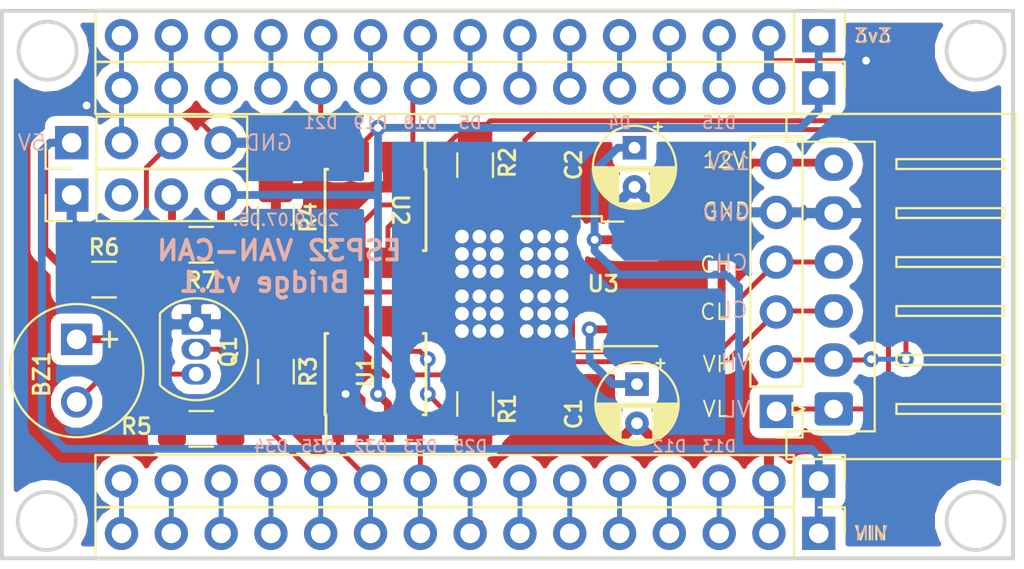
<source format=kicad_pcb>
(kicad_pcb (version 20171130) (host pcbnew "(5.0.2)-1")

  (general
    (thickness 1.6)
    (drawings 41)
    (tracks 270)
    (zones 0)
    (modules 22)
    (nets 43)
  )

  (page A4)
  (layers
    (0 F.Cu signal)
    (31 B.Cu signal)
    (32 B.Adhes user)
    (33 F.Adhes user)
    (34 B.Paste user)
    (35 F.Paste user)
    (36 B.SilkS user)
    (37 F.SilkS user)
    (38 B.Mask user)
    (39 F.Mask user)
    (40 Dwgs.User user)
    (41 Cmts.User user)
    (42 Eco1.User user)
    (43 Eco2.User user)
    (44 Edge.Cuts user)
    (45 Margin user)
    (46 B.CrtYd user)
    (47 F.CrtYd user hide)
    (48 B.Fab user)
    (49 F.Fab user hide)
  )

  (setup
    (last_trace_width 0.25)
    (trace_clearance 0.2)
    (zone_clearance 0.508)
    (zone_45_only no)
    (trace_min 0.2)
    (segment_width 0.2)
    (edge_width 0.2)
    (via_size 0.8)
    (via_drill 0.4)
    (via_min_size 0.4)
    (via_min_drill 0.3)
    (uvia_size 0.3)
    (uvia_drill 0.1)
    (uvias_allowed no)
    (uvia_min_size 0.2)
    (uvia_min_drill 0.1)
    (pcb_text_width 0.3)
    (pcb_text_size 1.5 1.5)
    (mod_edge_width 0.15)
    (mod_text_size 1 1)
    (mod_text_width 0.15)
    (pad_size 1.524 1.524)
    (pad_drill 0.762)
    (pad_to_mask_clearance 0.2)
    (solder_mask_min_width 0.25)
    (aux_axis_origin 0 0)
    (visible_elements 7FFFFFFF)
    (pcbplotparams
      (layerselection 0x010fc_ffffffff)
      (usegerberextensions true)
      (usegerberattributes true)
      (usegerberadvancedattributes false)
      (creategerberjobfile false)
      (excludeedgelayer true)
      (linewidth 0.100000)
      (plotframeref false)
      (viasonmask true)
      (mode 1)
      (useauxorigin false)
      (hpglpennumber 1)
      (hpglpenspeed 20)
      (hpglpendiameter 15.000000)
      (psnegative false)
      (psa4output false)
      (plotreference true)
      (plotvalue true)
      (plotinvisibletext false)
      (padsonsilk false)
      (subtractmaskfromsilk false)
      (outputformat 1)
      (mirror false)
      (drillshape 0)
      (scaleselection 1)
      (outputdirectory "Gerber/"))
  )

  (net 0 "")
  (net 1 "Net-(J1-Pad3)")
  (net 2 "Net-(J1-Pad4)")
  (net 3 "Net-(J1-Pad6)")
  (net 4 "Net-(J1-Pad7)")
  (net 5 "Net-(J1-Pad15)")
  (net 6 "Net-(J2-Pad15)")
  (net 7 "Net-(J2-Pad14)")
  (net 8 "Net-(J2-Pad13)")
  (net 9 "Net-(J2-Pad7)")
  (net 10 "Net-(J2-Pad6)")
  (net 11 "Net-(J2-Pad5)")
  (net 12 "Net-(U1-Pad5)")
  (net 13 "Net-(U2-Pad5)")
  (net 14 3V3)
  (net 15 GND)
  (net 16 "Net-(C1-Pad1)")
  (net 17 5V)
  (net 18 D4)
  (net 19 D5)
  (net 20 D21)
  (net 21 D22)
  (net 22 "Net-(R3-Pad1)")
  (net 23 "Net-(R4-Pad1)")
  (net 24 "Net-(Q1-Pad2)")
  (net 25 D34)
  (net 26 "Net-(BZ1-Pad2)")
  (net 27 D25)
  (net 28 D18)
  (net 29 D19)
  (net 30 D35)
  (net 31 D32)
  (net 32 D33)
  (net 33 RX0)
  (net 34 TX0)
  (net 35 D12)
  (net 36 D13)
  (net 37 "Net-(J3-Pad4)")
  (net 38 "Net-(J3-Pad3)")
  (net 39 "Net-(J3-Pad2)")
  (net 40 "Net-(J3-Pad1)")
  (net 41 "Net-(BZ1-Pad1)")
  (net 42 "Net-(J5-Pad2)")

  (net_class Default "This is the default net class."
    (clearance 0.2)
    (trace_width 0.25)
    (via_dia 0.8)
    (via_drill 0.4)
    (uvia_dia 0.3)
    (uvia_drill 0.1)
    (add_net 3V3)
    (add_net 5V)
    (add_net D12)
    (add_net D13)
    (add_net D18)
    (add_net D19)
    (add_net D21)
    (add_net D22)
    (add_net D25)
    (add_net D32)
    (add_net D33)
    (add_net D34)
    (add_net D35)
    (add_net D4)
    (add_net D5)
    (add_net GND)
    (add_net "Net-(BZ1-Pad1)")
    (add_net "Net-(BZ1-Pad2)")
    (add_net "Net-(C1-Pad1)")
    (add_net "Net-(J1-Pad15)")
    (add_net "Net-(J1-Pad3)")
    (add_net "Net-(J1-Pad4)")
    (add_net "Net-(J1-Pad6)")
    (add_net "Net-(J1-Pad7)")
    (add_net "Net-(J2-Pad13)")
    (add_net "Net-(J2-Pad14)")
    (add_net "Net-(J2-Pad15)")
    (add_net "Net-(J2-Pad5)")
    (add_net "Net-(J2-Pad6)")
    (add_net "Net-(J2-Pad7)")
    (add_net "Net-(J3-Pad1)")
    (add_net "Net-(J3-Pad2)")
    (add_net "Net-(J3-Pad3)")
    (add_net "Net-(J3-Pad4)")
    (add_net "Net-(J5-Pad2)")
    (add_net "Net-(Q1-Pad2)")
    (add_net "Net-(R3-Pad1)")
    (add_net "Net-(R4-Pad1)")
    (add_net "Net-(U1-Pad5)")
    (add_net "Net-(U2-Pad5)")
    (add_net RX0)
    (add_net TX0)
  )

  (module Resistor_SMD:R_1206_3216Metric_Pad1.42x1.75mm_HandSolder (layer F.Cu) (tedit 5D1F800E) (tstamp 5D21352A)
    (at 57.404 45.72 180)
    (descr "Resistor SMD 1206 (3216 Metric), square (rectangular) end terminal, IPC_7351 nominal with elongated pad for handsoldering. (Body size source: http://www.tortai-tech.com/upload/download/2011102023233369053.pdf), generated with kicad-footprint-generator")
    (tags "resistor handsolder")
    (path /5D21484F)
    (attr smd)
    (fp_text reference R7 (at 0 -1.82 180) (layer F.SilkS)
      (effects (font (size 0.8 0.8) (thickness 0.15)))
    )
    (fp_text value 4.7K (at 0 1.82 180) (layer F.Fab)
      (effects (font (size 1 1) (thickness 0.15)))
    )
    (fp_line (start -1.6 0.8) (end -1.6 -0.8) (layer F.Fab) (width 0.1))
    (fp_line (start -1.6 -0.8) (end 1.6 -0.8) (layer F.Fab) (width 0.1))
    (fp_line (start 1.6 -0.8) (end 1.6 0.8) (layer F.Fab) (width 0.1))
    (fp_line (start 1.6 0.8) (end -1.6 0.8) (layer F.Fab) (width 0.1))
    (fp_line (start -0.602064 -0.91) (end 0.602064 -0.91) (layer F.SilkS) (width 0.12))
    (fp_line (start -0.602064 0.91) (end 0.602064 0.91) (layer F.SilkS) (width 0.12))
    (fp_line (start -2.45 1.12) (end -2.45 -1.12) (layer F.CrtYd) (width 0.05))
    (fp_line (start -2.45 -1.12) (end 2.45 -1.12) (layer F.CrtYd) (width 0.05))
    (fp_line (start 2.45 -1.12) (end 2.45 1.12) (layer F.CrtYd) (width 0.05))
    (fp_line (start 2.45 1.12) (end -2.45 1.12) (layer F.CrtYd) (width 0.05))
    (fp_text user %R (at 0 0 180) (layer F.Fab)
      (effects (font (size 0.8 0.8) (thickness 0.12)))
    )
    (pad 1 smd roundrect (at -1.4875 0 180) (size 1.425 1.75) (layers F.Cu F.Paste F.Mask) (roundrect_rratio 0.175439)
      (net 14 3V3))
    (pad 2 smd roundrect (at 1.4875 0 180) (size 1.425 1.75) (layers F.Cu F.Paste F.Mask) (roundrect_rratio 0.175439)
      (net 21 D22))
    (model ${KISYS3DMOD}/Resistor_SMD.3dshapes/R_1206_3216Metric.wrl
      (at (xyz 0 0 0))
      (scale (xyz 1 1 1))
      (rotate (xyz 0 0 0))
    )
  )

  (module Connector_PinHeader_2.54mm:PinHeader_1x04_P2.54mm_Vertical (layer F.Cu) (tedit 5D1F7FDD) (tstamp 5D21140C)
    (at 50.8 43.18 90)
    (descr "Through hole straight pin header, 1x04, 2.54mm pitch, single row")
    (tags "Through hole pin header THT 1x04 2.54mm single row")
    (path /5D203C7B)
    (fp_text reference J5 (at 0 -2.33 90) (layer F.SilkS) hide
      (effects (font (size 1 1) (thickness 0.15)))
    )
    (fp_text value Conn_01x04_Female (at 0 9.95 90) (layer F.Fab)
      (effects (font (size 1 1) (thickness 0.15)))
    )
    (fp_line (start -0.635 -1.27) (end 1.27 -1.27) (layer F.Fab) (width 0.1))
    (fp_line (start 1.27 -1.27) (end 1.27 8.89) (layer F.Fab) (width 0.1))
    (fp_line (start 1.27 8.89) (end -1.27 8.89) (layer F.Fab) (width 0.1))
    (fp_line (start -1.27 8.89) (end -1.27 -0.635) (layer F.Fab) (width 0.1))
    (fp_line (start -1.27 -0.635) (end -0.635 -1.27) (layer F.Fab) (width 0.1))
    (fp_line (start -1.33 8.95) (end 1.33 8.95) (layer F.SilkS) (width 0.12))
    (fp_line (start -1.33 1.27) (end -1.33 8.95) (layer F.SilkS) (width 0.12))
    (fp_line (start 1.33 1.27) (end 1.33 8.95) (layer F.SilkS) (width 0.12))
    (fp_line (start -1.33 1.27) (end 1.33 1.27) (layer F.SilkS) (width 0.12))
    (fp_line (start -1.33 0) (end -1.33 -1.33) (layer F.SilkS) (width 0.12))
    (fp_line (start -1.33 -1.33) (end 0 -1.33) (layer F.SilkS) (width 0.12))
    (fp_line (start -1.8 -1.8) (end -1.8 9.4) (layer F.CrtYd) (width 0.05))
    (fp_line (start -1.8 9.4) (end 1.8 9.4) (layer F.CrtYd) (width 0.05))
    (fp_line (start 1.8 9.4) (end 1.8 -1.8) (layer F.CrtYd) (width 0.05))
    (fp_line (start 1.8 -1.8) (end -1.8 -1.8) (layer F.CrtYd) (width 0.05))
    (fp_text user %R (at 0 3.81 180) (layer F.Fab)
      (effects (font (size 1 1) (thickness 0.15)))
    )
    (pad 1 thru_hole rect (at 0 0 90) (size 1.7 1.7) (drill 1) (layers *.Cu *.Mask)
      (net 15 GND))
    (pad 2 thru_hole oval (at 0 2.54 90) (size 1.7 1.7) (drill 1) (layers *.Cu *.Mask)
      (net 42 "Net-(J5-Pad2)"))
    (pad 3 thru_hole oval (at 0 5.08 90) (size 1.7 1.7) (drill 1) (layers *.Cu *.Mask)
      (net 21 D22))
    (pad 4 thru_hole oval (at 0 7.62 90) (size 1.7 1.7) (drill 1) (layers *.Cu *.Mask)
      (net 14 3V3))
    (model ${KISYS3DMOD}/Connector_PinHeader_2.54mm.3dshapes/PinHeader_1x04_P2.54mm_Vertical.wrl
      (at (xyz 0 0 0))
      (scale (xyz 1 1 1))
      (rotate (xyz 0 0 0))
    )
  )

  (module Resistor_SMD:R_1206_3216Metric_Pad1.42x1.75mm_HandSolder (layer F.Cu) (tedit 5D1F7FF5) (tstamp 5D169C2E)
    (at 52.451 47.498 180)
    (descr "Resistor SMD 1206 (3216 Metric), square (rectangular) end terminal, IPC_7351 nominal with elongated pad for handsoldering. (Body size source: http://www.tortai-tech.com/upload/download/2011102023233369053.pdf), generated with kicad-footprint-generator")
    (tags "resistor handsolder")
    (path /5D16BFD5)
    (attr smd)
    (fp_text reference R6 (at 0 1.651 180) (layer F.SilkS)
      (effects (font (size 0.8 0.8) (thickness 0.15)))
    )
    (fp_text value 2.2K (at 0 1.82 180) (layer F.Fab)
      (effects (font (size 1 1) (thickness 0.15)))
    )
    (fp_line (start -1.6 0.8) (end -1.6 -0.8) (layer F.Fab) (width 0.1))
    (fp_line (start -1.6 -0.8) (end 1.6 -0.8) (layer F.Fab) (width 0.1))
    (fp_line (start 1.6 -0.8) (end 1.6 0.8) (layer F.Fab) (width 0.1))
    (fp_line (start 1.6 0.8) (end -1.6 0.8) (layer F.Fab) (width 0.1))
    (fp_line (start -0.602064 -0.91) (end 0.602064 -0.91) (layer F.SilkS) (width 0.12))
    (fp_line (start -0.602064 0.91) (end 0.602064 0.91) (layer F.SilkS) (width 0.12))
    (fp_line (start -2.45 1.12) (end -2.45 -1.12) (layer F.CrtYd) (width 0.05))
    (fp_line (start -2.45 -1.12) (end 2.45 -1.12) (layer F.CrtYd) (width 0.05))
    (fp_line (start 2.45 -1.12) (end 2.45 1.12) (layer F.CrtYd) (width 0.05))
    (fp_line (start 2.45 1.12) (end -2.45 1.12) (layer F.CrtYd) (width 0.05))
    (fp_text user %R (at 0 0 180) (layer F.Fab)
      (effects (font (size 0.8 0.8) (thickness 0.12)))
    )
    (pad 1 smd roundrect (at -1.4875 0 180) (size 1.425 1.75) (layers F.Cu F.Paste F.Mask) (roundrect_rratio 0.175439)
      (net 41 "Net-(BZ1-Pad1)"))
    (pad 2 smd roundrect (at 1.4875 0 180) (size 1.425 1.75) (layers F.Cu F.Paste F.Mask) (roundrect_rratio 0.175439)
      (net 17 5V))
    (model ${KISYS3DMOD}/Resistor_SMD.3dshapes/R_1206_3216Metric.wrl
      (at (xyz 0 0 0))
      (scale (xyz 1 1 1))
      (rotate (xyz 0 0 0))
    )
  )

  (module Capacitor_THT:CP_Radial_D4.0mm_P2.00mm (layer F.Cu) (tedit 5CA23A50) (tstamp 5CA72C50)
    (at 79.502 40.767 270)
    (descr "CP, Radial series, Radial, pin pitch=2.00mm, , diameter=4mm, Electrolytic Capacitor")
    (tags "CP Radial series Radial pin pitch 2.00mm  diameter 4mm Electrolytic Capacitor")
    (path /5CA01C6D)
    (fp_text reference C2 (at 0.873 3.1 270) (layer F.SilkS)
      (effects (font (size 0.8 0.8) (thickness 0.15)))
    )
    (fp_text value "0.1 uF" (at 1 3.25 270) (layer F.Fab)
      (effects (font (size 1 1) (thickness 0.15)))
    )
    (fp_text user %R (at 1 0 270) (layer F.Fab)
      (effects (font (size 0.8 0.8) (thickness 0.12)))
    )
    (fp_line (start -1.069801 -1.395) (end -1.069801 -0.995) (layer F.SilkS) (width 0.12))
    (fp_line (start -1.269801 -1.195) (end -0.869801 -1.195) (layer F.SilkS) (width 0.12))
    (fp_line (start 3.081 -0.37) (end 3.081 0.37) (layer F.SilkS) (width 0.12))
    (fp_line (start 3.041 -0.537) (end 3.041 0.537) (layer F.SilkS) (width 0.12))
    (fp_line (start 3.001 -0.664) (end 3.001 0.664) (layer F.SilkS) (width 0.12))
    (fp_line (start 2.961 -0.768) (end 2.961 0.768) (layer F.SilkS) (width 0.12))
    (fp_line (start 2.921 -0.859) (end 2.921 0.859) (layer F.SilkS) (width 0.12))
    (fp_line (start 2.881 -0.94) (end 2.881 0.94) (layer F.SilkS) (width 0.12))
    (fp_line (start 2.841 -1.013) (end 2.841 1.013) (layer F.SilkS) (width 0.12))
    (fp_line (start 2.801 0.84) (end 2.801 1.08) (layer F.SilkS) (width 0.12))
    (fp_line (start 2.801 -1.08) (end 2.801 -0.84) (layer F.SilkS) (width 0.12))
    (fp_line (start 2.761 0.84) (end 2.761 1.142) (layer F.SilkS) (width 0.12))
    (fp_line (start 2.761 -1.142) (end 2.761 -0.84) (layer F.SilkS) (width 0.12))
    (fp_line (start 2.721 0.84) (end 2.721 1.2) (layer F.SilkS) (width 0.12))
    (fp_line (start 2.721 -1.2) (end 2.721 -0.84) (layer F.SilkS) (width 0.12))
    (fp_line (start 2.681 0.84) (end 2.681 1.254) (layer F.SilkS) (width 0.12))
    (fp_line (start 2.681 -1.254) (end 2.681 -0.84) (layer F.SilkS) (width 0.12))
    (fp_line (start 2.641 0.84) (end 2.641 1.304) (layer F.SilkS) (width 0.12))
    (fp_line (start 2.641 -1.304) (end 2.641 -0.84) (layer F.SilkS) (width 0.12))
    (fp_line (start 2.601 0.84) (end 2.601 1.351) (layer F.SilkS) (width 0.12))
    (fp_line (start 2.601 -1.351) (end 2.601 -0.84) (layer F.SilkS) (width 0.12))
    (fp_line (start 2.561 0.84) (end 2.561 1.396) (layer F.SilkS) (width 0.12))
    (fp_line (start 2.561 -1.396) (end 2.561 -0.84) (layer F.SilkS) (width 0.12))
    (fp_line (start 2.521 0.84) (end 2.521 1.438) (layer F.SilkS) (width 0.12))
    (fp_line (start 2.521 -1.438) (end 2.521 -0.84) (layer F.SilkS) (width 0.12))
    (fp_line (start 2.481 0.84) (end 2.481 1.478) (layer F.SilkS) (width 0.12))
    (fp_line (start 2.481 -1.478) (end 2.481 -0.84) (layer F.SilkS) (width 0.12))
    (fp_line (start 2.441 0.84) (end 2.441 1.516) (layer F.SilkS) (width 0.12))
    (fp_line (start 2.441 -1.516) (end 2.441 -0.84) (layer F.SilkS) (width 0.12))
    (fp_line (start 2.401 0.84) (end 2.401 1.552) (layer F.SilkS) (width 0.12))
    (fp_line (start 2.401 -1.552) (end 2.401 -0.84) (layer F.SilkS) (width 0.12))
    (fp_line (start 2.361 0.84) (end 2.361 1.587) (layer F.SilkS) (width 0.12))
    (fp_line (start 2.361 -1.587) (end 2.361 -0.84) (layer F.SilkS) (width 0.12))
    (fp_line (start 2.321 0.84) (end 2.321 1.619) (layer F.SilkS) (width 0.12))
    (fp_line (start 2.321 -1.619) (end 2.321 -0.84) (layer F.SilkS) (width 0.12))
    (fp_line (start 2.281 0.84) (end 2.281 1.65) (layer F.SilkS) (width 0.12))
    (fp_line (start 2.281 -1.65) (end 2.281 -0.84) (layer F.SilkS) (width 0.12))
    (fp_line (start 2.241 0.84) (end 2.241 1.68) (layer F.SilkS) (width 0.12))
    (fp_line (start 2.241 -1.68) (end 2.241 -0.84) (layer F.SilkS) (width 0.12))
    (fp_line (start 2.201 0.84) (end 2.201 1.708) (layer F.SilkS) (width 0.12))
    (fp_line (start 2.201 -1.708) (end 2.201 -0.84) (layer F.SilkS) (width 0.12))
    (fp_line (start 2.161 0.84) (end 2.161 1.735) (layer F.SilkS) (width 0.12))
    (fp_line (start 2.161 -1.735) (end 2.161 -0.84) (layer F.SilkS) (width 0.12))
    (fp_line (start 2.121 0.84) (end 2.121 1.76) (layer F.SilkS) (width 0.12))
    (fp_line (start 2.121 -1.76) (end 2.121 -0.84) (layer F.SilkS) (width 0.12))
    (fp_line (start 2.081 0.84) (end 2.081 1.785) (layer F.SilkS) (width 0.12))
    (fp_line (start 2.081 -1.785) (end 2.081 -0.84) (layer F.SilkS) (width 0.12))
    (fp_line (start 2.041 0.84) (end 2.041 1.808) (layer F.SilkS) (width 0.12))
    (fp_line (start 2.041 -1.808) (end 2.041 -0.84) (layer F.SilkS) (width 0.12))
    (fp_line (start 2.001 0.84) (end 2.001 1.83) (layer F.SilkS) (width 0.12))
    (fp_line (start 2.001 -1.83) (end 2.001 -0.84) (layer F.SilkS) (width 0.12))
    (fp_line (start 1.961 0.84) (end 1.961 1.851) (layer F.SilkS) (width 0.12))
    (fp_line (start 1.961 -1.851) (end 1.961 -0.84) (layer F.SilkS) (width 0.12))
    (fp_line (start 1.921 0.84) (end 1.921 1.87) (layer F.SilkS) (width 0.12))
    (fp_line (start 1.921 -1.87) (end 1.921 -0.84) (layer F.SilkS) (width 0.12))
    (fp_line (start 1.881 0.84) (end 1.881 1.889) (layer F.SilkS) (width 0.12))
    (fp_line (start 1.881 -1.889) (end 1.881 -0.84) (layer F.SilkS) (width 0.12))
    (fp_line (start 1.841 0.84) (end 1.841 1.907) (layer F.SilkS) (width 0.12))
    (fp_line (start 1.841 -1.907) (end 1.841 -0.84) (layer F.SilkS) (width 0.12))
    (fp_line (start 1.801 0.84) (end 1.801 1.924) (layer F.SilkS) (width 0.12))
    (fp_line (start 1.801 -1.924) (end 1.801 -0.84) (layer F.SilkS) (width 0.12))
    (fp_line (start 1.761 0.84) (end 1.761 1.94) (layer F.SilkS) (width 0.12))
    (fp_line (start 1.761 -1.94) (end 1.761 -0.84) (layer F.SilkS) (width 0.12))
    (fp_line (start 1.721 0.84) (end 1.721 1.954) (layer F.SilkS) (width 0.12))
    (fp_line (start 1.721 -1.954) (end 1.721 -0.84) (layer F.SilkS) (width 0.12))
    (fp_line (start 1.68 0.84) (end 1.68 1.968) (layer F.SilkS) (width 0.12))
    (fp_line (start 1.68 -1.968) (end 1.68 -0.84) (layer F.SilkS) (width 0.12))
    (fp_line (start 1.64 0.84) (end 1.64 1.982) (layer F.SilkS) (width 0.12))
    (fp_line (start 1.64 -1.982) (end 1.64 -0.84) (layer F.SilkS) (width 0.12))
    (fp_line (start 1.6 0.84) (end 1.6 1.994) (layer F.SilkS) (width 0.12))
    (fp_line (start 1.6 -1.994) (end 1.6 -0.84) (layer F.SilkS) (width 0.12))
    (fp_line (start 1.56 0.84) (end 1.56 2.005) (layer F.SilkS) (width 0.12))
    (fp_line (start 1.56 -2.005) (end 1.56 -0.84) (layer F.SilkS) (width 0.12))
    (fp_line (start 1.52 0.84) (end 1.52 2.016) (layer F.SilkS) (width 0.12))
    (fp_line (start 1.52 -2.016) (end 1.52 -0.84) (layer F.SilkS) (width 0.12))
    (fp_line (start 1.48 0.84) (end 1.48 2.025) (layer F.SilkS) (width 0.12))
    (fp_line (start 1.48 -2.025) (end 1.48 -0.84) (layer F.SilkS) (width 0.12))
    (fp_line (start 1.44 0.84) (end 1.44 2.034) (layer F.SilkS) (width 0.12))
    (fp_line (start 1.44 -2.034) (end 1.44 -0.84) (layer F.SilkS) (width 0.12))
    (fp_line (start 1.4 0.84) (end 1.4 2.042) (layer F.SilkS) (width 0.12))
    (fp_line (start 1.4 -2.042) (end 1.4 -0.84) (layer F.SilkS) (width 0.12))
    (fp_line (start 1.36 0.84) (end 1.36 2.05) (layer F.SilkS) (width 0.12))
    (fp_line (start 1.36 -2.05) (end 1.36 -0.84) (layer F.SilkS) (width 0.12))
    (fp_line (start 1.32 0.84) (end 1.32 2.056) (layer F.SilkS) (width 0.12))
    (fp_line (start 1.32 -2.056) (end 1.32 -0.84) (layer F.SilkS) (width 0.12))
    (fp_line (start 1.28 0.84) (end 1.28 2.062) (layer F.SilkS) (width 0.12))
    (fp_line (start 1.28 -2.062) (end 1.28 -0.84) (layer F.SilkS) (width 0.12))
    (fp_line (start 1.24 0.84) (end 1.24 2.067) (layer F.SilkS) (width 0.12))
    (fp_line (start 1.24 -2.067) (end 1.24 -0.84) (layer F.SilkS) (width 0.12))
    (fp_line (start 1.2 0.84) (end 1.2 2.071) (layer F.SilkS) (width 0.12))
    (fp_line (start 1.2 -2.071) (end 1.2 -0.84) (layer F.SilkS) (width 0.12))
    (fp_line (start 1.16 -2.074) (end 1.16 2.074) (layer F.SilkS) (width 0.12))
    (fp_line (start 1.12 -2.077) (end 1.12 2.077) (layer F.SilkS) (width 0.12))
    (fp_line (start 1.08 -2.079) (end 1.08 2.079) (layer F.SilkS) (width 0.12))
    (fp_line (start 1.04 -2.08) (end 1.04 2.08) (layer F.SilkS) (width 0.12))
    (fp_line (start 1 -2.08) (end 1 2.08) (layer F.SilkS) (width 0.12))
    (fp_line (start -0.502554 -1.0675) (end -0.502554 -0.6675) (layer F.Fab) (width 0.1))
    (fp_line (start -0.702554 -0.8675) (end -0.302554 -0.8675) (layer F.Fab) (width 0.1))
    (fp_circle (center 1 0) (end 3.25 0) (layer F.CrtYd) (width 0.05))
    (fp_circle (center 1 0) (end 3.12 0) (layer F.SilkS) (width 0.12))
    (fp_circle (center 1 0) (end 3 0) (layer F.Fab) (width 0.1))
    (pad 2 thru_hole circle (at 2 0 270) (size 1.2 1.2) (drill 0.6) (layers *.Cu *.Mask)
      (net 15 GND))
    (pad 1 thru_hole rect (at 0 0 270) (size 1.2 1.2) (drill 0.6) (layers *.Cu *.Mask)
      (net 17 5V))
    (model ${KISYS3DMOD}/Capacitor_THT.3dshapes/CP_Radial_D4.0mm_P2.00mm.wrl
      (at (xyz 0 0 0))
      (scale (xyz 1 1 1))
      (rotate (xyz 0 0 0))
    )
  )

  (module Connector_PinHeader_2.54mm:PinHeader_1x06_P2.54mm_Vertical (layer F.Cu) (tedit 5D1659B8) (tstamp 5D1AD5C1)
    (at 86.741 54.229 180)
    (descr "Through hole straight pin header, 1x06, 2.54mm pitch, single row")
    (tags "Through hole pin header THT 1x06 2.54mm single row")
    (path /5D1D1B89)
    (fp_text reference J4 (at 1.905 -1.651 180) (layer F.SilkS) hide
      (effects (font (size 1 1) (thickness 0.15)))
    )
    (fp_text value Conn_01x06_Male (at 0 15.03 180) (layer F.Fab)
      (effects (font (size 1 1) (thickness 0.15)))
    )
    (fp_line (start -0.635 -1.27) (end 1.27 -1.27) (layer F.Fab) (width 0.1))
    (fp_line (start 1.27 -1.27) (end 1.27 13.97) (layer F.Fab) (width 0.1))
    (fp_line (start 1.27 13.97) (end -1.27 13.97) (layer F.Fab) (width 0.1))
    (fp_line (start -1.27 13.97) (end -1.27 -0.635) (layer F.Fab) (width 0.1))
    (fp_line (start -1.27 -0.635) (end -0.635 -1.27) (layer F.Fab) (width 0.1))
    (fp_line (start -1.33 14.03) (end 1.33 14.03) (layer F.SilkS) (width 0.12))
    (fp_line (start -1.33 1.27) (end -1.33 14.03) (layer F.SilkS) (width 0.12))
    (fp_line (start 1.33 1.27) (end 1.33 14.03) (layer F.SilkS) (width 0.12))
    (fp_line (start -1.33 1.27) (end 1.33 1.27) (layer F.SilkS) (width 0.12))
    (fp_line (start -1.33 0) (end -1.33 -1.33) (layer F.SilkS) (width 0.12))
    (fp_line (start -1.33 -1.33) (end 0 -1.33) (layer F.SilkS) (width 0.12))
    (fp_line (start -1.8 -1.8) (end -1.8 14.5) (layer F.CrtYd) (width 0.05))
    (fp_line (start -1.8 14.5) (end 1.8 14.5) (layer F.CrtYd) (width 0.05))
    (fp_line (start 1.8 14.5) (end 1.8 -1.8) (layer F.CrtYd) (width 0.05))
    (fp_line (start 1.8 -1.8) (end -1.8 -1.8) (layer F.CrtYd) (width 0.05))
    (fp_text user %R (at 0 6.35 270) (layer F.Fab)
      (effects (font (size 1 1) (thickness 0.15)))
    )
    (pad 1 thru_hole rect (at 0 0 180) (size 1.7 1.7) (drill 1) (layers *.Cu *.Mask)
      (net 40 "Net-(J3-Pad1)"))
    (pad 2 thru_hole oval (at 0 2.54 180) (size 1.7 1.7) (drill 1) (layers *.Cu *.Mask)
      (net 39 "Net-(J3-Pad2)"))
    (pad 3 thru_hole oval (at 0 5.08 180) (size 1.7 1.7) (drill 1) (layers *.Cu *.Mask)
      (net 38 "Net-(J3-Pad3)"))
    (pad 4 thru_hole oval (at 0 7.62 180) (size 1.7 1.7) (drill 1) (layers *.Cu *.Mask)
      (net 37 "Net-(J3-Pad4)"))
    (pad 5 thru_hole oval (at 0 10.16 180) (size 1.7 1.7) (drill 1) (layers *.Cu *.Mask)
      (net 15 GND))
    (pad 6 thru_hole oval (at 0 12.7 180) (size 1.7 1.7) (drill 1) (layers *.Cu *.Mask)
      (net 16 "Net-(C1-Pad1)"))
    (model ${KISYS3DMOD}/Connector_PinHeader_2.54mm.3dshapes/PinHeader_1x06_P2.54mm_Vertical.wrl
      (at (xyz 0 0 0))
      (scale (xyz 1 1 1))
      (rotate (xyz 0 0 0))
    )
  )

  (module Connector_JST:JST_XH_S06B-XH-A_1x06_P2.50mm_Horizontal (layer F.Cu) (tedit 5D1667EE) (tstamp 5D15E6C6)
    (at 89.662 54.102 90)
    (descr "JST XH series connector, S06B-XH-A (http://www.jst-mfg.com/product/pdf/eng/eXH.pdf), generated with kicad-footprint-generator")
    (tags "connector JST XH top entry")
    (path /5D1B8AD2)
    (fp_text reference J3 (at 6.25 -3.5 90) (layer F.SilkS) hide
      (effects (font (size 1 1) (thickness 0.15)))
    )
    (fp_text value Conn_01x06_Male (at 6.25 10.4 90) (layer F.Fab)
      (effects (font (size 1 1) (thickness 0.15)))
    )
    (fp_line (start -2.95 -2.8) (end -2.95 9.7) (layer F.CrtYd) (width 0.05))
    (fp_line (start -2.95 9.7) (end 15.45 9.7) (layer F.CrtYd) (width 0.05))
    (fp_line (start 15.45 9.7) (end 15.45 -2.8) (layer F.CrtYd) (width 0.05))
    (fp_line (start 15.45 -2.8) (end -2.95 -2.8) (layer F.CrtYd) (width 0.05))
    (fp_line (start 6.25 9.31) (end -2.56 9.31) (layer F.SilkS) (width 0.12))
    (fp_line (start -2.56 9.31) (end -2.56 -2.41) (layer F.SilkS) (width 0.12))
    (fp_line (start -2.56 -2.41) (end -1.14 -2.41) (layer F.SilkS) (width 0.12))
    (fp_line (start -1.14 -2.41) (end -1.14 2.09) (layer F.SilkS) (width 0.12))
    (fp_line (start -1.14 2.09) (end 6.25 2.09) (layer F.SilkS) (width 0.12))
    (fp_line (start 6.25 9.31) (end 15.06 9.31) (layer F.SilkS) (width 0.12))
    (fp_line (start 15.06 9.31) (end 15.06 -2.41) (layer F.SilkS) (width 0.12))
    (fp_line (start 15.06 -2.41) (end 13.64 -2.41) (layer F.SilkS) (width 0.12))
    (fp_line (start 13.64 -2.41) (end 13.64 2.09) (layer F.SilkS) (width 0.12))
    (fp_line (start 13.64 2.09) (end 6.25 2.09) (layer F.SilkS) (width 0.12))
    (fp_line (start 6.25 9.2) (end -2.45 9.2) (layer F.Fab) (width 0.1))
    (fp_line (start -2.45 9.2) (end -2.45 -2.3) (layer F.Fab) (width 0.1))
    (fp_line (start -2.45 -2.3) (end -1.25 -2.3) (layer F.Fab) (width 0.1))
    (fp_line (start -1.25 -2.3) (end -1.25 2.2) (layer F.Fab) (width 0.1))
    (fp_line (start -1.25 2.2) (end 6.25 2.2) (layer F.Fab) (width 0.1))
    (fp_line (start 6.25 9.2) (end 14.95 9.2) (layer F.Fab) (width 0.1))
    (fp_line (start 14.95 9.2) (end 14.95 -2.3) (layer F.Fab) (width 0.1))
    (fp_line (start 14.95 -2.3) (end 13.75 -2.3) (layer F.Fab) (width 0.1))
    (fp_line (start 13.75 -2.3) (end 13.75 2.2) (layer F.Fab) (width 0.1))
    (fp_line (start 13.75 2.2) (end 6.25 2.2) (layer F.Fab) (width 0.1))
    (fp_line (start -0.25 3.2) (end -0.25 8.7) (layer F.SilkS) (width 0.12))
    (fp_line (start -0.25 8.7) (end 0.25 8.7) (layer F.SilkS) (width 0.12))
    (fp_line (start 0.25 8.7) (end 0.25 3.2) (layer F.SilkS) (width 0.12))
    (fp_line (start 0.25 3.2) (end -0.25 3.2) (layer F.SilkS) (width 0.12))
    (fp_line (start 2.25 3.2) (end 2.25 8.7) (layer F.SilkS) (width 0.12))
    (fp_line (start 2.25 8.7) (end 2.75 8.7) (layer F.SilkS) (width 0.12))
    (fp_line (start 2.75 8.7) (end 2.75 3.2) (layer F.SilkS) (width 0.12))
    (fp_line (start 2.75 3.2) (end 2.25 3.2) (layer F.SilkS) (width 0.12))
    (fp_line (start 4.75 3.2) (end 4.75 8.7) (layer F.SilkS) (width 0.12))
    (fp_line (start 4.75 8.7) (end 5.25 8.7) (layer F.SilkS) (width 0.12))
    (fp_line (start 5.25 8.7) (end 5.25 3.2) (layer F.SilkS) (width 0.12))
    (fp_line (start 5.25 3.2) (end 4.75 3.2) (layer F.SilkS) (width 0.12))
    (fp_line (start 7.25 3.2) (end 7.25 8.7) (layer F.SilkS) (width 0.12))
    (fp_line (start 7.25 8.7) (end 7.75 8.7) (layer F.SilkS) (width 0.12))
    (fp_line (start 7.75 8.7) (end 7.75 3.2) (layer F.SilkS) (width 0.12))
    (fp_line (start 7.75 3.2) (end 7.25 3.2) (layer F.SilkS) (width 0.12))
    (fp_line (start 9.75 3.2) (end 9.75 8.7) (layer F.SilkS) (width 0.12))
    (fp_line (start 9.75 8.7) (end 10.25 8.7) (layer F.SilkS) (width 0.12))
    (fp_line (start 10.25 8.7) (end 10.25 3.2) (layer F.SilkS) (width 0.12))
    (fp_line (start 10.25 3.2) (end 9.75 3.2) (layer F.SilkS) (width 0.12))
    (fp_line (start 12.25 3.2) (end 12.25 8.7) (layer F.SilkS) (width 0.12))
    (fp_line (start 12.25 8.7) (end 12.75 8.7) (layer F.SilkS) (width 0.12))
    (fp_line (start 12.75 8.7) (end 12.75 3.2) (layer F.SilkS) (width 0.12))
    (fp_line (start 12.75 3.2) (end 12.25 3.2) (layer F.SilkS) (width 0.12))
    (fp_line (start 0 -1.5) (end -0.3 -2.1) (layer F.SilkS) (width 0.12))
    (fp_line (start -0.3 -2.1) (end 0.3 -2.1) (layer F.SilkS) (width 0.12))
    (fp_line (start 0.3 -2.1) (end 0 -1.5) (layer F.SilkS) (width 0.12))
    (fp_line (start -0.625 2.2) (end 0 1.2) (layer F.Fab) (width 0.1))
    (fp_line (start 0 1.2) (end 0.625 2.2) (layer F.Fab) (width 0.1))
    (fp_text user %R (at 6.25 3.45 90) (layer F.Fab)
      (effects (font (size 1 1) (thickness 0.15)))
    )
    (pad 1 thru_hole roundrect (at 0 0 90) (size 1.7 1.95) (drill 0.95) (layers *.Cu *.Mask) (roundrect_rratio 0.147059)
      (net 40 "Net-(J3-Pad1)"))
    (pad 2 thru_hole oval (at 2.5 0 90) (size 1.7 1.95) (drill 0.95) (layers *.Cu *.Mask)
      (net 39 "Net-(J3-Pad2)"))
    (pad 3 thru_hole oval (at 5 0 90) (size 1.7 1.95) (drill 0.95) (layers *.Cu *.Mask)
      (net 38 "Net-(J3-Pad3)"))
    (pad 4 thru_hole oval (at 7.5 0 90) (size 1.7 1.95) (drill 0.95) (layers *.Cu *.Mask)
      (net 37 "Net-(J3-Pad4)"))
    (pad 5 thru_hole oval (at 10 0 90) (size 1.7 1.95) (drill 0.95) (layers *.Cu *.Mask)
      (net 15 GND))
    (pad 6 thru_hole oval (at 12.5 0 90) (size 1.7 1.95) (drill 0.95) (layers *.Cu *.Mask)
      (net 16 "Net-(C1-Pad1)"))
    (model ${KISYS3DMOD}/Connector_JST.3dshapes/JST_XH_S06B-XH-A_1x06_P2.50mm_Horizontal.wrl
      (at (xyz 0 0 0))
      (scale (xyz 1 1 1))
      (rotate (xyz 0 0 0))
    )
  )

  (module Connector_PinHeader_2.54mm:PinHeader_1x15_P2.54mm_Vertical (layer F.Cu) (tedit 5D1659AD) (tstamp 5D151842)
    (at 88.9 37.719 270)
    (descr "Through hole straight pin header, 1x15, 2.54mm pitch, single row")
    (tags "Through hole pin header THT 1x15 2.54mm single row")
    (path /5D168824)
    (fp_text reference J7 (at 0 -2.33 270) (layer F.SilkS) hide
      (effects (font (size 1 1) (thickness 0.15)))
    )
    (fp_text value Row1 (at 0 37.89 270) (layer F.Fab)
      (effects (font (size 1 1) (thickness 0.15)))
    )
    (fp_text user %R (at 0 17.78) (layer F.Fab)
      (effects (font (size 1 1) (thickness 0.15)))
    )
    (fp_line (start 1.8 -1.8) (end -1.8 -1.8) (layer F.CrtYd) (width 0.05))
    (fp_line (start 1.8 37.35) (end 1.8 -1.8) (layer F.CrtYd) (width 0.05))
    (fp_line (start -1.8 37.35) (end 1.8 37.35) (layer F.CrtYd) (width 0.05))
    (fp_line (start -1.8 -1.8) (end -1.8 37.35) (layer F.CrtYd) (width 0.05))
    (fp_line (start -1.33 -1.33) (end 0 -1.33) (layer F.SilkS) (width 0.12))
    (fp_line (start -1.33 0) (end -1.33 -1.33) (layer F.SilkS) (width 0.12))
    (fp_line (start -1.33 1.27) (end 1.33 1.27) (layer F.SilkS) (width 0.12))
    (fp_line (start 1.33 1.27) (end 1.33 36.89) (layer F.SilkS) (width 0.12))
    (fp_line (start -1.33 1.27) (end -1.33 36.89) (layer F.SilkS) (width 0.12))
    (fp_line (start -1.33 36.89) (end 1.33 36.89) (layer F.SilkS) (width 0.12))
    (fp_line (start -1.27 -0.635) (end -0.635 -1.27) (layer F.Fab) (width 0.1))
    (fp_line (start -1.27 36.83) (end -1.27 -0.635) (layer F.Fab) (width 0.1))
    (fp_line (start 1.27 36.83) (end -1.27 36.83) (layer F.Fab) (width 0.1))
    (fp_line (start 1.27 -1.27) (end 1.27 36.83) (layer F.Fab) (width 0.1))
    (fp_line (start -0.635 -1.27) (end 1.27 -1.27) (layer F.Fab) (width 0.1))
    (pad 15 thru_hole oval (at 0 35.56 270) (size 1.7 1.7) (drill 1) (layers *.Cu *.Mask)
      (net 5 "Net-(J1-Pad15)"))
    (pad 14 thru_hole oval (at 0 33.02 270) (size 1.7 1.7) (drill 1) (layers *.Cu *.Mask)
      (net 21 D22))
    (pad 13 thru_hole oval (at 0 30.48 270) (size 1.7 1.7) (drill 1) (layers *.Cu *.Mask)
      (net 34 TX0))
    (pad 12 thru_hole oval (at 0 27.94 270) (size 1.7 1.7) (drill 1) (layers *.Cu *.Mask)
      (net 33 RX0))
    (pad 11 thru_hole oval (at 0 25.4 270) (size 1.7 1.7) (drill 1) (layers *.Cu *.Mask)
      (net 20 D21))
    (pad 10 thru_hole oval (at 0 22.86 270) (size 1.7 1.7) (drill 1) (layers *.Cu *.Mask)
      (net 29 D19))
    (pad 9 thru_hole oval (at 0 20.32 270) (size 1.7 1.7) (drill 1) (layers *.Cu *.Mask)
      (net 28 D18))
    (pad 8 thru_hole oval (at 0 17.78 270) (size 1.7 1.7) (drill 1) (layers *.Cu *.Mask)
      (net 19 D5))
    (pad 7 thru_hole oval (at 0 15.24 270) (size 1.7 1.7) (drill 1) (layers *.Cu *.Mask)
      (net 4 "Net-(J1-Pad7)"))
    (pad 6 thru_hole oval (at 0 12.7 270) (size 1.7 1.7) (drill 1) (layers *.Cu *.Mask)
      (net 3 "Net-(J1-Pad6)"))
    (pad 5 thru_hole oval (at 0 10.16 270) (size 1.7 1.7) (drill 1) (layers *.Cu *.Mask)
      (net 18 D4))
    (pad 4 thru_hole oval (at 0 7.62 270) (size 1.7 1.7) (drill 1) (layers *.Cu *.Mask)
      (net 2 "Net-(J1-Pad4)"))
    (pad 3 thru_hole oval (at 0 5.08 270) (size 1.7 1.7) (drill 1) (layers *.Cu *.Mask)
      (net 1 "Net-(J1-Pad3)"))
    (pad 2 thru_hole oval (at 0 2.54 270) (size 1.7 1.7) (drill 1) (layers *.Cu *.Mask)
      (net 15 GND))
    (pad 1 thru_hole rect (at 0 0 270) (size 1.7 1.7) (drill 1) (layers *.Cu *.Mask)
      (net 14 3V3))
    (model ${KISYS3DMOD}/Connector_PinHeader_2.54mm.3dshapes/PinHeader_1x15_P2.54mm_Vertical.wrl
      (at (xyz 0 0 0))
      (scale (xyz 1 1 1))
      (rotate (xyz 0 0 0))
    )
  )

  (module Connector_PinHeader_2.54mm:PinHeader_1x15_P2.54mm_Vertical (layer F.Cu) (tedit 5D1659AA) (tstamp 5D1517DC)
    (at 88.9 57.785 270)
    (descr "Through hole straight pin header, 1x15, 2.54mm pitch, single row")
    (tags "Through hole pin header THT 1x15 2.54mm single row")
    (path /5D168788)
    (fp_text reference J8 (at 0 -2.33 270) (layer F.SilkS) hide
      (effects (font (size 1 1) (thickness 0.15)))
    )
    (fp_text value Row2 (at 0 37.89 270) (layer F.Fab)
      (effects (font (size 1 1) (thickness 0.15)))
    )
    (fp_line (start -0.635 -1.27) (end 1.27 -1.27) (layer F.Fab) (width 0.1))
    (fp_line (start 1.27 -1.27) (end 1.27 36.83) (layer F.Fab) (width 0.1))
    (fp_line (start 1.27 36.83) (end -1.27 36.83) (layer F.Fab) (width 0.1))
    (fp_line (start -1.27 36.83) (end -1.27 -0.635) (layer F.Fab) (width 0.1))
    (fp_line (start -1.27 -0.635) (end -0.635 -1.27) (layer F.Fab) (width 0.1))
    (fp_line (start -1.33 36.89) (end 1.33 36.89) (layer F.SilkS) (width 0.12))
    (fp_line (start -1.33 1.27) (end -1.33 36.89) (layer F.SilkS) (width 0.12))
    (fp_line (start 1.33 1.27) (end 1.33 36.89) (layer F.SilkS) (width 0.12))
    (fp_line (start -1.33 1.27) (end 1.33 1.27) (layer F.SilkS) (width 0.12))
    (fp_line (start -1.33 0) (end -1.33 -1.33) (layer F.SilkS) (width 0.12))
    (fp_line (start -1.33 -1.33) (end 0 -1.33) (layer F.SilkS) (width 0.12))
    (fp_line (start -1.8 -1.8) (end -1.8 37.35) (layer F.CrtYd) (width 0.05))
    (fp_line (start -1.8 37.35) (end 1.8 37.35) (layer F.CrtYd) (width 0.05))
    (fp_line (start 1.8 37.35) (end 1.8 -1.8) (layer F.CrtYd) (width 0.05))
    (fp_line (start 1.8 -1.8) (end -1.8 -1.8) (layer F.CrtYd) (width 0.05))
    (fp_text user %R (at 0 17.78) (layer F.Fab)
      (effects (font (size 1 1) (thickness 0.15)))
    )
    (pad 1 thru_hole rect (at 0 0 270) (size 1.7 1.7) (drill 1) (layers *.Cu *.Mask)
      (net 17 5V))
    (pad 2 thru_hole oval (at 0 2.54 270) (size 1.7 1.7) (drill 1) (layers *.Cu *.Mask)
      (net 15 GND))
    (pad 3 thru_hole oval (at 0 5.08 270) (size 1.7 1.7) (drill 1) (layers *.Cu *.Mask)
      (net 36 D13))
    (pad 4 thru_hole oval (at 0 7.62 270) (size 1.7 1.7) (drill 1) (layers *.Cu *.Mask)
      (net 35 D12))
    (pad 5 thru_hole oval (at 0 10.16 270) (size 1.7 1.7) (drill 1) (layers *.Cu *.Mask)
      (net 11 "Net-(J2-Pad5)"))
    (pad 6 thru_hole oval (at 0 12.7 270) (size 1.7 1.7) (drill 1) (layers *.Cu *.Mask)
      (net 10 "Net-(J2-Pad6)"))
    (pad 7 thru_hole oval (at 0 15.24 270) (size 1.7 1.7) (drill 1) (layers *.Cu *.Mask)
      (net 9 "Net-(J2-Pad7)"))
    (pad 8 thru_hole oval (at 0 17.78 270) (size 1.7 1.7) (drill 1) (layers *.Cu *.Mask)
      (net 27 D25))
    (pad 9 thru_hole oval (at 0 20.32 270) (size 1.7 1.7) (drill 1) (layers *.Cu *.Mask)
      (net 32 D33))
    (pad 10 thru_hole oval (at 0 22.86 270) (size 1.7 1.7) (drill 1) (layers *.Cu *.Mask)
      (net 31 D32))
    (pad 11 thru_hole oval (at 0 25.4 270) (size 1.7 1.7) (drill 1) (layers *.Cu *.Mask)
      (net 30 D35))
    (pad 12 thru_hole oval (at 0 27.94 270) (size 1.7 1.7) (drill 1) (layers *.Cu *.Mask)
      (net 25 D34))
    (pad 13 thru_hole oval (at 0 30.48 270) (size 1.7 1.7) (drill 1) (layers *.Cu *.Mask)
      (net 8 "Net-(J2-Pad13)"))
    (pad 14 thru_hole oval (at 0 33.02 270) (size 1.7 1.7) (drill 1) (layers *.Cu *.Mask)
      (net 7 "Net-(J2-Pad14)"))
    (pad 15 thru_hole oval (at 0 35.56 270) (size 1.7 1.7) (drill 1) (layers *.Cu *.Mask)
      (net 6 "Net-(J2-Pad15)"))
    (model ${KISYS3DMOD}/Connector_PinHeader_2.54mm.3dshapes/PinHeader_1x15_P2.54mm_Vertical.wrl
      (at (xyz 0 0 0))
      (scale (xyz 1 1 1))
      (rotate (xyz 0 0 0))
    )
  )

  (module Connector_PinHeader_2.54mm:PinHeader_1x04_P2.54mm_Vertical (layer F.Cu) (tedit 5CA23800) (tstamp 5CAD9BE2)
    (at 50.8 40.513 90)
    (descr "Through hole straight pin header, 1x04, 2.54mm pitch, single row")
    (tags "Through hole pin header THT 1x04 2.54mm single row")
    (path /5CA05F1B)
    (fp_text reference J10 (at -2.794 3.556 90) (layer F.SilkS) hide
      (effects (font (size 1 1) (thickness 0.15)))
    )
    (fp_text value Conn_01x04_Female (at 0 9.95 90) (layer F.Fab)
      (effects (font (size 1 1) (thickness 0.15)))
    )
    (fp_line (start -0.635 -1.27) (end 1.27 -1.27) (layer F.Fab) (width 0.1))
    (fp_line (start 1.27 -1.27) (end 1.27 8.89) (layer F.Fab) (width 0.1))
    (fp_line (start 1.27 8.89) (end -1.27 8.89) (layer F.Fab) (width 0.1))
    (fp_line (start -1.27 8.89) (end -1.27 -0.635) (layer F.Fab) (width 0.1))
    (fp_line (start -1.27 -0.635) (end -0.635 -1.27) (layer F.Fab) (width 0.1))
    (fp_line (start -1.33 8.95) (end 1.33 8.95) (layer F.SilkS) (width 0.12))
    (fp_line (start -1.33 1.27) (end -1.33 8.95) (layer F.SilkS) (width 0.12))
    (fp_line (start 1.33 1.27) (end 1.33 8.95) (layer F.SilkS) (width 0.12))
    (fp_line (start -1.33 1.27) (end 1.33 1.27) (layer F.SilkS) (width 0.12))
    (fp_line (start -1.33 0) (end -1.33 -1.33) (layer F.SilkS) (width 0.12))
    (fp_line (start -1.33 -1.33) (end 0 -1.33) (layer F.SilkS) (width 0.12))
    (fp_line (start -1.8 -1.8) (end -1.8 9.4) (layer F.CrtYd) (width 0.05))
    (fp_line (start -1.8 9.4) (end 1.8 9.4) (layer F.CrtYd) (width 0.05))
    (fp_line (start 1.8 9.4) (end 1.8 -1.8) (layer F.CrtYd) (width 0.05))
    (fp_line (start 1.8 -1.8) (end -1.8 -1.8) (layer F.CrtYd) (width 0.05))
    (fp_text user %R (at 0 3.81 180) (layer F.Fab)
      (effects (font (size 1 1) (thickness 0.15)))
    )
    (pad 1 thru_hole rect (at 0 0 90) (size 1.7 1.7) (drill 1) (layers *.Cu *.Mask)
      (net 17 5V))
    (pad 2 thru_hole oval (at 0 2.54 90) (size 1.7 1.7) (drill 1) (layers *.Cu *.Mask)
      (net 5 "Net-(J1-Pad15)"))
    (pad 3 thru_hole oval (at 0 5.08 90) (size 1.7 1.7) (drill 1) (layers *.Cu *.Mask)
      (net 21 D22))
    (pad 4 thru_hole oval (at 0 7.62 90) (size 1.7 1.7) (drill 1) (layers *.Cu *.Mask)
      (net 15 GND))
    (model ${KISYS3DMOD}/Connector_PinHeader_2.54mm.3dshapes/PinHeader_1x04_P2.54mm_Vertical.wrl
      (at (xyz 0 0 0))
      (scale (xyz 1 1 1))
      (rotate (xyz 0 0 0))
    )
  )

  (module Buzzer_Beeper:MagneticBuzzer_Kingstate_KCG0601 (layer F.Cu) (tedit 5CA23A44) (tstamp 5CAA2628)
    (at 51.054 50.546 270)
    (descr "Buzzer, Elektromagnetic Beeper, Summer,")
    (tags "Kingstate KCG0601 ")
    (path /5CA1D0CE)
    (fp_text reference BZ1 (at 1.778 1.778 270) (layer F.SilkS)
      (effects (font (size 0.8 0.8) (thickness 0.15)))
    )
    (fp_text value Buzzer (at 1.6 4.4 270) (layer F.Fab)
      (effects (font (size 1 1) (thickness 0.15)))
    )
    (fp_text user + (at 0 -1.6 270) (layer F.SilkS)
      (effects (font (size 1 1) (thickness 0.15)))
    )
    (fp_text user + (at 0 -1.6 270) (layer F.Fab)
      (effects (font (size 1 1) (thickness 0.15)))
    )
    (fp_circle (center 1.6 0) (end 5.15 0) (layer F.CrtYd) (width 0.05))
    (fp_circle (center 1.6 0) (end 4.9 0) (layer F.Fab) (width 0.1))
    (fp_circle (center 1.6 0) (end 2.4 0) (layer F.Fab) (width 0.1))
    (fp_text user %R (at 1.6 -4.2 270) (layer F.Fab)
      (effects (font (size 1 1) (thickness 0.15)))
    )
    (fp_circle (center 1.6 0) (end 5 0) (layer F.SilkS) (width 0.12))
    (pad 1 thru_hole rect (at 0 0 270) (size 1.6 1.6) (drill 1) (layers *.Cu *.Mask)
      (net 41 "Net-(BZ1-Pad1)"))
    (pad 2 thru_hole circle (at 3.2 0 270) (size 1.6 1.6) (drill 1) (layers *.Cu *.Mask)
      (net 26 "Net-(BZ1-Pad2)"))
    (model ${KISYS3DMOD}/Buzzer_Beeper.3dshapes/MagneticBuzzer_Kingstate_KCG0601.wrl
      (at (xyz 0 0 0))
      (scale (xyz 1 1 1))
      (rotate (xyz 0 0 0))
    )
  )

  (module Package_TO_SOT_THT:TO-92_Inline (layer F.Cu) (tedit 5CA23A3D) (tstamp 5CA9EA7C)
    (at 57.15 49.784 270)
    (descr "TO-92 leads in-line, narrow, oval pads, drill 0.75mm (see NXP sot054_po.pdf)")
    (tags "to-92 sc-43 sc-43a sot54 PA33 transistor")
    (path /5CA20131)
    (fp_text reference Q1 (at 1.397 -1.651 270) (layer F.SilkS)
      (effects (font (size 0.8 0.8) (thickness 0.15)))
    )
    (fp_text value PN2222A (at 1.27 2.79 270) (layer F.Fab)
      (effects (font (size 1 1) (thickness 0.15)))
    )
    (fp_text user %R (at 1.27 -3.56 270) (layer F.Fab)
      (effects (font (size 1 1) (thickness 0.15)))
    )
    (fp_line (start -0.53 1.85) (end 3.07 1.85) (layer F.SilkS) (width 0.12))
    (fp_line (start -0.5 1.75) (end 3 1.75) (layer F.Fab) (width 0.1))
    (fp_line (start -1.46 -2.73) (end 4 -2.73) (layer F.CrtYd) (width 0.05))
    (fp_line (start -1.46 -2.73) (end -1.46 2.01) (layer F.CrtYd) (width 0.05))
    (fp_line (start 4 2.01) (end 4 -2.73) (layer F.CrtYd) (width 0.05))
    (fp_line (start 4 2.01) (end -1.46 2.01) (layer F.CrtYd) (width 0.05))
    (fp_arc (start 1.27 0) (end 1.27 -2.48) (angle 135) (layer F.Fab) (width 0.1))
    (fp_arc (start 1.27 0) (end 1.27 -2.6) (angle -135) (layer F.SilkS) (width 0.12))
    (fp_arc (start 1.27 0) (end 1.27 -2.48) (angle -135) (layer F.Fab) (width 0.1))
    (fp_arc (start 1.27 0) (end 1.27 -2.6) (angle 135) (layer F.SilkS) (width 0.12))
    (pad 2 thru_hole oval (at 1.27 0 270) (size 1.05 1.5) (drill 0.75) (layers *.Cu *.Mask)
      (net 24 "Net-(Q1-Pad2)"))
    (pad 3 thru_hole oval (at 2.54 0 270) (size 1.05 1.5) (drill 0.75) (layers *.Cu *.Mask)
      (net 26 "Net-(BZ1-Pad2)"))
    (pad 1 thru_hole rect (at 0 0 270) (size 1.05 1.5) (drill 0.75) (layers *.Cu *.Mask)
      (net 15 GND))
    (model ${KISYS3DMOD}/Package_TO_SOT_THT.3dshapes/TO-92_Inline.wrl
      (at (xyz 0 0 0))
      (scale (xyz 1 1 1))
      (rotate (xyz 0 0 0))
    )
  )

  (module Resistor_SMD:R_1206_3216Metric_Pad1.42x1.75mm_HandSolder (layer F.Cu) (tedit 5CA23A3B) (tstamp 5CA9EA4A)
    (at 57.404 55.118)
    (descr "Resistor SMD 1206 (3216 Metric), square (rectangular) end terminal, IPC_7351 nominal with elongated pad for handsoldering. (Body size source: http://www.tortai-tech.com/upload/download/2011102023233369053.pdf), generated with kicad-footprint-generator")
    (tags "resistor handsolder")
    (path /5CA1CF4E)
    (attr smd)
    (fp_text reference R5 (at -3.302 -0.127) (layer F.SilkS)
      (effects (font (size 0.8 0.8) (thickness 0.15)))
    )
    (fp_text value "2.2K (470/220 for IR)" (at 0 1.82) (layer F.Fab)
      (effects (font (size 1 1) (thickness 0.15)))
    )
    (fp_line (start -1.6 0.8) (end -1.6 -0.8) (layer F.Fab) (width 0.1))
    (fp_line (start -1.6 -0.8) (end 1.6 -0.8) (layer F.Fab) (width 0.1))
    (fp_line (start 1.6 -0.8) (end 1.6 0.8) (layer F.Fab) (width 0.1))
    (fp_line (start 1.6 0.8) (end -1.6 0.8) (layer F.Fab) (width 0.1))
    (fp_line (start -0.602064 -0.91) (end 0.602064 -0.91) (layer F.SilkS) (width 0.12))
    (fp_line (start -0.602064 0.91) (end 0.602064 0.91) (layer F.SilkS) (width 0.12))
    (fp_line (start -2.45 1.12) (end -2.45 -1.12) (layer F.CrtYd) (width 0.05))
    (fp_line (start -2.45 -1.12) (end 2.45 -1.12) (layer F.CrtYd) (width 0.05))
    (fp_line (start 2.45 -1.12) (end 2.45 1.12) (layer F.CrtYd) (width 0.05))
    (fp_line (start 2.45 1.12) (end -2.45 1.12) (layer F.CrtYd) (width 0.05))
    (fp_text user %R (at 0 0) (layer F.Fab)
      (effects (font (size 0.8 0.8) (thickness 0.12)))
    )
    (pad 1 smd roundrect (at -1.4875 0) (size 1.425 1.75) (layers F.Cu F.Paste F.Mask) (roundrect_rratio 0.175439)
      (net 24 "Net-(Q1-Pad2)"))
    (pad 2 smd roundrect (at 1.4875 0) (size 1.425 1.75) (layers F.Cu F.Paste F.Mask) (roundrect_rratio 0.175439)
      (net 30 D35))
    (model ${KISYS3DMOD}/Resistor_SMD.3dshapes/R_1206_3216Metric.wrl
      (at (xyz 0 0 0))
      (scale (xyz 1 1 1))
      (rotate (xyz 0 0 0))
    )
  )

  (module Resistor_SMD:R_1206_3216Metric_Pad1.42x1.75mm_HandSolder (layer F.Cu) (tedit 5CA23A19) (tstamp 5CA7AD17)
    (at 61.214 44.323 90)
    (descr "Resistor SMD 1206 (3216 Metric), square (rectangular) end terminal, IPC_7351 nominal with elongated pad for handsoldering. (Body size source: http://www.tortai-tech.com/upload/download/2011102023233369053.pdf), generated with kicad-footprint-generator")
    (tags "resistor handsolder")
    (path /5CA0964D)
    (attr smd)
    (fp_text reference R4 (at 0 1.651 90) (layer F.SilkS)
      (effects (font (size 0.8 0.8) (thickness 0.15)))
    )
    (fp_text value 10K (at 0 1.82 90) (layer F.Fab)
      (effects (font (size 1 1) (thickness 0.15)))
    )
    (fp_text user %R (at 0 0 90) (layer F.Fab)
      (effects (font (size 0.8 0.8) (thickness 0.12)))
    )
    (fp_line (start 2.45 1.12) (end -2.45 1.12) (layer F.CrtYd) (width 0.05))
    (fp_line (start 2.45 -1.12) (end 2.45 1.12) (layer F.CrtYd) (width 0.05))
    (fp_line (start -2.45 -1.12) (end 2.45 -1.12) (layer F.CrtYd) (width 0.05))
    (fp_line (start -2.45 1.12) (end -2.45 -1.12) (layer F.CrtYd) (width 0.05))
    (fp_line (start -0.602064 0.91) (end 0.602064 0.91) (layer F.SilkS) (width 0.12))
    (fp_line (start -0.602064 -0.91) (end 0.602064 -0.91) (layer F.SilkS) (width 0.12))
    (fp_line (start 1.6 0.8) (end -1.6 0.8) (layer F.Fab) (width 0.1))
    (fp_line (start 1.6 -0.8) (end 1.6 0.8) (layer F.Fab) (width 0.1))
    (fp_line (start -1.6 -0.8) (end 1.6 -0.8) (layer F.Fab) (width 0.1))
    (fp_line (start -1.6 0.8) (end -1.6 -0.8) (layer F.Fab) (width 0.1))
    (pad 2 smd roundrect (at 1.4875 0 90) (size 1.425 1.75) (layers F.Cu F.Paste F.Mask) (roundrect_rratio 0.175439)
      (net 15 GND))
    (pad 1 smd roundrect (at -1.4875 0 90) (size 1.425 1.75) (layers F.Cu F.Paste F.Mask) (roundrect_rratio 0.175439)
      (net 23 "Net-(R4-Pad1)"))
    (model ${KISYS3DMOD}/Resistor_SMD.3dshapes/R_1206_3216Metric.wrl
      (at (xyz 0 0 0))
      (scale (xyz 1 1 1))
      (rotate (xyz 0 0 0))
    )
  )

  (module Resistor_SMD:R_1206_3216Metric_Pad1.42x1.75mm_HandSolder (layer F.Cu) (tedit 5CA23A0C) (tstamp 5CA7AD06)
    (at 61.214 52.197 270)
    (descr "Resistor SMD 1206 (3216 Metric), square (rectangular) end terminal, IPC_7351 nominal with elongated pad for handsoldering. (Body size source: http://www.tortai-tech.com/upload/download/2011102023233369053.pdf), generated with kicad-footprint-generator")
    (tags "resistor handsolder")
    (path /5CA0A0F7)
    (attr smd)
    (fp_text reference R3 (at 0 -1.651 270) (layer F.SilkS)
      (effects (font (size 0.8 0.8) (thickness 0.15)))
    )
    (fp_text value 10K (at 0 1.82 270) (layer F.Fab)
      (effects (font (size 1 1) (thickness 0.15)))
    )
    (fp_line (start -1.6 0.8) (end -1.6 -0.8) (layer F.Fab) (width 0.1))
    (fp_line (start -1.6 -0.8) (end 1.6 -0.8) (layer F.Fab) (width 0.1))
    (fp_line (start 1.6 -0.8) (end 1.6 0.8) (layer F.Fab) (width 0.1))
    (fp_line (start 1.6 0.8) (end -1.6 0.8) (layer F.Fab) (width 0.1))
    (fp_line (start -0.602064 -0.91) (end 0.602064 -0.91) (layer F.SilkS) (width 0.12))
    (fp_line (start -0.602064 0.91) (end 0.602064 0.91) (layer F.SilkS) (width 0.12))
    (fp_line (start -2.45 1.12) (end -2.45 -1.12) (layer F.CrtYd) (width 0.05))
    (fp_line (start -2.45 -1.12) (end 2.45 -1.12) (layer F.CrtYd) (width 0.05))
    (fp_line (start 2.45 -1.12) (end 2.45 1.12) (layer F.CrtYd) (width 0.05))
    (fp_line (start 2.45 1.12) (end -2.45 1.12) (layer F.CrtYd) (width 0.05))
    (fp_text user %R (at 0 0 270) (layer F.Fab)
      (effects (font (size 0.8 0.8) (thickness 0.12)))
    )
    (pad 1 smd roundrect (at -1.4875 0 270) (size 1.425 1.75) (layers F.Cu F.Paste F.Mask) (roundrect_rratio 0.175439)
      (net 22 "Net-(R3-Pad1)"))
    (pad 2 smd roundrect (at 1.4875 0 270) (size 1.425 1.75) (layers F.Cu F.Paste F.Mask) (roundrect_rratio 0.175439)
      (net 15 GND))
    (model ${KISYS3DMOD}/Resistor_SMD.3dshapes/R_1206_3216Metric.wrl
      (at (xyz 0 0 0))
      (scale (xyz 1 1 1))
      (rotate (xyz 0 0 0))
    )
  )

  (module Resistor_SMD:R_1206_3216Metric_Pad1.42x1.75mm_HandSolder (layer F.Cu) (tedit 5CA23A30) (tstamp 5CA7ACF5)
    (at 71.374 41.656 90)
    (descr "Resistor SMD 1206 (3216 Metric), square (rectangular) end terminal, IPC_7351 nominal with elongated pad for handsoldering. (Body size source: http://www.tortai-tech.com/upload/download/2011102023233369053.pdf), generated with kicad-footprint-generator")
    (tags "resistor handsolder")
    (path /5CA09511)
    (attr smd)
    (fp_text reference R2 (at 0.127 1.651 90) (layer F.SilkS)
      (effects (font (size 0.8 0.8) (thickness 0.15)))
    )
    (fp_text value 120 (at 0 1.82 90) (layer F.Fab)
      (effects (font (size 1 1) (thickness 0.15)))
    )
    (fp_text user %R (at 0 0 90) (layer F.Fab)
      (effects (font (size 0.8 0.8) (thickness 0.12)))
    )
    (fp_line (start 2.45 1.12) (end -2.45 1.12) (layer F.CrtYd) (width 0.05))
    (fp_line (start 2.45 -1.12) (end 2.45 1.12) (layer F.CrtYd) (width 0.05))
    (fp_line (start -2.45 -1.12) (end 2.45 -1.12) (layer F.CrtYd) (width 0.05))
    (fp_line (start -2.45 1.12) (end -2.45 -1.12) (layer F.CrtYd) (width 0.05))
    (fp_line (start -0.602064 0.91) (end 0.602064 0.91) (layer F.SilkS) (width 0.12))
    (fp_line (start -0.602064 -0.91) (end 0.602064 -0.91) (layer F.SilkS) (width 0.12))
    (fp_line (start 1.6 0.8) (end -1.6 0.8) (layer F.Fab) (width 0.1))
    (fp_line (start 1.6 -0.8) (end 1.6 0.8) (layer F.Fab) (width 0.1))
    (fp_line (start -1.6 -0.8) (end 1.6 -0.8) (layer F.Fab) (width 0.1))
    (fp_line (start -1.6 0.8) (end -1.6 -0.8) (layer F.Fab) (width 0.1))
    (pad 2 smd roundrect (at 1.4875 0 90) (size 1.425 1.75) (layers F.Cu F.Paste F.Mask) (roundrect_rratio 0.175439)
      (net 39 "Net-(J3-Pad2)"))
    (pad 1 smd roundrect (at -1.4875 0 90) (size 1.425 1.75) (layers F.Cu F.Paste F.Mask) (roundrect_rratio 0.175439)
      (net 40 "Net-(J3-Pad1)"))
    (model ${KISYS3DMOD}/Resistor_SMD.3dshapes/R_1206_3216Metric.wrl
      (at (xyz 0 0 0))
      (scale (xyz 1 1 1))
      (rotate (xyz 0 0 0))
    )
  )

  (module Resistor_SMD:R_1206_3216Metric_Pad1.42x1.75mm_HandSolder (layer F.Cu) (tedit 5CA23A33) (tstamp 5CA7ACE4)
    (at 71.374 53.848 90)
    (descr "Resistor SMD 1206 (3216 Metric), square (rectangular) end terminal, IPC_7351 nominal with elongated pad for handsoldering. (Body size source: http://www.tortai-tech.com/upload/download/2011102023233369053.pdf), generated with kicad-footprint-generator")
    (tags "resistor handsolder")
    (path /5CA094C5)
    (attr smd)
    (fp_text reference R1 (at -0.254 1.651 90) (layer F.SilkS)
      (effects (font (size 0.8 0.8) (thickness 0.15)))
    )
    (fp_text value 120 (at 0 1.82 90) (layer F.Fab)
      (effects (font (size 1 1) (thickness 0.15)))
    )
    (fp_line (start -1.6 0.8) (end -1.6 -0.8) (layer F.Fab) (width 0.1))
    (fp_line (start -1.6 -0.8) (end 1.6 -0.8) (layer F.Fab) (width 0.1))
    (fp_line (start 1.6 -0.8) (end 1.6 0.8) (layer F.Fab) (width 0.1))
    (fp_line (start 1.6 0.8) (end -1.6 0.8) (layer F.Fab) (width 0.1))
    (fp_line (start -0.602064 -0.91) (end 0.602064 -0.91) (layer F.SilkS) (width 0.12))
    (fp_line (start -0.602064 0.91) (end 0.602064 0.91) (layer F.SilkS) (width 0.12))
    (fp_line (start -2.45 1.12) (end -2.45 -1.12) (layer F.CrtYd) (width 0.05))
    (fp_line (start -2.45 -1.12) (end 2.45 -1.12) (layer F.CrtYd) (width 0.05))
    (fp_line (start 2.45 -1.12) (end 2.45 1.12) (layer F.CrtYd) (width 0.05))
    (fp_line (start 2.45 1.12) (end -2.45 1.12) (layer F.CrtYd) (width 0.05))
    (fp_text user %R (at 0 0 90) (layer F.Fab)
      (effects (font (size 0.8 0.8) (thickness 0.12)))
    )
    (pad 1 smd roundrect (at -1.4875 0 90) (size 1.425 1.75) (layers F.Cu F.Paste F.Mask) (roundrect_rratio 0.175439)
      (net 38 "Net-(J3-Pad3)"))
    (pad 2 smd roundrect (at 1.4875 0 90) (size 1.425 1.75) (layers F.Cu F.Paste F.Mask) (roundrect_rratio 0.175439)
      (net 37 "Net-(J3-Pad4)"))
    (model ${KISYS3DMOD}/Resistor_SMD.3dshapes/R_1206_3216Metric.wrl
      (at (xyz 0 0 0))
      (scale (xyz 1 1 1))
      (rotate (xyz 0 0 0))
    )
  )

  (module Package_TO_SOT_SMD:TO-252-2 (layer F.Cu) (tedit 5CA23A4B) (tstamp 5CA77B06)
    (at 75.367784 47.715994 180)
    (descr "TO-252 / DPAK SMD package, http://www.infineon.com/cms/en/product/packages/PG-TO252/PG-TO252-3-1/")
    (tags "DPAK TO-252 DPAK-3 TO-252-3 SOT-428")
    (path /5CA03D0E)
    (attr smd)
    (fp_text reference U3 (at -2.54 0 180) (layer F.SilkS)
      (effects (font (size 0.8 0.8) (thickness 0.15)))
    )
    (fp_text value LM78M05_TO220 (at 0 4.5 180) (layer F.Fab)
      (effects (font (size 1 1) (thickness 0.15)))
    )
    (fp_text user %R (at 0 0 180) (layer F.Fab)
      (effects (font (size 1 1) (thickness 0.15)))
    )
    (fp_line (start 5.55 -3.5) (end -5.55 -3.5) (layer F.CrtYd) (width 0.05))
    (fp_line (start 5.55 3.5) (end 5.55 -3.5) (layer F.CrtYd) (width 0.05))
    (fp_line (start -5.55 3.5) (end 5.55 3.5) (layer F.CrtYd) (width 0.05))
    (fp_line (start -5.55 -3.5) (end -5.55 3.5) (layer F.CrtYd) (width 0.05))
    (fp_line (start -2.47 3.18) (end -3.57 3.18) (layer F.SilkS) (width 0.12))
    (fp_line (start -2.47 3.45) (end -2.47 3.18) (layer F.SilkS) (width 0.12))
    (fp_line (start -0.97 3.45) (end -2.47 3.45) (layer F.SilkS) (width 0.12))
    (fp_line (start -2.47 -3.18) (end -5.3 -3.18) (layer F.SilkS) (width 0.12))
    (fp_line (start -2.47 -3.45) (end -2.47 -3.18) (layer F.SilkS) (width 0.12))
    (fp_line (start -0.97 -3.45) (end -2.47 -3.45) (layer F.SilkS) (width 0.12))
    (fp_line (start -4.97 2.655) (end -2.27 2.655) (layer F.Fab) (width 0.1))
    (fp_line (start -4.97 1.905) (end -4.97 2.655) (layer F.Fab) (width 0.1))
    (fp_line (start -2.27 1.905) (end -4.97 1.905) (layer F.Fab) (width 0.1))
    (fp_line (start -4.97 -1.905) (end -2.27 -1.905) (layer F.Fab) (width 0.1))
    (fp_line (start -4.97 -2.655) (end -4.97 -1.905) (layer F.Fab) (width 0.1))
    (fp_line (start -1.865 -2.655) (end -4.97 -2.655) (layer F.Fab) (width 0.1))
    (fp_line (start -1.27 -3.25) (end 3.95 -3.25) (layer F.Fab) (width 0.1))
    (fp_line (start -2.27 -2.25) (end -1.27 -3.25) (layer F.Fab) (width 0.1))
    (fp_line (start -2.27 3.25) (end -2.27 -2.25) (layer F.Fab) (width 0.1))
    (fp_line (start 3.95 3.25) (end -2.27 3.25) (layer F.Fab) (width 0.1))
    (fp_line (start 3.95 -3.25) (end 3.95 3.25) (layer F.Fab) (width 0.1))
    (fp_line (start 4.95 2.7) (end 3.95 2.7) (layer F.Fab) (width 0.1))
    (fp_line (start 4.95 -2.7) (end 4.95 2.7) (layer F.Fab) (width 0.1))
    (fp_line (start 3.95 -2.7) (end 4.95 -2.7) (layer F.Fab) (width 0.1))
    (pad "" smd rect (at 0.425 1.525 180) (size 3.05 2.75) (layers F.Paste))
    (pad "" smd rect (at 3.775 -1.525 180) (size 3.05 2.75) (layers F.Paste))
    (pad "" smd rect (at 0.425 -1.525 180) (size 3.05 2.75) (layers F.Paste))
    (pad "" smd rect (at 3.775 1.525 180) (size 3.05 2.75) (layers F.Paste))
    (pad 2 smd rect (at 2.1 0 180) (size 6.4 5.8) (layers F.Cu F.Mask)
      (net 15 GND))
    (pad 3 smd rect (at -4.2 2.28 180) (size 2.2 1.2) (layers F.Cu F.Paste F.Mask)
      (net 17 5V))
    (pad 1 smd rect (at -4.2 -2.28 180) (size 2.2 1.2) (layers F.Cu F.Paste F.Mask)
      (net 16 "Net-(C1-Pad1)"))
    (model ${KISYS3DMOD}/Package_TO_SOT_SMD.3dshapes/TO-252-2.wrl
      (at (xyz 0 0 0))
      (scale (xyz 1 1 1))
      (rotate (xyz 0 0 0))
    )
  )

  (module Capacitor_THT:CP_Radial_D4.0mm_P2.00mm (layer F.Cu) (tedit 5CA23A05) (tstamp 5CA72BE4)
    (at 79.629 52.832 270)
    (descr "CP, Radial series, Radial, pin pitch=2.00mm, , diameter=4mm, Electrolytic Capacitor")
    (tags "CP Radial series Radial pin pitch 2.00mm  diameter 4mm Electrolytic Capacitor")
    (path /5CA01C1B)
    (fp_text reference C1 (at 1.524 3.227 90) (layer F.SilkS)
      (effects (font (size 0.8 0.8) (thickness 0.15)))
    )
    (fp_text value "0.33 uF" (at 1 3.25 270) (layer F.Fab)
      (effects (font (size 1 1) (thickness 0.15)))
    )
    (fp_circle (center 1 0) (end 3 0) (layer F.Fab) (width 0.1))
    (fp_circle (center 1 0) (end 3.12 0) (layer F.SilkS) (width 0.12))
    (fp_circle (center 1 0) (end 3.25 0) (layer F.CrtYd) (width 0.05))
    (fp_line (start -0.702554 -0.8675) (end -0.302554 -0.8675) (layer F.Fab) (width 0.1))
    (fp_line (start -0.502554 -1.0675) (end -0.502554 -0.6675) (layer F.Fab) (width 0.1))
    (fp_line (start 1 -2.08) (end 1 2.08) (layer F.SilkS) (width 0.12))
    (fp_line (start 1.04 -2.08) (end 1.04 2.08) (layer F.SilkS) (width 0.12))
    (fp_line (start 1.08 -2.079) (end 1.08 2.079) (layer F.SilkS) (width 0.12))
    (fp_line (start 1.12 -2.077) (end 1.12 2.077) (layer F.SilkS) (width 0.12))
    (fp_line (start 1.16 -2.074) (end 1.16 2.074) (layer F.SilkS) (width 0.12))
    (fp_line (start 1.2 -2.071) (end 1.2 -0.84) (layer F.SilkS) (width 0.12))
    (fp_line (start 1.2 0.84) (end 1.2 2.071) (layer F.SilkS) (width 0.12))
    (fp_line (start 1.24 -2.067) (end 1.24 -0.84) (layer F.SilkS) (width 0.12))
    (fp_line (start 1.24 0.84) (end 1.24 2.067) (layer F.SilkS) (width 0.12))
    (fp_line (start 1.28 -2.062) (end 1.28 -0.84) (layer F.SilkS) (width 0.12))
    (fp_line (start 1.28 0.84) (end 1.28 2.062) (layer F.SilkS) (width 0.12))
    (fp_line (start 1.32 -2.056) (end 1.32 -0.84) (layer F.SilkS) (width 0.12))
    (fp_line (start 1.32 0.84) (end 1.32 2.056) (layer F.SilkS) (width 0.12))
    (fp_line (start 1.36 -2.05) (end 1.36 -0.84) (layer F.SilkS) (width 0.12))
    (fp_line (start 1.36 0.84) (end 1.36 2.05) (layer F.SilkS) (width 0.12))
    (fp_line (start 1.4 -2.042) (end 1.4 -0.84) (layer F.SilkS) (width 0.12))
    (fp_line (start 1.4 0.84) (end 1.4 2.042) (layer F.SilkS) (width 0.12))
    (fp_line (start 1.44 -2.034) (end 1.44 -0.84) (layer F.SilkS) (width 0.12))
    (fp_line (start 1.44 0.84) (end 1.44 2.034) (layer F.SilkS) (width 0.12))
    (fp_line (start 1.48 -2.025) (end 1.48 -0.84) (layer F.SilkS) (width 0.12))
    (fp_line (start 1.48 0.84) (end 1.48 2.025) (layer F.SilkS) (width 0.12))
    (fp_line (start 1.52 -2.016) (end 1.52 -0.84) (layer F.SilkS) (width 0.12))
    (fp_line (start 1.52 0.84) (end 1.52 2.016) (layer F.SilkS) (width 0.12))
    (fp_line (start 1.56 -2.005) (end 1.56 -0.84) (layer F.SilkS) (width 0.12))
    (fp_line (start 1.56 0.84) (end 1.56 2.005) (layer F.SilkS) (width 0.12))
    (fp_line (start 1.6 -1.994) (end 1.6 -0.84) (layer F.SilkS) (width 0.12))
    (fp_line (start 1.6 0.84) (end 1.6 1.994) (layer F.SilkS) (width 0.12))
    (fp_line (start 1.64 -1.982) (end 1.64 -0.84) (layer F.SilkS) (width 0.12))
    (fp_line (start 1.64 0.84) (end 1.64 1.982) (layer F.SilkS) (width 0.12))
    (fp_line (start 1.68 -1.968) (end 1.68 -0.84) (layer F.SilkS) (width 0.12))
    (fp_line (start 1.68 0.84) (end 1.68 1.968) (layer F.SilkS) (width 0.12))
    (fp_line (start 1.721 -1.954) (end 1.721 -0.84) (layer F.SilkS) (width 0.12))
    (fp_line (start 1.721 0.84) (end 1.721 1.954) (layer F.SilkS) (width 0.12))
    (fp_line (start 1.761 -1.94) (end 1.761 -0.84) (layer F.SilkS) (width 0.12))
    (fp_line (start 1.761 0.84) (end 1.761 1.94) (layer F.SilkS) (width 0.12))
    (fp_line (start 1.801 -1.924) (end 1.801 -0.84) (layer F.SilkS) (width 0.12))
    (fp_line (start 1.801 0.84) (end 1.801 1.924) (layer F.SilkS) (width 0.12))
    (fp_line (start 1.841 -1.907) (end 1.841 -0.84) (layer F.SilkS) (width 0.12))
    (fp_line (start 1.841 0.84) (end 1.841 1.907) (layer F.SilkS) (width 0.12))
    (fp_line (start 1.881 -1.889) (end 1.881 -0.84) (layer F.SilkS) (width 0.12))
    (fp_line (start 1.881 0.84) (end 1.881 1.889) (layer F.SilkS) (width 0.12))
    (fp_line (start 1.921 -1.87) (end 1.921 -0.84) (layer F.SilkS) (width 0.12))
    (fp_line (start 1.921 0.84) (end 1.921 1.87) (layer F.SilkS) (width 0.12))
    (fp_line (start 1.961 -1.851) (end 1.961 -0.84) (layer F.SilkS) (width 0.12))
    (fp_line (start 1.961 0.84) (end 1.961 1.851) (layer F.SilkS) (width 0.12))
    (fp_line (start 2.001 -1.83) (end 2.001 -0.84) (layer F.SilkS) (width 0.12))
    (fp_line (start 2.001 0.84) (end 2.001 1.83) (layer F.SilkS) (width 0.12))
    (fp_line (start 2.041 -1.808) (end 2.041 -0.84) (layer F.SilkS) (width 0.12))
    (fp_line (start 2.041 0.84) (end 2.041 1.808) (layer F.SilkS) (width 0.12))
    (fp_line (start 2.081 -1.785) (end 2.081 -0.84) (layer F.SilkS) (width 0.12))
    (fp_line (start 2.081 0.84) (end 2.081 1.785) (layer F.SilkS) (width 0.12))
    (fp_line (start 2.121 -1.76) (end 2.121 -0.84) (layer F.SilkS) (width 0.12))
    (fp_line (start 2.121 0.84) (end 2.121 1.76) (layer F.SilkS) (width 0.12))
    (fp_line (start 2.161 -1.735) (end 2.161 -0.84) (layer F.SilkS) (width 0.12))
    (fp_line (start 2.161 0.84) (end 2.161 1.735) (layer F.SilkS) (width 0.12))
    (fp_line (start 2.201 -1.708) (end 2.201 -0.84) (layer F.SilkS) (width 0.12))
    (fp_line (start 2.201 0.84) (end 2.201 1.708) (layer F.SilkS) (width 0.12))
    (fp_line (start 2.241 -1.68) (end 2.241 -0.84) (layer F.SilkS) (width 0.12))
    (fp_line (start 2.241 0.84) (end 2.241 1.68) (layer F.SilkS) (width 0.12))
    (fp_line (start 2.281 -1.65) (end 2.281 -0.84) (layer F.SilkS) (width 0.12))
    (fp_line (start 2.281 0.84) (end 2.281 1.65) (layer F.SilkS) (width 0.12))
    (fp_line (start 2.321 -1.619) (end 2.321 -0.84) (layer F.SilkS) (width 0.12))
    (fp_line (start 2.321 0.84) (end 2.321 1.619) (layer F.SilkS) (width 0.12))
    (fp_line (start 2.361 -1.587) (end 2.361 -0.84) (layer F.SilkS) (width 0.12))
    (fp_line (start 2.361 0.84) (end 2.361 1.587) (layer F.SilkS) (width 0.12))
    (fp_line (start 2.401 -1.552) (end 2.401 -0.84) (layer F.SilkS) (width 0.12))
    (fp_line (start 2.401 0.84) (end 2.401 1.552) (layer F.SilkS) (width 0.12))
    (fp_line (start 2.441 -1.516) (end 2.441 -0.84) (layer F.SilkS) (width 0.12))
    (fp_line (start 2.441 0.84) (end 2.441 1.516) (layer F.SilkS) (width 0.12))
    (fp_line (start 2.481 -1.478) (end 2.481 -0.84) (layer F.SilkS) (width 0.12))
    (fp_line (start 2.481 0.84) (end 2.481 1.478) (layer F.SilkS) (width 0.12))
    (fp_line (start 2.521 -1.438) (end 2.521 -0.84) (layer F.SilkS) (width 0.12))
    (fp_line (start 2.521 0.84) (end 2.521 1.438) (layer F.SilkS) (width 0.12))
    (fp_line (start 2.561 -1.396) (end 2.561 -0.84) (layer F.SilkS) (width 0.12))
    (fp_line (start 2.561 0.84) (end 2.561 1.396) (layer F.SilkS) (width 0.12))
    (fp_line (start 2.601 -1.351) (end 2.601 -0.84) (layer F.SilkS) (width 0.12))
    (fp_line (start 2.601 0.84) (end 2.601 1.351) (layer F.SilkS) (width 0.12))
    (fp_line (start 2.641 -1.304) (end 2.641 -0.84) (layer F.SilkS) (width 0.12))
    (fp_line (start 2.641 0.84) (end 2.641 1.304) (layer F.SilkS) (width 0.12))
    (fp_line (start 2.681 -1.254) (end 2.681 -0.84) (layer F.SilkS) (width 0.12))
    (fp_line (start 2.681 0.84) (end 2.681 1.254) (layer F.SilkS) (width 0.12))
    (fp_line (start 2.721 -1.2) (end 2.721 -0.84) (layer F.SilkS) (width 0.12))
    (fp_line (start 2.721 0.84) (end 2.721 1.2) (layer F.SilkS) (width 0.12))
    (fp_line (start 2.761 -1.142) (end 2.761 -0.84) (layer F.SilkS) (width 0.12))
    (fp_line (start 2.761 0.84) (end 2.761 1.142) (layer F.SilkS) (width 0.12))
    (fp_line (start 2.801 -1.08) (end 2.801 -0.84) (layer F.SilkS) (width 0.12))
    (fp_line (start 2.801 0.84) (end 2.801 1.08) (layer F.SilkS) (width 0.12))
    (fp_line (start 2.841 -1.013) (end 2.841 1.013) (layer F.SilkS) (width 0.12))
    (fp_line (start 2.881 -0.94) (end 2.881 0.94) (layer F.SilkS) (width 0.12))
    (fp_line (start 2.921 -0.859) (end 2.921 0.859) (layer F.SilkS) (width 0.12))
    (fp_line (start 2.961 -0.768) (end 2.961 0.768) (layer F.SilkS) (width 0.12))
    (fp_line (start 3.001 -0.664) (end 3.001 0.664) (layer F.SilkS) (width 0.12))
    (fp_line (start 3.041 -0.537) (end 3.041 0.537) (layer F.SilkS) (width 0.12))
    (fp_line (start 3.081 -0.37) (end 3.081 0.37) (layer F.SilkS) (width 0.12))
    (fp_line (start -1.269801 -1.195) (end -0.869801 -1.195) (layer F.SilkS) (width 0.12))
    (fp_line (start -1.069801 -1.395) (end -1.069801 -0.995) (layer F.SilkS) (width 0.12))
    (fp_text user %R (at 1 0 270) (layer F.Fab)
      (effects (font (size 0.8 0.8) (thickness 0.12)))
    )
    (pad 1 thru_hole rect (at 0 0 270) (size 1.2 1.2) (drill 0.6) (layers *.Cu *.Mask)
      (net 16 "Net-(C1-Pad1)"))
    (pad 2 thru_hole circle (at 2 0 270) (size 1.2 1.2) (drill 0.6) (layers *.Cu *.Mask)
      (net 15 GND))
    (model ${KISYS3DMOD}/Capacitor_THT.3dshapes/CP_Radial_D4.0mm_P2.00mm.wrl
      (at (xyz 0 0 0))
      (scale (xyz 1 1 1))
      (rotate (xyz 0 0 0))
    )
  )

  (module Package_SO:SOIC-8_3.9x4.9mm_P1.27mm (layer F.Cu) (tedit 5D16589E) (tstamp 5C9F5FE8)
    (at 66.294 43.942 270)
    (descr "8-Lead Plastic Small Outline (SN) - Narrow, 3.90 mm Body [SOIC] (see Microchip Packaging Specification 00000049BS.pdf)")
    (tags "SOIC 1.27")
    (path /5C9F46C2)
    (attr smd)
    (fp_text reference U2 (at 0 -1.27 270 unlocked) (layer F.SilkS)
      (effects (font (size 0.8 0.8) (thickness 0.15)))
    )
    (fp_text value SN65HVD230 (at 0 3.5 270) (layer F.Fab)
      (effects (font (size 1 1) (thickness 0.15)))
    )
    (fp_line (start -2.075 -2.525) (end -3.475 -2.525) (layer F.SilkS) (width 0.15))
    (fp_line (start -2.075 2.575) (end 2.075 2.575) (layer F.SilkS) (width 0.15))
    (fp_line (start -2.075 -2.575) (end 2.075 -2.575) (layer F.SilkS) (width 0.15))
    (fp_line (start -2.075 2.575) (end -2.075 2.43) (layer F.SilkS) (width 0.15))
    (fp_line (start 2.075 2.575) (end 2.075 2.43) (layer F.SilkS) (width 0.15))
    (fp_line (start 2.075 -2.575) (end 2.075 -2.43) (layer F.SilkS) (width 0.15))
    (fp_line (start -2.075 -2.575) (end -2.075 -2.525) (layer F.SilkS) (width 0.15))
    (fp_line (start -3.73 2.7) (end 3.73 2.7) (layer F.CrtYd) (width 0.05))
    (fp_line (start -3.73 -2.7) (end 3.73 -2.7) (layer F.CrtYd) (width 0.05))
    (fp_line (start 3.73 -2.7) (end 3.73 2.7) (layer F.CrtYd) (width 0.05))
    (fp_line (start -3.73 -2.7) (end -3.73 2.7) (layer F.CrtYd) (width 0.05))
    (fp_line (start -1.95 -1.45) (end -0.95 -2.45) (layer F.Fab) (width 0.1))
    (fp_line (start -1.95 2.45) (end -1.95 -1.45) (layer F.Fab) (width 0.1))
    (fp_line (start 1.95 2.45) (end -1.95 2.45) (layer F.Fab) (width 0.1))
    (fp_line (start 1.95 -2.45) (end 1.95 2.45) (layer F.Fab) (width 0.1))
    (fp_line (start -0.95 -2.45) (end 1.95 -2.45) (layer F.Fab) (width 0.1))
    (fp_text user %R (at 0 0 270) (layer F.Fab)
      (effects (font (size 1 1) (thickness 0.15)))
    )
    (pad 8 smd rect (at 2.7 -1.905 270) (size 1.55 0.6) (layers F.Cu F.Paste F.Mask)
      (net 23 "Net-(R4-Pad1)"))
    (pad 7 smd rect (at 2.7 -0.635 270) (size 1.55 0.6) (layers F.Cu F.Paste F.Mask)
      (net 40 "Net-(J3-Pad1)"))
    (pad 6 smd rect (at 2.7 0.635 270) (size 1.55 0.6) (layers F.Cu F.Paste F.Mask)
      (net 39 "Net-(J3-Pad2)"))
    (pad 5 smd rect (at 2.7 1.905 270) (size 1.55 0.6) (layers F.Cu F.Paste F.Mask)
      (net 13 "Net-(U2-Pad5)"))
    (pad 4 smd rect (at -2.7 1.905 270) (size 1.55 0.6) (layers F.Cu F.Paste F.Mask)
      (net 20 D21))
    (pad 3 smd rect (at -2.7 0.635 270) (size 1.55 0.6) (layers F.Cu F.Paste F.Mask)
      (net 14 3V3))
    (pad 2 smd rect (at -2.7 -0.635 270) (size 1.55 0.6) (layers F.Cu F.Paste F.Mask)
      (net 15 GND))
    (pad 1 smd rect (at -2.7 -1.905 270) (size 1.55 0.6) (layers F.Cu F.Paste F.Mask)
      (net 28 D18))
    (model ${KISYS3DMOD}/Package_SO.3dshapes/SOIC-8_3.9x4.9mm_P1.27mm.wrl
      (at (xyz 0 0 0))
      (scale (xyz 1 1 1))
      (rotate (xyz 0 0 0))
    )
  )

  (module Package_SO:SOIC-8_3.9x4.9mm_P1.27mm (layer F.Cu) (tedit 5CA23A2A) (tstamp 5C9F5FCB)
    (at 66.294 52.324 90)
    (descr "8-Lead Plastic Small Outline (SN) - Narrow, 3.90 mm Body [SOIC] (see Microchip Packaging Specification 00000049BS.pdf)")
    (tags "SOIC 1.27")
    (path /5C9F4718)
    (attr smd)
    (fp_text reference U1 (at 0.127 -0.508 90) (layer F.SilkS)
      (effects (font (size 0.8 0.8) (thickness 0.15)))
    )
    (fp_text value SN65HVD230 (at 0 3.5 90) (layer F.Fab)
      (effects (font (size 1 1) (thickness 0.15)))
    )
    (fp_text user %R (at 0 0 90) (layer F.Fab)
      (effects (font (size 1 1) (thickness 0.15)))
    )
    (fp_line (start -0.95 -2.45) (end 1.95 -2.45) (layer F.Fab) (width 0.1))
    (fp_line (start 1.95 -2.45) (end 1.95 2.45) (layer F.Fab) (width 0.1))
    (fp_line (start 1.95 2.45) (end -1.95 2.45) (layer F.Fab) (width 0.1))
    (fp_line (start -1.95 2.45) (end -1.95 -1.45) (layer F.Fab) (width 0.1))
    (fp_line (start -1.95 -1.45) (end -0.95 -2.45) (layer F.Fab) (width 0.1))
    (fp_line (start -3.73 -2.7) (end -3.73 2.7) (layer F.CrtYd) (width 0.05))
    (fp_line (start 3.73 -2.7) (end 3.73 2.7) (layer F.CrtYd) (width 0.05))
    (fp_line (start -3.73 -2.7) (end 3.73 -2.7) (layer F.CrtYd) (width 0.05))
    (fp_line (start -3.73 2.7) (end 3.73 2.7) (layer F.CrtYd) (width 0.05))
    (fp_line (start -2.075 -2.575) (end -2.075 -2.525) (layer F.SilkS) (width 0.15))
    (fp_line (start 2.075 -2.575) (end 2.075 -2.43) (layer F.SilkS) (width 0.15))
    (fp_line (start 2.075 2.575) (end 2.075 2.43) (layer F.SilkS) (width 0.15))
    (fp_line (start -2.075 2.575) (end -2.075 2.43) (layer F.SilkS) (width 0.15))
    (fp_line (start -2.075 -2.575) (end 2.075 -2.575) (layer F.SilkS) (width 0.15))
    (fp_line (start -2.075 2.575) (end 2.075 2.575) (layer F.SilkS) (width 0.15))
    (fp_line (start -2.075 -2.525) (end -3.475 -2.525) (layer F.SilkS) (width 0.15))
    (pad 1 smd rect (at -2.7 -1.905 90) (size 1.55 0.6) (layers F.Cu F.Paste F.Mask)
      (net 31 D32))
    (pad 2 smd rect (at -2.7 -0.635 90) (size 1.55 0.6) (layers F.Cu F.Paste F.Mask)
      (net 15 GND))
    (pad 3 smd rect (at -2.7 0.635 90) (size 1.55 0.6) (layers F.Cu F.Paste F.Mask)
      (net 14 3V3))
    (pad 4 smd rect (at -2.7 1.905 90) (size 1.55 0.6) (layers F.Cu F.Paste F.Mask)
      (net 32 D33))
    (pad 5 smd rect (at 2.7 1.905 90) (size 1.55 0.6) (layers F.Cu F.Paste F.Mask)
      (net 12 "Net-(U1-Pad5)"))
    (pad 6 smd rect (at 2.7 0.635 90) (size 1.55 0.6) (layers F.Cu F.Paste F.Mask)
      (net 38 "Net-(J3-Pad3)"))
    (pad 7 smd rect (at 2.7 -0.635 90) (size 1.55 0.6) (layers F.Cu F.Paste F.Mask)
      (net 37 "Net-(J3-Pad4)"))
    (pad 8 smd rect (at 2.7 -1.905 90) (size 1.55 0.6) (layers F.Cu F.Paste F.Mask)
      (net 22 "Net-(R3-Pad1)"))
    (model ${KISYS3DMOD}/Package_SO.3dshapes/SOIC-8_3.9x4.9mm_P1.27mm.wrl
      (at (xyz 0 0 0))
      (scale (xyz 1 1 1))
      (rotate (xyz 0 0 0))
    )
  )

  (module Connector_PinHeader_2.54mm:PinHeader_1x15_P2.54mm_Vertical (layer F.Cu) (tedit 5C9FF3C3) (tstamp 5CA00730)
    (at 88.9 60.452 270)
    (descr "Through hole straight pin header, 1x15, 2.54mm pitch, single row")
    (tags "Through hole pin header THT 1x15 2.54mm single row")
    (path /5C9F4325)
    (fp_text reference J2 (at 0 -2.33 270) (layer F.SilkS) hide
      (effects (font (size 1 1) (thickness 0.15)))
    )
    (fp_text value Row2 (at 0 37.89 270) (layer F.Fab)
      (effects (font (size 1 1) (thickness 0.15)))
    )
    (fp_text user %R (at 0 17.78) (layer F.Fab)
      (effects (font (size 1 1) (thickness 0.15)))
    )
    (fp_line (start 1.8 -1.8) (end -1.8 -1.8) (layer F.CrtYd) (width 0.05))
    (fp_line (start 1.8 37.35) (end 1.8 -1.8) (layer F.CrtYd) (width 0.05))
    (fp_line (start -1.8 37.35) (end 1.8 37.35) (layer F.CrtYd) (width 0.05))
    (fp_line (start -1.8 -1.8) (end -1.8 37.35) (layer F.CrtYd) (width 0.05))
    (fp_line (start -1.33 -1.33) (end 0 -1.33) (layer F.SilkS) (width 0.12))
    (fp_line (start -1.33 0) (end -1.33 -1.33) (layer F.SilkS) (width 0.12))
    (fp_line (start -1.33 1.27) (end 1.33 1.27) (layer F.SilkS) (width 0.12))
    (fp_line (start 1.33 1.27) (end 1.33 36.89) (layer F.SilkS) (width 0.12))
    (fp_line (start -1.33 1.27) (end -1.33 36.89) (layer F.SilkS) (width 0.12))
    (fp_line (start -1.33 36.89) (end 1.33 36.89) (layer F.SilkS) (width 0.12))
    (fp_line (start -1.27 -0.635) (end -0.635 -1.27) (layer F.Fab) (width 0.1))
    (fp_line (start -1.27 36.83) (end -1.27 -0.635) (layer F.Fab) (width 0.1))
    (fp_line (start 1.27 36.83) (end -1.27 36.83) (layer F.Fab) (width 0.1))
    (fp_line (start 1.27 -1.27) (end 1.27 36.83) (layer F.Fab) (width 0.1))
    (fp_line (start -0.635 -1.27) (end 1.27 -1.27) (layer F.Fab) (width 0.1))
    (pad 15 thru_hole oval (at 0 35.56 270) (size 1.7 1.7) (drill 1) (layers *.Cu *.Mask)
      (net 6 "Net-(J2-Pad15)"))
    (pad 14 thru_hole oval (at 0 33.02 270) (size 1.7 1.7) (drill 1) (layers *.Cu *.Mask)
      (net 7 "Net-(J2-Pad14)"))
    (pad 13 thru_hole oval (at 0 30.48 270) (size 1.7 1.7) (drill 1) (layers *.Cu *.Mask)
      (net 8 "Net-(J2-Pad13)"))
    (pad 12 thru_hole oval (at 0 27.94 270) (size 1.7 1.7) (drill 1) (layers *.Cu *.Mask)
      (net 25 D34))
    (pad 11 thru_hole oval (at 0 25.4 270) (size 1.7 1.7) (drill 1) (layers *.Cu *.Mask)
      (net 30 D35))
    (pad 10 thru_hole oval (at 0 22.86 270) (size 1.7 1.7) (drill 1) (layers *.Cu *.Mask)
      (net 31 D32))
    (pad 9 thru_hole oval (at 0 20.32 270) (size 1.7 1.7) (drill 1) (layers *.Cu *.Mask)
      (net 32 D33))
    (pad 8 thru_hole oval (at 0 17.78 270) (size 1.7 1.7) (drill 1) (layers *.Cu *.Mask)
      (net 27 D25))
    (pad 7 thru_hole oval (at 0 15.24 270) (size 1.7 1.7) (drill 1) (layers *.Cu *.Mask)
      (net 9 "Net-(J2-Pad7)"))
    (pad 6 thru_hole oval (at 0 12.7 270) (size 1.7 1.7) (drill 1) (layers *.Cu *.Mask)
      (net 10 "Net-(J2-Pad6)"))
    (pad 5 thru_hole oval (at 0 10.16 270) (size 1.7 1.7) (drill 1) (layers *.Cu *.Mask)
      (net 11 "Net-(J2-Pad5)"))
    (pad 4 thru_hole oval (at 0 7.62 270) (size 1.7 1.7) (drill 1) (layers *.Cu *.Mask)
      (net 35 D12))
    (pad 3 thru_hole oval (at 0 5.08 270) (size 1.7 1.7) (drill 1) (layers *.Cu *.Mask)
      (net 36 D13))
    (pad 2 thru_hole oval (at 0 2.54 270) (size 1.7 1.7) (drill 1) (layers *.Cu *.Mask)
      (net 15 GND))
    (pad 1 thru_hole rect (at 0 0 270) (size 1.7 1.7) (drill 1) (layers *.Cu *.Mask)
      (net 17 5V))
    (model ${KISYS3DMOD}/Connector_PinHeader_2.54mm.3dshapes/PinHeader_1x15_P2.54mm_Vertical.wrl
      (at (xyz 0 0 0))
      (scale (xyz 1 1 1))
      (rotate (xyz 0 0 0))
    )
  )

  (module Connector_PinHeader_2.54mm:PinHeader_1x15_P2.54mm_Vertical (layer F.Cu) (tedit 5C9FF3BE) (tstamp 5CA0070D)
    (at 88.9 35.052 270)
    (descr "Through hole straight pin header, 1x15, 2.54mm pitch, single row")
    (tags "Through hole pin header THT 1x15 2.54mm single row")
    (path /5C9F42E6)
    (fp_text reference J1 (at 0 -2.33 270) (layer F.SilkS) hide
      (effects (font (size 1 1) (thickness 0.15)))
    )
    (fp_text value Row1 (at 0 37.89 270) (layer F.Fab)
      (effects (font (size 1 1) (thickness 0.15)))
    )
    (fp_line (start -0.635 -1.27) (end 1.27 -1.27) (layer F.Fab) (width 0.1))
    (fp_line (start 1.27 -1.27) (end 1.27 36.83) (layer F.Fab) (width 0.1))
    (fp_line (start 1.27 36.83) (end -1.27 36.83) (layer F.Fab) (width 0.1))
    (fp_line (start -1.27 36.83) (end -1.27 -0.635) (layer F.Fab) (width 0.1))
    (fp_line (start -1.27 -0.635) (end -0.635 -1.27) (layer F.Fab) (width 0.1))
    (fp_line (start -1.33 36.89) (end 1.33 36.89) (layer F.SilkS) (width 0.12))
    (fp_line (start -1.33 1.27) (end -1.33 36.89) (layer F.SilkS) (width 0.12))
    (fp_line (start 1.33 1.27) (end 1.33 36.89) (layer F.SilkS) (width 0.12))
    (fp_line (start -1.33 1.27) (end 1.33 1.27) (layer F.SilkS) (width 0.12))
    (fp_line (start -1.33 0) (end -1.33 -1.33) (layer F.SilkS) (width 0.12))
    (fp_line (start -1.33 -1.33) (end 0 -1.33) (layer F.SilkS) (width 0.12))
    (fp_line (start -1.8 -1.8) (end -1.8 37.35) (layer F.CrtYd) (width 0.05))
    (fp_line (start -1.8 37.35) (end 1.8 37.35) (layer F.CrtYd) (width 0.05))
    (fp_line (start 1.8 37.35) (end 1.8 -1.8) (layer F.CrtYd) (width 0.05))
    (fp_line (start 1.8 -1.8) (end -1.8 -1.8) (layer F.CrtYd) (width 0.05))
    (fp_text user %R (at 0 17.78) (layer F.Fab)
      (effects (font (size 1 1) (thickness 0.15)))
    )
    (pad 1 thru_hole rect (at 0 0 270) (size 1.7 1.7) (drill 1) (layers *.Cu *.Mask)
      (net 14 3V3))
    (pad 2 thru_hole oval (at 0 2.54 270) (size 1.7 1.7) (drill 1) (layers *.Cu *.Mask)
      (net 15 GND))
    (pad 3 thru_hole oval (at 0 5.08 270) (size 1.7 1.7) (drill 1) (layers *.Cu *.Mask)
      (net 1 "Net-(J1-Pad3)"))
    (pad 4 thru_hole oval (at 0 7.62 270) (size 1.7 1.7) (drill 1) (layers *.Cu *.Mask)
      (net 2 "Net-(J1-Pad4)"))
    (pad 5 thru_hole oval (at 0 10.16 270) (size 1.7 1.7) (drill 1) (layers *.Cu *.Mask)
      (net 18 D4))
    (pad 6 thru_hole oval (at 0 12.7 270) (size 1.7 1.7) (drill 1) (layers *.Cu *.Mask)
      (net 3 "Net-(J1-Pad6)"))
    (pad 7 thru_hole oval (at 0 15.24 270) (size 1.7 1.7) (drill 1) (layers *.Cu *.Mask)
      (net 4 "Net-(J1-Pad7)"))
    (pad 8 thru_hole oval (at 0 17.78 270) (size 1.7 1.7) (drill 1) (layers *.Cu *.Mask)
      (net 19 D5))
    (pad 9 thru_hole oval (at 0 20.32 270) (size 1.7 1.7) (drill 1) (layers *.Cu *.Mask)
      (net 28 D18))
    (pad 10 thru_hole oval (at 0 22.86 270) (size 1.7 1.7) (drill 1) (layers *.Cu *.Mask)
      (net 29 D19))
    (pad 11 thru_hole oval (at 0 25.4 270) (size 1.7 1.7) (drill 1) (layers *.Cu *.Mask)
      (net 20 D21))
    (pad 12 thru_hole oval (at 0 27.94 270) (size 1.7 1.7) (drill 1) (layers *.Cu *.Mask)
      (net 33 RX0))
    (pad 13 thru_hole oval (at 0 30.48 270) (size 1.7 1.7) (drill 1) (layers *.Cu *.Mask)
      (net 34 TX0))
    (pad 14 thru_hole oval (at 0 33.02 270) (size 1.7 1.7) (drill 1) (layers *.Cu *.Mask)
      (net 21 D22))
    (pad 15 thru_hole oval (at 0 35.56 270) (size 1.7 1.7) (drill 1) (layers *.Cu *.Mask)
      (net 5 "Net-(J1-Pad15)"))
    (model ${KISYS3DMOD}/Connector_PinHeader_2.54mm.3dshapes/PinHeader_1x15_P2.54mm_Vertical.wrl
      (at (xyz 0 0 0))
      (scale (xyz 1 1 1))
      (rotate (xyz 0 0 0))
    )
  )

  (gr_text VIN (at 91.567 60.452) (layer B.SilkS) (tstamp 5D18885E)
    (effects (font (size 0.7 0.7) (thickness 0.1)) (justify mirror))
  )
  (gr_text 3v3 (at 91.694 35.052) (layer B.SilkS) (tstamp 5D18847B)
    (effects (font (size 0.7 0.7) (thickness 0.1)) (justify mirror))
  )
  (gr_circle (center 96.901 35.814) (end 98.382062 35.814) (layer Edge.Cuts) (width 0.2) (tstamp 5D188093))
  (gr_text D12 (at 81.28 56.007) (layer B.SilkS) (tstamp 5CA266C9)
    (effects (font (size 0.6 0.6) (thickness 0.1)) (justify mirror))
  )
  (gr_text D13 (at 83.82 56.007) (layer B.SilkS) (tstamp 5CA264CC)
    (effects (font (size 0.6 0.6) (thickness 0.1)) (justify mirror))
  )
  (gr_text D33 (at 68.58 56.007) (layer B.SilkS) (tstamp 5CA262E4)
    (effects (font (size 0.6 0.6) (thickness 0.1)) (justify mirror))
  )
  (gr_text D32 (at 66.04 56.007) (layer B.SilkS) (tstamp 5CA260E7)
    (effects (font (size 0.6 0.6) (thickness 0.1)) (justify mirror))
  )
  (gr_text D35 (at 63.373 56.007) (layer B.SilkS) (tstamp 5CA25EC9)
    (effects (font (size 0.6 0.6) (thickness 0.1)) (justify mirror))
  )
  (gr_text D34 (at 60.96 56.007) (layer B.SilkS) (tstamp 5CA25CAC)
    (effects (font (size 0.6 0.6) (thickness 0.1)) (justify mirror))
  )
  (gr_text D15 (at 83.82 39.497) (layer B.SilkS) (tstamp 5CA252B7)
    (effects (font (size 0.6 0.6) (thickness 0.1)) (justify mirror))
  )
  (gr_text D4 (at 78.74 39.497) (layer B.SilkS) (tstamp 5CA25089)
    (effects (font (size 0.6 0.6) (thickness 0.1)) (justify mirror))
  )
  (gr_text D5 (at 71.12 39.497) (layer B.SilkS) (tstamp 5CA24EA1)
    (effects (font (size 0.6 0.6) (thickness 0.1)) (justify mirror))
  )
  (gr_text D25 (at 71.12 56.007) (layer B.SilkS) (tstamp 5CA24A9B)
    (effects (font (size 0.6 0.6) (thickness 0.1)) (justify mirror))
  )
  (gr_text D21 (at 63.5 39.497) (layer B.SilkS) (tstamp 5CA248B2)
    (effects (font (size 0.6 0.6) (thickness 0.1)) (justify mirror))
  )
  (gr_text 12V (at 84.302571 41.5) (layer B.SilkS) (tstamp 5CA238AE)
    (effects (font (size 0.8 0.8) (thickness 0.1)) (justify mirror))
  )
  (gr_text CL (at 84.556523 49.046321) (layer B.SilkS) (tstamp 5CA238AD)
    (effects (font (size 0.8 0.8) (thickness 0.1)) (justify mirror))
  )
  (gr_text CH (at 84.461285 46.633321) (layer B.SilkS) (tstamp 5CA238AC)
    (effects (font (size 0.8 0.8) (thickness 0.1)) (justify mirror))
  )
  (gr_text VH (at 84.645428 51.713321) (layer B.SilkS) (tstamp 5CA238AB)
    (effects (font (size 0.8 0.8) (thickness 0.1)) (justify mirror))
  )
  (gr_text VL (at 84.740666 54.126321) (layer B.SilkS) (tstamp 5CA238AA)
    (effects (font (size 0.8 0.8) (thickness 0.1)) (justify mirror))
  )
  (gr_text "GND\n" (at 84.188285 44.093321) (layer B.SilkS) (tstamp 5CA238A9)
    (effects (font (size 0.8 0.8) (thickness 0.1)) (justify mirror))
  )
  (gr_text D18 (at 68.58 39.497) (layer B.SilkS) (tstamp 5CA23593)
    (effects (font (size 0.6 0.6) (thickness 0.1)) (justify mirror))
  )
  (gr_text D19 (at 66.04 39.497) (layer B.SilkS) (tstamp 5CA2355A)
    (effects (font (size 0.6 0.6) (thickness 0.1)) (justify mirror))
  )
  (gr_text 5V (at 48.768 40.513) (layer B.SilkS) (tstamp 5CA23479)
    (effects (font (size 0.8 0.8) (thickness 0.1)) (justify mirror))
  )
  (gr_text "GND\n" (at 60.833 40.513) (layer B.SilkS) (tstamp 5CA23476)
    (effects (font (size 0.8 0.8) (thickness 0.1)) (justify mirror))
  )
  (gr_circle (center 96.901 59.817) (end 98.382062 59.817) (layer Edge.Cuts) (width 0.2) (tstamp 5CA23271))
  (gr_circle (center 49.572939 35.814) (end 51.054001 35.814) (layer Edge.Cuts) (width 0.2) (tstamp 5CA231A1))
  (gr_circle (center 49.53 59.817) (end 51.011062 59.817) (layer Edge.Cuts) (width 0.2))
  (gr_text VL (at 83.635904 54.102) (layer F.SilkS) (tstamp 5CA0D112)
    (effects (font (size 0.8 0.8) (thickness 0.1)))
  )
  (gr_text VH (at 83.731143 51.816) (layer F.SilkS) (tstamp 5CA0CF27)
    (effects (font (size 0.8 0.8) (thickness 0.1)))
  )
  (gr_text CL (at 83.566047 49.149) (layer F.SilkS) (tstamp 5CA0CD3D)
    (effects (font (size 0.8 0.8) (thickness 0.1)))
  )
  (gr_text CH (at 83.661285 46.736) (layer F.SilkS) (tstamp 5CA0A7B5)
    (effects (font (size 0.8 0.8) (thickness 0.1)))
  )
  (gr_text "GND\n" (at 84.188285 43.995321) (layer F.SilkS) (tstamp 5CA0A5CD)
    (effects (font (size 0.8 0.8) (thickness 0.1)))
  )
  (gr_text 12V (at 84.074 41.402) (layer F.SilkS)
    (effects (font (size 0.8 0.8) (thickness 0.1)))
  )
  (gr_line (start 98.806 33.782) (end 98.806 61.722) (layer Edge.Cuts) (width 0.2))
  (gr_text VIN (at 91.567 60.452) (layer F.SilkS) (tstamp 5CAC8BF6)
    (effects (font (size 0.7 0.7) (thickness 0.1)))
  )
  (gr_text 3v3 (at 91.652715 35.052) (layer F.SilkS) (tstamp 5CAC83CD)
    (effects (font (size 0.7 0.7) (thickness 0.1)))
  )
  (gr_line (start 47.244 61.722) (end 47.244 33.782) (layer Edge.Cuts) (width 0.2))
  (gr_line (start 98.806 61.722) (end 47.244 61.722) (layer Edge.Cuts) (width 0.2))
  (gr_line (start 47.244 33.782) (end 98.806 33.782) (layer Edge.Cuts) (width 0.2))
  (gr_text 2019.07.05. (at 61.722 44.45) (layer B.SilkS) (tstamp 5CAC66BC)
    (effects (font (size 0.6 0.6) (thickness 0.1)) (justify mirror))
  )
  (gr_text "ESP32 VAN-CAN \n Bridge v1.1" (at 61.009737 46.823601) (layer B.SilkS)
    (effects (font (size 1 1) (thickness 0.2)) (justify mirror))
  )

  (segment (start 83.82 36.254081) (end 83.82 37.719) (width 0.25) (layer B.Cu) (net 1))
  (segment (start 83.82 35.052) (end 83.82 36.254081) (width 0.25) (layer B.Cu) (net 1))
  (segment (start 81.28 36.516919) (end 81.28 35.052) (width 0.25) (layer B.Cu) (net 2))
  (segment (start 81.28 37.719) (end 81.28 36.516919) (width 0.25) (layer B.Cu) (net 2))
  (segment (start 76.2 36.516919) (end 76.2 35.052) (width 0.25) (layer B.Cu) (net 3))
  (segment (start 76.2 37.719) (end 76.2 36.516919) (width 0.25) (layer B.Cu) (net 3))
  (segment (start 73.66 36.254081) (end 73.66 37.719) (width 0.25) (layer B.Cu) (net 4))
  (segment (start 73.66 35.052) (end 73.66 36.254081) (width 0.25) (layer B.Cu) (net 4))
  (segment (start 53.34 35.052) (end 53.34 37.719) (width 0.25) (layer B.Cu) (net 5))
  (segment (start 53.34 38.921081) (end 53.34 40.513) (width 0.25) (layer B.Cu) (net 5))
  (segment (start 53.34 37.719) (end 53.34 38.921081) (width 0.25) (layer B.Cu) (net 5))
  (segment (start 53.34 57.785) (end 53.34 60.452) (width 0.25) (layer B.Cu) (net 6))
  (segment (start 55.88 58.987081) (end 55.88 60.452) (width 0.25) (layer B.Cu) (net 7))
  (segment (start 55.88 57.785) (end 55.88 58.987081) (width 0.25) (layer B.Cu) (net 7))
  (segment (start 58.42 57.785) (end 58.42 60.452) (width 0.25) (layer B.Cu) (net 8))
  (segment (start 73.66 57.785) (end 73.66 60.452) (width 0.25) (layer B.Cu) (net 9))
  (segment (start 76.2 59.249919) (end 76.2 57.785) (width 0.25) (layer B.Cu) (net 10))
  (segment (start 76.2 60.452) (end 76.2 59.249919) (width 0.25) (layer B.Cu) (net 10))
  (segment (start 78.74 57.785) (end 78.74 60.452) (width 0.25) (layer B.Cu) (net 11))
  (via (at 66.421 53.34) (size 0.8) (drill 0.4) (layers F.Cu B.Cu) (net 14))
  (via (at 66.421 39.751) (size 0.8) (drill 0.4) (layers F.Cu B.Cu) (net 14))
  (segment (start 87.968 39.751) (end 66.421 39.751) (width 0.4) (layer B.Cu) (net 14))
  (segment (start 88.9 37.719) (end 88.9 38.819) (width 0.4) (layer B.Cu) (net 14))
  (segment (start 88.9 38.819) (end 87.968 39.751) (width 0.4) (layer B.Cu) (net 14))
  (segment (start 66.929 54.897) (end 66.929 54.356) (width 0.4) (layer F.Cu) (net 14))
  (segment (start 65.659 40.513) (end 65.659 41.242) (width 0.25) (layer F.Cu) (net 14))
  (segment (start 66.421 39.751) (end 65.659 40.513) (width 0.25) (layer F.Cu) (net 14))
  (segment (start 88.9 36.152) (end 88.9 37.719) (width 0.4) (layer B.Cu) (net 14))
  (segment (start 88.9 35.052) (end 88.9 36.152) (width 0.4) (layer B.Cu) (net 14))
  (segment (start 66.421 52.578) (end 66.421 53.34) (width 0.4) (layer B.Cu) (net 14))
  (segment (start 66.421 52.901315) (end 66.421 52.578) (width 0.4) (layer B.Cu) (net 14))
  (segment (start 66.929 53.848) (end 66.929 54.356) (width 0.4) (layer F.Cu) (net 14))
  (segment (start 66.421 53.34) (end 66.929 53.848) (width 0.4) (layer F.Cu) (net 14))
  (segment (start 66.294 43.18) (end 66.421 43.307) (width 0.25) (layer B.Cu) (net 14))
  (segment (start 58.42 43.18) (end 66.294 43.18) (width 0.4) (layer B.Cu) (net 14))
  (segment (start 66.421 52.578) (end 66.421 43.307) (width 0.4) (layer B.Cu) (net 14))
  (segment (start 66.421 43.307) (end 66.421 39.751) (width 0.4) (layer B.Cu) (net 14))
  (segment (start 58.42 45.2485) (end 58.8915 45.72) (width 0.25) (layer F.Cu) (net 14))
  (segment (start 58.42 43.18) (end 58.42 45.2485) (width 0.4) (layer F.Cu) (net 14))
  (via (at 70.703784 46.190994) (size 0.9) (drill 0.7) (layers F.Cu B.Cu) (net 15))
  (via (at 72.481784 45.301994) (size 0.9) (drill 0.7) (layers F.Cu B.Cu) (net 15))
  (via (at 71.592784 47.079994) (size 0.9) (drill 0.7) (layers F.Cu B.Cu) (net 15))
  (via (at 70.703784 47.079994) (size 0.9) (drill 0.7) (layers F.Cu B.Cu) (net 15))
  (via (at 72.481784 46.190994) (size 0.9) (drill 0.7) (layers F.Cu B.Cu) (net 15))
  (via (at 71.592784 46.190994) (size 0.9) (drill 0.7) (layers F.Cu B.Cu) (net 15))
  (via (at 71.592784 45.301994) (size 0.9) (drill 0.7) (layers F.Cu B.Cu) (net 15))
  (via (at 70.703784 45.301994) (size 0.9) (drill 0.7) (layers F.Cu B.Cu) (net 15))
  (via (at 72.481784 47.079994) (size 0.9) (drill 0.7) (layers F.Cu B.Cu) (net 15) (tstamp 5CA29668))
  (segment (start 89.629 44.069) (end 89.662 44.102) (width 0.25) (layer F.Cu) (net 15))
  (segment (start 86.741 44.069) (end 89.629 44.069) (width 0.25) (layer F.Cu) (net 15))
  (segment (start 86.36 58.987081) (end 86.36 60.452) (width 0.25) (layer B.Cu) (net 15))
  (segment (start 86.36 57.785) (end 86.36 58.987081) (width 0.25) (layer B.Cu) (net 15))
  (segment (start 86.36 36.254081) (end 86.36 37.719) (width 0.25) (layer B.Cu) (net 15))
  (segment (start 86.36 35.052) (end 86.36 36.254081) (width 0.25) (layer B.Cu) (net 15))
  (via (at 70.703784 49.238994) (size 0.9) (drill 0.7) (layers F.Cu B.Cu) (net 15) (tstamp 5D218203))
  (via (at 72.481784 48.349994) (size 0.9) (drill 0.7) (layers F.Cu B.Cu) (net 15) (tstamp 5D218204))
  (via (at 71.592784 50.127994) (size 0.9) (drill 0.7) (layers F.Cu B.Cu) (net 15) (tstamp 5D218205))
  (via (at 72.481784 49.238994) (size 0.9) (drill 0.7) (layers F.Cu B.Cu) (net 15) (tstamp 5D218206))
  (via (at 71.592784 49.238994) (size 0.9) (drill 0.7) (layers F.Cu B.Cu) (net 15) (tstamp 5D218207))
  (via (at 71.592784 48.349994) (size 0.9) (drill 0.7) (layers F.Cu B.Cu) (net 15) (tstamp 5D218208))
  (via (at 70.703784 48.349994) (size 0.9) (drill 0.7) (layers F.Cu B.Cu) (net 15) (tstamp 5D218209))
  (via (at 70.703784 50.127994) (size 0.9) (drill 0.7) (layers F.Cu B.Cu) (net 15) (tstamp 5D21820A))
  (via (at 72.481784 50.127994) (size 0.9) (drill 0.7) (layers F.Cu B.Cu) (net 15) (tstamp 5D21820B))
  (via (at 74.005784 49.238994) (size 0.9) (drill 0.7) (layers F.Cu B.Cu) (net 15) (tstamp 5D218377))
  (via (at 75.783784 48.349994) (size 0.9) (drill 0.7) (layers F.Cu B.Cu) (net 15) (tstamp 5D218378))
  (via (at 75.783784 50.127994) (size 0.9) (drill 0.7) (layers F.Cu B.Cu) (net 15) (tstamp 5D218379))
  (via (at 75.783784 49.238994) (size 0.9) (drill 0.7) (layers F.Cu B.Cu) (net 15) (tstamp 5D21837A))
  (via (at 74.005784 48.349994) (size 0.9) (drill 0.7) (layers F.Cu B.Cu) (net 15) (tstamp 5D21837B))
  (via (at 74.894784 49.238994) (size 0.9) (drill 0.7) (layers F.Cu B.Cu) (net 15) (tstamp 5D21837C))
  (via (at 74.894784 50.127994) (size 0.9) (drill 0.7) (layers F.Cu B.Cu) (net 15) (tstamp 5D21837D))
  (via (at 74.894784 48.349994) (size 0.9) (drill 0.7) (layers F.Cu B.Cu) (net 15) (tstamp 5D21837E))
  (via (at 74.005784 50.127994) (size 0.9) (drill 0.7) (layers F.Cu B.Cu) (net 15) (tstamp 5D21837F))
  (via (at 75.783784 46.190994) (size 0.9) (drill 0.7) (layers F.Cu B.Cu) (net 15) (tstamp 5D2184EB))
  (via (at 74.005784 46.190994) (size 0.9) (drill 0.7) (layers F.Cu B.Cu) (net 15) (tstamp 5D2184EC))
  (via (at 75.783784 47.079994) (size 0.9) (drill 0.7) (layers F.Cu B.Cu) (net 15) (tstamp 5D2184ED))
  (via (at 74.894784 45.301994) (size 0.9) (drill 0.7) (layers F.Cu B.Cu) (net 15) (tstamp 5D2184EE))
  (via (at 74.005784 47.079994) (size 0.9) (drill 0.7) (layers F.Cu B.Cu) (net 15) (tstamp 5D2184EF))
  (via (at 74.005784 45.301994) (size 0.9) (drill 0.7) (layers F.Cu B.Cu) (net 15) (tstamp 5D2184F0))
  (via (at 74.894784 47.079994) (size 0.9) (drill 0.7) (layers F.Cu B.Cu) (net 15) (tstamp 5D2184F1))
  (via (at 75.783784 45.301994) (size 0.9) (drill 0.7) (layers F.Cu B.Cu) (net 15) (tstamp 5D2184F2))
  (via (at 74.894784 46.190994) (size 0.9) (drill 0.7) (layers F.Cu B.Cu) (net 15) (tstamp 5D2184F3))
  (via (at 51.562 38.608) (size 0.8) (drill 0.4) (layers F.Cu B.Cu) (net 15))
  (segment (start 57.023 39.116) (end 58.42 40.513) (width 0.25) (layer F.Cu) (net 15))
  (segment (start 51.562 38.608) (end 52.07 39.116) (width 0.25) (layer F.Cu) (net 15))
  (segment (start 52.07 39.116) (end 57.023 39.116) (width 0.25) (layer F.Cu) (net 15))
  (via (at 91.313 36.322) (size 0.8) (drill 0.4) (layers F.Cu B.Cu) (net 15))
  (segment (start 90.747315 36.322) (end 91.313 36.322) (width 0.25) (layer F.Cu) (net 15))
  (segment (start 86.554919 36.322) (end 90.747315 36.322) (width 0.25) (layer F.Cu) (net 15))
  (segment (start 86.36 36.516919) (end 86.554919 36.322) (width 0.25) (layer F.Cu) (net 15))
  (segment (start 86.36 37.719) (end 86.36 36.516919) (width 0.25) (layer F.Cu) (net 15))
  (via (at 64.77 53.34) (size 0.8) (drill 0.4) (layers F.Cu B.Cu) (net 15))
  (segment (start 65.659 53.594) (end 65.659 55.024) (width 0.25) (layer F.Cu) (net 15))
  (segment (start 64.77 52.705) (end 65.659 53.594) (width 0.25) (layer F.Cu) (net 15))
  (via (at 77.216 50.038) (size 0.8) (drill 0.4) (layers F.Cu B.Cu) (net 16))
  (segment (start 79.525778 50.038) (end 79.567784 49.995994) (width 0.25) (layer F.Cu) (net 16))
  (segment (start 77.216 50.038) (end 79.525778 50.038) (width 0.4) (layer F.Cu) (net 16))
  (segment (start 77.216 50.603685) (end 77.216 50.038) (width 0.4) (layer B.Cu) (net 16))
  (segment (start 77.216 51.65) (end 77.216 50.603685) (width 0.4) (layer B.Cu) (net 16))
  (segment (start 89.589 41.529) (end 89.662 41.602) (width 0.25) (layer F.Cu) (net 16))
  (segment (start 86.741 41.529) (end 89.589 41.529) (width 0.4) (layer F.Cu) (net 16))
  (segment (start 85.538919 41.529) (end 83.947 43.120919) (width 0.4) (layer F.Cu) (net 16))
  (segment (start 86.741 41.529) (end 85.538919 41.529) (width 0.4) (layer F.Cu) (net 16))
  (segment (start 83.947 43.120919) (end 83.947 49.276) (width 0.4) (layer F.Cu) (net 16))
  (segment (start 83.227006 49.995994) (end 79.567784 49.995994) (width 0.4) (layer F.Cu) (net 16))
  (segment (start 83.947 49.276) (end 83.227006 49.995994) (width 0.4) (layer F.Cu) (net 16))
  (segment (start 78.398 52.832) (end 79.629 52.832) (width 0.4) (layer B.Cu) (net 16))
  (segment (start 77.216 51.65) (end 78.398 52.832) (width 0.4) (layer B.Cu) (net 16))
  (via (at 77.47 45.466) (size 0.8) (drill 0.4) (layers F.Cu B.Cu) (net 17))
  (segment (start 88.9 56.515) (end 88.9 57.785) (width 0.4) (layer B.Cu) (net 17))
  (segment (start 77.47 44.900315) (end 77.47 45.466) (width 0.4) (layer B.Cu) (net 17))
  (segment (start 77.47 41.949) (end 77.47 44.900315) (width 0.4) (layer B.Cu) (net 17))
  (segment (start 78.652 40.767) (end 77.47 41.949) (width 0.4) (layer B.Cu) (net 17))
  (segment (start 79.502 40.767) (end 78.652 40.767) (width 0.4) (layer B.Cu) (net 17))
  (segment (start 79.537778 45.466) (end 79.567784 45.435994) (width 0.25) (layer F.Cu) (net 17))
  (segment (start 77.47 45.466) (end 79.537778 45.466) (width 0.45) (layer F.Cu) (net 17))
  (segment (start 77.47 46.031685) (end 78.682315 47.244) (width 0.4) (layer B.Cu) (net 17))
  (segment (start 77.47 45.466) (end 77.47 46.031685) (width 0.4) (layer B.Cu) (net 17))
  (segment (start 78.682315 47.244) (end 84.201 47.244) (width 0.4) (layer B.Cu) (net 17))
  (segment (start 84.201 47.244) (end 84.836 47.879) (width 0.4) (layer B.Cu) (net 17))
  (segment (start 84.836 47.879) (end 84.836 55.118) (width 0.4) (layer B.Cu) (net 17))
  (segment (start 88.9 58.885) (end 88.9 60.452) (width 0.4) (layer B.Cu) (net 17))
  (segment (start 88.9 57.785) (end 88.9 58.885) (width 0.4) (layer B.Cu) (net 17))
  (segment (start 50.423001 56.138001) (end 84.069999 56.138001) (width 0.4) (layer B.Cu) (net 17))
  (segment (start 49.276 54.991) (end 50.423001 56.138001) (width 0.4) (layer B.Cu) (net 17))
  (segment (start 88.523001 56.138001) (end 88.9 56.515) (width 0.4) (layer B.Cu) (net 17))
  (segment (start 84.836 55.118) (end 84.836 56.138001) (width 0.4) (layer B.Cu) (net 17))
  (segment (start 84.069999 56.138001) (end 84.836 56.138001) (width 0.4) (layer B.Cu) (net 17))
  (segment (start 84.836 56.138001) (end 88.523001 56.138001) (width 0.4) (layer B.Cu) (net 17))
  (segment (start 49.7 40.513) (end 50.8 40.513) (width 0.4) (layer B.Cu) (net 17))
  (segment (start 49.276 40.937) (end 49.7 40.513) (width 0.4) (layer B.Cu) (net 17))
  (segment (start 49.276 54.991) (end 49.276 40.937) (width 0.4) (layer B.Cu) (net 17))
  (segment (start 50.8 47.3345) (end 50.9635 47.498) (width 0.25) (layer F.Cu) (net 17))
  (segment (start 49.7 40.513) (end 49.403 40.81) (width 0.4) (layer F.Cu) (net 17))
  (segment (start 50.8 40.513) (end 49.7 40.513) (width 0.4) (layer F.Cu) (net 17))
  (segment (start 49.403 45.9375) (end 50.9635 47.498) (width 0.4) (layer F.Cu) (net 17))
  (segment (start 49.403 40.81) (end 49.403 45.9375) (width 0.4) (layer F.Cu) (net 17))
  (segment (start 78.74 36.254081) (end 78.74 37.719) (width 0.25) (layer B.Cu) (net 18))
  (segment (start 78.74 35.052) (end 78.74 36.254081) (width 0.25) (layer B.Cu) (net 18))
  (segment (start 71.12 37.719) (end 71.12 35.052) (width 0.25) (layer B.Cu) (net 19))
  (segment (start 63.839 41.242) (end 64.389 41.242) (width 0.25) (layer F.Cu) (net 20))
  (segment (start 63.5 40.903) (end 63.839 41.242) (width 0.25) (layer F.Cu) (net 20))
  (segment (start 63.5 37.719) (end 63.5 40.903) (width 0.25) (layer F.Cu) (net 20))
  (segment (start 63.5 36.254081) (end 63.5 37.719) (width 0.25) (layer B.Cu) (net 20))
  (segment (start 63.5 35.052) (end 63.5 36.254081) (width 0.25) (layer B.Cu) (net 20))
  (segment (start 55.88 36.254081) (end 55.88 37.719) (width 0.25) (layer B.Cu) (net 21))
  (segment (start 55.88 35.052) (end 55.88 36.254081) (width 0.25) (layer B.Cu) (net 21))
  (segment (start 55.88 38.921081) (end 55.88 40.513) (width 0.25) (layer B.Cu) (net 21))
  (segment (start 55.88 37.719) (end 55.88 38.921081) (width 0.25) (layer B.Cu) (net 21))
  (segment (start 55.9165 43.2165) (end 55.88 43.18) (width 0.25) (layer F.Cu) (net 21))
  (segment (start 55.9165 45.72) (end 55.9165 43.2165) (width 0.4) (layer F.Cu) (net 21))
  (segment (start 55.88 40.513) (end 54.61 41.783) (width 0.25) (layer F.Cu) (net 21))
  (segment (start 54.61 44.4135) (end 55.9165 45.72) (width 0.25) (layer F.Cu) (net 21))
  (segment (start 54.61 41.783) (end 54.61 44.4135) (width 0.25) (layer F.Cu) (net 21))
  (segment (start 63.839 49.497) (end 64.389 49.497) (width 0.25) (layer F.Cu) (net 22))
  (segment (start 61.614 49.497) (end 63.839 49.497) (width 0.25) (layer F.Cu) (net 22))
  (segment (start 61.214 49.897) (end 61.614 49.497) (width 0.25) (layer F.Cu) (net 22))
  (segment (start 61.214 50.7095) (end 61.214 49.897) (width 0.25) (layer F.Cu) (net 22))
  (segment (start 68.199 47.667) (end 68.199 46.642) (width 0.25) (layer F.Cu) (net 23))
  (segment (start 67.733 48.133) (end 68.199 47.667) (width 0.25) (layer F.Cu) (net 23))
  (segment (start 62.103 48.133) (end 67.733 48.133) (width 0.25) (layer F.Cu) (net 23))
  (segment (start 61.214 45.8105) (end 61.214 47.244) (width 0.25) (layer F.Cu) (net 23))
  (segment (start 61.214 47.244) (end 62.103 48.133) (width 0.25) (layer F.Cu) (net 23))
  (segment (start 58.293 51.054) (end 57.15 51.054) (width 0.25) (layer F.Cu) (net 24))
  (segment (start 55.9165 54.143) (end 56.5925 53.467) (width 0.25) (layer F.Cu) (net 24))
  (segment (start 55.9165 55.118) (end 55.9165 54.143) (width 0.25) (layer F.Cu) (net 24))
  (segment (start 56.5925 53.467) (end 58.039 53.467) (width 0.25) (layer F.Cu) (net 24))
  (segment (start 58.039 53.467) (end 58.674 52.832) (width 0.25) (layer F.Cu) (net 24))
  (segment (start 58.674 52.832) (end 58.674 51.435) (width 0.25) (layer F.Cu) (net 24))
  (segment (start 58.674 51.435) (end 58.293 51.054) (width 0.25) (layer F.Cu) (net 24))
  (segment (start 60.96 59.249919) (end 60.96 57.785) (width 0.25) (layer B.Cu) (net 25))
  (segment (start 60.96 60.452) (end 60.96 59.249919) (width 0.25) (layer B.Cu) (net 25))
  (segment (start 52.476 52.324) (end 51.054 53.746) (width 0.25) (layer F.Cu) (net 26))
  (segment (start 57.15 52.324) (end 52.476 52.324) (width 0.25) (layer F.Cu) (net 26))
  (segment (start 71.6645 59.9075) (end 71.12 60.452) (width 0.25) (layer F.Cu) (net 27))
  (segment (start 71.12 58.987081) (end 71.12 60.452) (width 0.25) (layer B.Cu) (net 27))
  (segment (start 71.12 57.785) (end 71.12 58.987081) (width 0.25) (layer B.Cu) (net 27))
  (segment (start 68.199 38.1) (end 68.58 37.719) (width 0.25) (layer F.Cu) (net 28))
  (segment (start 68.199 41.242) (end 68.199 38.1) (width 0.25) (layer F.Cu) (net 28))
  (segment (start 68.58 36.254081) (end 68.58 37.719) (width 0.25) (layer B.Cu) (net 28))
  (segment (start 68.58 35.052) (end 68.58 36.254081) (width 0.25) (layer B.Cu) (net 28))
  (segment (start 66.04 36.516919) (end 66.04 35.052) (width 0.25) (layer B.Cu) (net 29))
  (segment (start 66.04 37.719) (end 66.04 36.516919) (width 0.25) (layer B.Cu) (net 29))
  (segment (start 60.833 55.118) (end 58.8915 55.118) (width 0.25) (layer F.Cu) (net 30))
  (segment (start 63.5 57.785) (end 60.833 55.118) (width 0.25) (layer F.Cu) (net 30))
  (segment (start 63.5 58.987081) (end 63.5 60.452) (width 0.25) (layer B.Cu) (net 30))
  (segment (start 63.5 57.785) (end 63.5 58.987081) (width 0.25) (layer B.Cu) (net 30))
  (segment (start 64.389 56.134) (end 64.389 55.024) (width 0.25) (layer F.Cu) (net 31))
  (segment (start 66.04 57.785) (end 64.389 56.134) (width 0.25) (layer F.Cu) (net 31))
  (segment (start 66.04 59.249919) (end 66.04 57.785) (width 0.25) (layer B.Cu) (net 31))
  (segment (start 66.04 60.452) (end 66.04 59.249919) (width 0.25) (layer B.Cu) (net 31))
  (segment (start 68.199 57.404) (end 68.58 57.785) (width 0.25) (layer F.Cu) (net 32))
  (segment (start 68.58 55.405) (end 68.199 55.024) (width 0.25) (layer F.Cu) (net 32))
  (segment (start 68.58 57.785) (end 68.58 55.405) (width 0.25) (layer F.Cu) (net 32))
  (segment (start 68.58 58.987081) (end 68.58 60.452) (width 0.25) (layer B.Cu) (net 32))
  (segment (start 68.58 57.785) (end 68.58 58.987081) (width 0.25) (layer B.Cu) (net 32))
  (segment (start 60.96 37.719) (end 60.96 35.052) (width 0.25) (layer B.Cu) (net 33))
  (segment (start 58.42 35.052) (end 58.42 37.719) (width 0.25) (layer B.Cu) (net 34))
  (segment (start 81.28 60.452) (end 81.28 57.785) (width 0.25) (layer B.Cu) (net 35))
  (segment (start 83.82 58.987081) (end 83.82 60.452) (width 0.25) (layer B.Cu) (net 36))
  (segment (start 83.82 57.785) (end 83.82 58.987081) (width 0.25) (layer B.Cu) (net 36))
  (segment (start 74.93 51.181) (end 73.7505 52.3605) (width 0.25) (layer F.Cu) (net 37))
  (segment (start 83.82 51.181) (end 74.93 51.181) (width 0.25) (layer F.Cu) (net 37))
  (segment (start 84.836 50.165) (end 83.82 51.181) (width 0.25) (layer F.Cu) (net 37))
  (segment (start 86.741 46.609) (end 84.836 48.514) (width 0.25) (layer F.Cu) (net 37))
  (segment (start 84.836 48.514) (end 84.836 50.165) (width 0.25) (layer F.Cu) (net 37))
  (segment (start 86.748 46.602) (end 86.741 46.609) (width 0.25) (layer F.Cu) (net 37))
  (segment (start 89.662 46.602) (end 86.748 46.602) (width 0.25) (layer F.Cu) (net 37))
  (segment (start 65.659 50.099) (end 65.659 49.624) (width 0.25) (layer F.Cu) (net 37))
  (segment (start 67.9205 52.3605) (end 65.659 50.099) (width 0.25) (layer F.Cu) (net 37))
  (segment (start 71.374 52.3605) (end 67.9205 52.3605) (width 0.25) (layer F.Cu) (net 37))
  (segment (start 73.7505 52.3605) (end 71.374 52.3605) (width 0.25) (layer F.Cu) (net 37))
  (via (at 68.961 51.562) (size 0.8) (drill 0.4) (layers F.Cu B.Cu) (net 38))
  (via (at 68.961 53.34) (size 0.8) (drill 0.4) (layers F.Cu B.Cu) (net 38))
  (segment (start 84.201 51.689) (end 86.741 49.149) (width 0.25) (layer F.Cu) (net 38))
  (segment (start 86.788 49.102) (end 86.741 49.149) (width 0.25) (layer F.Cu) (net 38))
  (segment (start 89.662 49.102) (end 86.788 49.102) (width 0.25) (layer F.Cu) (net 38))
  (segment (start 68.961 51.562) (end 68.961 53.34) (width 0.25) (layer B.Cu) (net 38))
  (segment (start 66.929 50.099) (end 66.929 49.624) (width 0.25) (layer F.Cu) (net 38))
  (segment (start 67.992001 51.162001) (end 66.929 50.099) (width 0.25) (layer F.Cu) (net 38))
  (segment (start 68.561001 51.162001) (end 67.992001 51.162001) (width 0.25) (layer F.Cu) (net 38))
  (segment (start 68.961 51.562) (end 68.561001 51.162001) (width 0.25) (layer F.Cu) (net 38))
  (segment (start 70.9565 55.3355) (end 71.374 55.3355) (width 0.25) (layer F.Cu) (net 38))
  (segment (start 70.399 55.3355) (end 69.723 54.6595) (width 0.25) (layer F.Cu) (net 38))
  (segment (start 71.374 55.3355) (end 70.399 55.3355) (width 0.25) (layer F.Cu) (net 38))
  (segment (start 69.723 54.102) (end 68.961 53.34) (width 0.25) (layer F.Cu) (net 38))
  (segment (start 69.723 54.6595) (end 69.723 54.102) (width 0.25) (layer F.Cu) (net 38))
  (segment (start 75.9955 51.689) (end 76.454 51.689) (width 0.25) (layer F.Cu) (net 38))
  (segment (start 72.349 55.3355) (end 75.9955 51.689) (width 0.25) (layer F.Cu) (net 38))
  (segment (start 71.374 55.3355) (end 72.349 55.3355) (width 0.25) (layer F.Cu) (net 38))
  (segment (start 76.454 51.689) (end 84.201 51.689) (width 0.25) (layer F.Cu) (net 38))
  (via (at 91.567 51.562) (size 0.8) (drill 0.4) (layers F.Cu B.Cu) (net 39))
  (segment (start 86.828 51.602) (end 86.741 51.689) (width 0.25) (layer F.Cu) (net 39))
  (segment (start 89.662 51.602) (end 86.828 51.602) (width 0.25) (layer F.Cu) (net 39))
  (segment (start 70.399 40.1685) (end 69.469 41.0985) (width 0.25) (layer F.Cu) (net 39))
  (segment (start 71.374 40.1685) (end 70.399 40.1685) (width 0.25) (layer F.Cu) (net 39))
  (segment (start 69.469 41.0985) (end 69.469 42.545) (width 0.25) (layer F.Cu) (net 39))
  (segment (start 69.469 42.545) (end 68.326 43.688) (width 0.25) (layer F.Cu) (net 39))
  (segment (start 68.326 43.688) (end 66.548 43.688) (width 0.25) (layer F.Cu) (net 39))
  (segment (start 65.659 44.577) (end 65.659 47.023) (width 0.25) (layer F.Cu) (net 39))
  (segment (start 66.548 43.688) (end 65.659 44.577) (width 0.25) (layer F.Cu) (net 39))
  (segment (start 72.150511 39.391989) (end 92.350989 39.391989) (width 0.25) (layer F.Cu) (net 39))
  (segment (start 71.374 40.1685) (end 72.150511 39.391989) (width 0.25) (layer F.Cu) (net 39))
  (segment (start 92.350989 39.391989) (end 93.345 40.386) (width 0.25) (layer F.Cu) (net 39))
  (segment (start 93.345 40.386) (end 93.345 51.562) (width 0.25) (layer F.Cu) (net 39))
  (segment (start 93.345 51.562) (end 93.345 51.562) (width 0.25) (layer F.Cu) (net 39) (tstamp 5D16C971))
  (via (at 93.345 51.562) (size 0.8) (drill 0.4) (layers F.Cu B.Cu) (net 39))
  (segment (start 91.567 51.562) (end 93.345 51.562) (width 0.25) (layer B.Cu) (net 39))
  (segment (start 91.527 51.602) (end 91.567 51.562) (width 0.25) (layer F.Cu) (net 39))
  (segment (start 89.662 51.602) (end 91.527 51.602) (width 0.25) (layer F.Cu) (net 39))
  (segment (start 89.662 54.102) (end 88.587 54.102) (width 0.25) (layer F.Cu) (net 40))
  (segment (start 86.868 54.102) (end 86.741 54.229) (width 0.25) (layer F.Cu) (net 40))
  (segment (start 89.662 54.102) (end 86.868 54.102) (width 0.25) (layer F.Cu) (net 40))
  (segment (start 71.374 43.1435) (end 69.8865 43.1435) (width 0.25) (layer F.Cu) (net 40))
  (segment (start 69.8865 43.1435) (end 68.707 44.323) (width 0.25) (layer F.Cu) (net 40))
  (segment (start 68.707 44.323) (end 67.437 44.323) (width 0.25) (layer F.Cu) (net 40))
  (segment (start 66.929 44.831) (end 66.929 47.023) (width 0.25) (layer F.Cu) (net 40))
  (segment (start 67.437 44.323) (end 66.929 44.831) (width 0.25) (layer F.Cu) (net 40))
  (segment (start 71.374 43.1435) (end 73.1885 43.1435) (width 0.25) (layer F.Cu) (net 40))
  (segment (start 73.1885 43.1435) (end 73.914 42.418) (width 0.25) (layer F.Cu) (net 40))
  (segment (start 73.914 42.418) (end 73.914 40.386) (width 0.25) (layer F.Cu) (net 40))
  (segment (start 74.458001 39.841999) (end 91.784999 39.841999) (width 0.25) (layer F.Cu) (net 40))
  (segment (start 73.914 40.386) (end 74.458001 39.841999) (width 0.25) (layer F.Cu) (net 40))
  (segment (start 91.784999 39.841999) (end 92.456 40.513) (width 0.25) (layer F.Cu) (net 40))
  (segment (start 92.456 40.513) (end 92.456 53.467) (width 0.25) (layer F.Cu) (net 40))
  (segment (start 91.821 54.102) (end 89.662 54.102) (width 0.25) (layer F.Cu) (net 40))
  (segment (start 92.456 53.467) (end 91.821 54.102) (width 0.25) (layer F.Cu) (net 40))
  (segment (start 50.8 50.292) (end 51.054 50.546) (width 0.4) (layer B.Cu) (net 41))
  (segment (start 53.9385 47.498) (end 53.9385 49.8205) (width 0.4) (layer F.Cu) (net 41))
  (segment (start 53.213 50.546) (end 51.054 50.546) (width 0.4) (layer F.Cu) (net 41))
  (segment (start 53.9385 49.8205) (end 53.213 50.546) (width 0.4) (layer F.Cu) (net 41))

  (zone (net 15) (net_name GND) (layer F.Cu) (tstamp 5D1F9D8A) (hatch edge 0.508)
    (connect_pads (clearance 0.508))
    (min_thickness 0.254)
    (fill yes (arc_segments 16) (thermal_gap 0.508) (thermal_bridge_width 0.508))
    (polygon
      (pts
        (xy 47.244 33.782) (xy 98.806 33.782) (xy 98.806 61.722) (xy 47.244 61.722)
      )
    )
    (filled_polygon
      (pts
        (xy 51.825908 35.052) (xy 51.941161 35.631418) (xy 52.269375 36.122625) (xy 52.662795 36.3855) (xy 52.269375 36.648375)
        (xy 51.941161 37.139582) (xy 51.825908 37.719) (xy 51.941161 38.298418) (xy 52.269375 38.789625) (xy 52.75783 39.116)
        (xy 52.269375 39.442375) (xy 52.257184 39.460619) (xy 52.248157 39.415235) (xy 52.107809 39.205191) (xy 51.897765 39.064843)
        (xy 51.65 39.01556) (xy 49.95 39.01556) (xy 49.702235 39.064843) (xy 49.492191 39.205191) (xy 49.351843 39.415235)
        (xy 49.30256 39.663) (xy 49.30256 39.774316) (xy 49.097999 39.910999) (xy 49.051414 39.980718) (xy 48.870719 40.161413)
        (xy 48.800999 40.207999) (xy 48.616448 40.4842) (xy 48.568 40.727764) (xy 48.568 40.727767) (xy 48.551643 40.81)
        (xy 48.568 40.892233) (xy 48.568001 45.855262) (xy 48.551643 45.9375) (xy 48.616448 46.2633) (xy 48.671348 46.345463)
        (xy 48.801 46.539501) (xy 48.870718 46.586085) (xy 49.60356 47.318928) (xy 49.60356 48.123) (xy 49.671874 48.466435)
        (xy 49.866414 48.757586) (xy 50.157565 48.952126) (xy 50.501 49.02044) (xy 51.426 49.02044) (xy 51.769435 48.952126)
        (xy 52.060586 48.757586) (xy 52.255126 48.466435) (xy 52.32344 48.123) (xy 52.32344 46.873) (xy 52.255126 46.529565)
        (xy 52.060586 46.238414) (xy 51.769435 46.043874) (xy 51.426 45.97556) (xy 50.621928 45.97556) (xy 50.238 45.591633)
        (xy 50.238 44.665) (xy 50.51425 44.665) (xy 50.673 44.50625) (xy 50.673 43.307) (xy 50.653 43.307)
        (xy 50.653 43.053) (xy 50.673 43.053) (xy 50.673 43.033) (xy 50.927 43.033) (xy 50.927 43.053)
        (xy 50.947 43.053) (xy 50.947 43.307) (xy 50.927 43.307) (xy 50.927 44.50625) (xy 51.08575 44.665)
        (xy 51.77631 44.665) (xy 52.009699 44.568327) (xy 52.188327 44.389698) (xy 52.254904 44.228967) (xy 52.269375 44.250625)
        (xy 52.760582 44.578839) (xy 53.193744 44.665) (xy 53.486256 44.665) (xy 53.869957 44.588677) (xy 53.894097 44.710037)
        (xy 54.013052 44.888065) (xy 54.062072 44.961429) (xy 54.125528 45.003829) (xy 54.55656 45.434861) (xy 54.55656 46.006503)
        (xy 54.401 45.97556) (xy 53.476 45.97556) (xy 53.132565 46.043874) (xy 52.841414 46.238414) (xy 52.646874 46.529565)
        (xy 52.57856 46.873) (xy 52.57856 48.123) (xy 52.646874 48.466435) (xy 52.841414 48.757586) (xy 53.103501 48.932706)
        (xy 53.103501 49.474632) (xy 52.867133 49.711) (xy 52.494478 49.711) (xy 52.452157 49.498235) (xy 52.311809 49.288191)
        (xy 52.101765 49.147843) (xy 51.854 49.09856) (xy 50.254 49.09856) (xy 50.006235 49.147843) (xy 49.796191 49.288191)
        (xy 49.655843 49.498235) (xy 49.60656 49.746) (xy 49.60656 51.346) (xy 49.655843 51.593765) (xy 49.796191 51.803809)
        (xy 50.006235 51.944157) (xy 50.254 51.99344) (xy 51.731758 51.99344) (xy 51.392302 52.332897) (xy 51.339439 52.311)
        (xy 50.768561 52.311) (xy 50.241138 52.529466) (xy 49.837466 52.933138) (xy 49.619 53.460561) (xy 49.619 54.031439)
        (xy 49.837466 54.558862) (xy 50.241138 54.962534) (xy 50.768561 55.181) (xy 51.339439 55.181) (xy 51.866862 54.962534)
        (xy 52.270534 54.558862) (xy 52.489 54.031439) (xy 52.489 53.460561) (xy 52.467103 53.407698) (xy 52.790802 53.084)
        (xy 55.900698 53.084) (xy 55.432027 53.552672) (xy 55.368572 53.595071) (xy 55.355101 53.615232) (xy 55.110565 53.663874)
        (xy 54.819414 53.858414) (xy 54.624874 54.149565) (xy 54.55656 54.493) (xy 54.55656 55.743) (xy 54.624874 56.086435)
        (xy 54.819414 56.377586) (xy 55.066415 56.542626) (xy 54.809375 56.714375) (xy 54.61 57.012761) (xy 54.410625 56.714375)
        (xy 53.919418 56.386161) (xy 53.486256 56.3) (xy 53.193744 56.3) (xy 52.760582 56.386161) (xy 52.269375 56.714375)
        (xy 51.941161 57.205582) (xy 51.825908 57.785) (xy 51.941161 58.364418) (xy 52.269375 58.855625) (xy 52.662795 59.1185)
        (xy 52.269375 59.381375) (xy 51.941161 59.872582) (xy 51.825908 60.452) (xy 51.932326 60.987) (xy 51.405019 60.987)
        (xy 51.645506 60.541299) (xy 51.766062 59.817) (xy 51.765786 59.781877) (xy 51.633868 59.059561) (xy 51.275091 58.418919)
        (xy 50.728142 57.92903) (xy 50.051998 57.642721) (xy 49.319568 57.590862) (xy 48.609828 57.779046) (xy 47.99931 58.186981)
        (xy 47.979 58.213593) (xy 47.979 37.354913) (xy 48.068041 37.467861) (xy 48.684892 37.866156) (xy 49.3975 38.043169)
        (xy 50.129025 37.979812) (xy 50.800588 37.682917) (xy 51.339775 37.184498) (xy 51.688445 36.538299) (xy 51.809001 35.814)
        (xy 51.808725 35.778877) (xy 51.676807 35.056561) (xy 51.374638 34.517) (xy 51.932326 34.517)
      )
    )
    (filled_polygon
      (pts
        (xy 94.924845 34.76768) (xy 94.692468 35.464203) (xy 94.698234 36.198444) (xy 94.941524 36.891231) (xy 95.396102 37.467861)
        (xy 96.012953 37.866156) (xy 96.725561 38.043169) (xy 97.457086 37.979812) (xy 98.071 37.708403) (xy 98.071001 57.917114)
        (xy 97.422998 57.642721) (xy 96.690568 57.590862) (xy 95.980828 57.779046) (xy 95.37031 58.186981) (xy 94.924845 58.77068)
        (xy 94.692468 59.467203) (xy 94.698234 60.201444) (xy 94.941524 60.894231) (xy 95.014657 60.987) (xy 90.39744 60.987)
        (xy 90.39744 59.602) (xy 90.348157 59.354235) (xy 90.207809 59.144191) (xy 90.16936 59.1185) (xy 90.207809 59.092809)
        (xy 90.348157 58.882765) (xy 90.39744 58.635) (xy 90.39744 56.935) (xy 90.348157 56.687235) (xy 90.207809 56.477191)
        (xy 89.997765 56.336843) (xy 89.75 56.28756) (xy 88.05 56.28756) (xy 87.802235 56.336843) (xy 87.592191 56.477191)
        (xy 87.451843 56.687235) (xy 87.431261 56.790708) (xy 87.126924 56.513355) (xy 86.71689 56.343524) (xy 86.487 56.464845)
        (xy 86.487 57.658) (xy 86.507 57.658) (xy 86.507 57.912) (xy 86.487 57.912) (xy 86.487 59.105155)
        (xy 86.512287 59.1185) (xy 86.487 59.131845) (xy 86.487 60.325) (xy 86.507 60.325) (xy 86.507 60.579)
        (xy 86.487 60.579) (xy 86.487 60.599) (xy 86.233 60.599) (xy 86.233 60.579) (xy 86.213 60.579)
        (xy 86.213 60.325) (xy 86.233 60.325) (xy 86.233 59.131845) (xy 86.207713 59.1185) (xy 86.233 59.105155)
        (xy 86.233 57.912) (xy 86.213 57.912) (xy 86.213 57.658) (xy 86.233 57.658) (xy 86.233 56.464845)
        (xy 86.00311 56.343524) (xy 85.593076 56.513355) (xy 85.164817 56.903642) (xy 85.103843 57.033478) (xy 84.890625 56.714375)
        (xy 84.399418 56.386161) (xy 83.966256 56.3) (xy 83.673744 56.3) (xy 83.240582 56.386161) (xy 82.749375 56.714375)
        (xy 82.55 57.012761) (xy 82.350625 56.714375) (xy 81.859418 56.386161) (xy 81.426256 56.3) (xy 81.133744 56.3)
        (xy 80.700582 56.386161) (xy 80.209375 56.714375) (xy 80.01 57.012761) (xy 79.810625 56.714375) (xy 79.319418 56.386161)
        (xy 78.886256 56.3) (xy 78.593744 56.3) (xy 78.160582 56.386161) (xy 77.669375 56.714375) (xy 77.47 57.012761)
        (xy 77.270625 56.714375) (xy 76.779418 56.386161) (xy 76.346256 56.3) (xy 76.053744 56.3) (xy 75.620582 56.386161)
        (xy 75.129375 56.714375) (xy 74.93 57.012761) (xy 74.730625 56.714375) (xy 74.239418 56.386161) (xy 73.806256 56.3)
        (xy 73.513744 56.3) (xy 73.080582 56.386161) (xy 72.589375 56.714375) (xy 72.39 57.012761) (xy 72.190625 56.714375)
        (xy 72.124828 56.670411) (xy 72.342435 56.627126) (xy 72.633586 56.432586) (xy 72.828126 56.141435) (xy 72.876767 55.896901)
        (xy 72.896929 55.883429) (xy 72.939331 55.81997) (xy 73.064566 55.694735) (xy 78.94587 55.694735) (xy 78.995383 55.920164)
        (xy 79.460036 56.079807) (xy 79.950413 56.049482) (xy 80.262617 55.920164) (xy 80.31213 55.694735) (xy 79.629 55.011605)
        (xy 78.94587 55.694735) (xy 73.064566 55.694735) (xy 76.310302 52.449) (xy 78.38156 52.449) (xy 78.38156 53.432)
        (xy 78.430843 53.679765) (xy 78.571191 53.889809) (xy 78.704718 53.97903) (xy 78.65057 54.033178) (xy 78.766263 54.148871)
        (xy 78.540836 54.198383) (xy 78.381193 54.663036) (xy 78.411518 55.153413) (xy 78.540836 55.465617) (xy 78.766265 55.51513)
        (xy 79.449395 54.832) (xy 79.435253 54.817858) (xy 79.614858 54.638253) (xy 79.629 54.652395) (xy 79.643143 54.638253)
        (xy 79.822748 54.817858) (xy 79.808605 54.832) (xy 80.491735 55.51513) (xy 80.717164 55.465617) (xy 80.876807 55.000964)
        (xy 80.846482 54.510587) (xy 80.717164 54.198383) (xy 80.491737 54.148871) (xy 80.60743 54.033178) (xy 80.553282 53.97903)
        (xy 80.686809 53.889809) (xy 80.827157 53.679765) (xy 80.87644 53.432) (xy 80.87644 52.449) (xy 84.126153 52.449)
        (xy 84.201 52.463888) (xy 84.275847 52.449) (xy 84.275852 52.449) (xy 84.497537 52.404904) (xy 84.748929 52.236929)
        (xy 84.791331 52.17347) (xy 85.23502 51.729781) (xy 85.342161 52.268418) (xy 85.670375 52.759625) (xy 85.688619 52.771816)
        (xy 85.643235 52.780843) (xy 85.433191 52.921191) (xy 85.292843 53.131235) (xy 85.24356 53.379) (xy 85.24356 55.079)
        (xy 85.292843 55.326765) (xy 85.433191 55.536809) (xy 85.643235 55.677157) (xy 85.891 55.72644) (xy 87.591 55.72644)
        (xy 87.838765 55.677157) (xy 88.048809 55.536809) (xy 88.189157 55.326765) (xy 88.213633 55.203715) (xy 88.302414 55.336586)
        (xy 88.593565 55.531126) (xy 88.937 55.59944) (xy 90.387 55.59944) (xy 90.730435 55.531126) (xy 91.021586 55.336586)
        (xy 91.216126 55.045435) (xy 91.252614 54.862) (xy 91.746153 54.862) (xy 91.821 54.876888) (xy 91.895847 54.862)
        (xy 91.895852 54.862) (xy 92.117537 54.817904) (xy 92.368929 54.649929) (xy 92.411331 54.58647) (xy 92.940473 54.057329)
        (xy 93.003929 54.014929) (xy 93.171904 53.763537) (xy 93.216 53.541852) (xy 93.216 53.541848) (xy 93.230888 53.467)
        (xy 93.216 53.392152) (xy 93.216 52.597) (xy 93.550874 52.597) (xy 93.93128 52.439431) (xy 94.222431 52.14828)
        (xy 94.38 51.767874) (xy 94.38 51.356126) (xy 94.222431 50.97572) (xy 94.105 50.858289) (xy 94.105 40.460848)
        (xy 94.119888 40.386) (xy 94.105 40.311152) (xy 94.105 40.311148) (xy 94.068592 40.128112) (xy 94.060904 40.089462)
        (xy 93.935329 39.901527) (xy 93.892929 39.838071) (xy 93.829473 39.795671) (xy 92.94132 38.907519) (xy 92.898918 38.84406)
        (xy 92.647526 38.676085) (xy 92.425841 38.631989) (xy 92.425836 38.631989) (xy 92.350989 38.617101) (xy 92.276142 38.631989)
        (xy 90.384911 38.631989) (xy 90.39744 38.569) (xy 90.39744 36.869) (xy 90.348157 36.621235) (xy 90.207809 36.411191)
        (xy 90.16936 36.3855) (xy 90.207809 36.359809) (xy 90.348157 36.149765) (xy 90.39744 35.902) (xy 90.39744 34.517)
        (xy 95.116158 34.517)
      )
    )
    (filled_polygon
      (pts
        (xy 57.349375 44.250625) (xy 57.585001 44.408065) (xy 57.585001 44.826337) (xy 57.53156 45.095) (xy 57.53156 46.345)
        (xy 57.599874 46.688435) (xy 57.794414 46.979586) (xy 58.085565 47.174126) (xy 58.429 47.24244) (xy 59.354 47.24244)
        (xy 59.697435 47.174126) (xy 59.988586 46.979586) (xy 60.011298 46.945595) (xy 60.245565 47.102126) (xy 60.454001 47.143587)
        (xy 60.454001 47.169149) (xy 60.439112 47.244) (xy 60.454001 47.318852) (xy 60.473278 47.415763) (xy 60.498097 47.540537)
        (xy 60.586356 47.672625) (xy 60.666072 47.791929) (xy 60.729528 47.834329) (xy 61.512671 48.617473) (xy 61.555071 48.680929)
        (xy 61.617853 48.722879) (xy 61.613999 48.722112) (xy 61.539152 48.737) (xy 61.539148 48.737) (xy 61.317463 48.781096)
        (xy 61.066071 48.949071) (xy 61.023671 49.012528) (xy 60.729527 49.306671) (xy 60.666072 49.349071) (xy 60.665745 49.34956)
        (xy 60.589 49.34956) (xy 60.245565 49.417874) (xy 59.954414 49.612414) (xy 59.759874 49.903565) (xy 59.69156 50.247)
        (xy 59.69156 51.172) (xy 59.759874 51.515435) (xy 59.954414 51.806586) (xy 60.245565 52.001126) (xy 60.589 52.06944)
        (xy 61.839 52.06944) (xy 62.182435 52.001126) (xy 62.473586 51.806586) (xy 62.668126 51.515435) (xy 62.73644 51.172)
        (xy 62.73644 50.257) (xy 63.44156 50.257) (xy 63.44156 50.399) (xy 63.490843 50.646765) (xy 63.631191 50.856809)
        (xy 63.841235 50.997157) (xy 64.089 51.04644) (xy 64.689 51.04644) (xy 64.936765 50.997157) (xy 65.024 50.938868)
        (xy 65.111235 50.997157) (xy 65.359 51.04644) (xy 65.531639 51.04644) (xy 66.905685 52.420487) (xy 66.626874 52.305)
        (xy 66.215126 52.305) (xy 65.83472 52.462569) (xy 65.543569 52.75372) (xy 65.386 53.134126) (xy 65.386 53.545874)
        (xy 65.443188 53.683938) (xy 65.37325 53.614) (xy 65.23269 53.614) (xy 65.015972 53.703768) (xy 64.936765 53.650843)
        (xy 64.689 53.60156) (xy 64.089 53.60156) (xy 63.841235 53.650843) (xy 63.631191 53.791191) (xy 63.490843 54.001235)
        (xy 63.44156 54.249) (xy 63.44156 55.799) (xy 63.490843 56.046765) (xy 63.631191 56.256809) (xy 63.639666 56.262472)
        (xy 63.647167 56.300181) (xy 63.646256 56.3) (xy 63.353744 56.3) (xy 63.133592 56.343791) (xy 61.821801 55.032)
        (xy 62.21531 55.032) (xy 62.448699 54.935327) (xy 62.627327 54.756698) (xy 62.724 54.523309) (xy 62.724 53.97025)
        (xy 62.56525 53.8115) (xy 61.341 53.8115) (xy 61.341 53.8315) (xy 61.087 53.8315) (xy 61.087 53.8115)
        (xy 61.067 53.8115) (xy 61.067 53.5575) (xy 61.087 53.5575) (xy 61.087 52.49575) (xy 61.341 52.49575)
        (xy 61.341 53.5575) (xy 62.56525 53.5575) (xy 62.724 53.39875) (xy 62.724 52.845691) (xy 62.627327 52.612302)
        (xy 62.448699 52.433673) (xy 62.21531 52.337) (xy 61.49975 52.337) (xy 61.341 52.49575) (xy 61.087 52.49575)
        (xy 60.92825 52.337) (xy 60.21269 52.337) (xy 59.979301 52.433673) (xy 59.800673 52.612302) (xy 59.704 52.845691)
        (xy 59.704 53.39875) (xy 59.862748 53.557498) (xy 59.704 53.557498) (xy 59.704 53.668261) (xy 59.697435 53.663874)
        (xy 59.354 53.59556) (xy 58.985242 53.59556) (xy 59.158473 53.422329) (xy 59.221929 53.379929) (xy 59.389904 53.128537)
        (xy 59.434 52.906852) (xy 59.434 52.906848) (xy 59.448888 52.832) (xy 59.434 52.757152) (xy 59.434 51.509846)
        (xy 59.448888 51.434999) (xy 59.434 51.360152) (xy 59.434 51.360148) (xy 59.389904 51.138463) (xy 59.221929 50.887071)
        (xy 59.158472 50.844671) (xy 58.883331 50.569529) (xy 58.840929 50.506071) (xy 58.589537 50.338096) (xy 58.535 50.327248)
        (xy 58.535 50.06975) (xy 58.37625 49.911) (xy 57.57471 49.911) (xy 57.489246 49.894) (xy 56.810754 49.894)
        (xy 56.72529 49.911) (xy 55.92375 49.911) (xy 55.765 50.06975) (xy 55.765 50.435309) (xy 55.833224 50.600016)
        (xy 55.832305 50.601391) (xy 55.742275 51.054) (xy 55.832305 51.506609) (xy 55.870652 51.564) (xy 52.550848 51.564)
        (xy 52.476 51.549112) (xy 52.460423 51.55221) (xy 52.494478 51.381) (xy 53.130767 51.381) (xy 53.213 51.397357)
        (xy 53.295233 51.381) (xy 53.295237 51.381) (xy 53.538801 51.332552) (xy 53.815001 51.148001) (xy 53.861587 51.07828)
        (xy 54.470782 50.469086) (xy 54.540501 50.422501) (xy 54.725052 50.146301) (xy 54.7735 49.902737) (xy 54.789858 49.8205)
        (xy 54.7735 49.738263) (xy 54.7735 49.132691) (xy 55.765 49.132691) (xy 55.765 49.49825) (xy 55.92375 49.657)
        (xy 57.023 49.657) (xy 57.023 48.78275) (xy 57.277 48.78275) (xy 57.277 49.657) (xy 58.37625 49.657)
        (xy 58.535 49.49825) (xy 58.535 49.132691) (xy 58.438327 48.899302) (xy 58.259699 48.720673) (xy 58.02631 48.624)
        (xy 57.43575 48.624) (xy 57.277 48.78275) (xy 57.023 48.78275) (xy 56.86425 48.624) (xy 56.27369 48.624)
        (xy 56.040301 48.720673) (xy 55.861673 48.899302) (xy 55.765 49.132691) (xy 54.7735 49.132691) (xy 54.7735 48.932705)
        (xy 55.035586 48.757586) (xy 55.230126 48.466435) (xy 55.29844 48.123) (xy 55.29844 47.211497) (xy 55.454 47.24244)
        (xy 56.379 47.24244) (xy 56.722435 47.174126) (xy 57.013586 46.979586) (xy 57.208126 46.688435) (xy 57.27644 46.345)
        (xy 57.27644 45.095) (xy 57.208126 44.751565) (xy 57.013586 44.460414) (xy 56.825119 44.334485) (xy 56.950625 44.250625)
        (xy 57.15 43.952239)
      )
    )
    (filled_polygon
      (pts
        (xy 65.786 54.897) (xy 65.806 54.897) (xy 65.806 55.151) (xy 65.786 55.151) (xy 65.786 55.171)
        (xy 65.532 55.171) (xy 65.532 55.151) (xy 65.512 55.151) (xy 65.512 54.897) (xy 65.532 54.897)
        (xy 65.532 54.877) (xy 65.786 54.877)
      )
    )
    (filled_polygon
      (pts
        (xy 78.25456 41.367) (xy 78.303843 41.614765) (xy 78.444191 41.824809) (xy 78.577718 41.91403) (xy 78.52357 41.968178)
        (xy 78.639263 42.083871) (xy 78.413836 42.133383) (xy 78.254193 42.598036) (xy 78.284518 43.088413) (xy 78.413836 43.400617)
        (xy 78.639265 43.45013) (xy 79.322395 42.767) (xy 79.308253 42.752858) (xy 79.487858 42.573253) (xy 79.502 42.587395)
        (xy 79.516143 42.573253) (xy 79.695748 42.752858) (xy 79.681605 42.767) (xy 80.364735 43.45013) (xy 80.590164 43.400617)
        (xy 80.749807 42.935964) (xy 80.719482 42.445587) (xy 80.590164 42.133383) (xy 80.364737 42.083871) (xy 80.48043 41.968178)
        (xy 80.426282 41.91403) (xy 80.559809 41.824809) (xy 80.700157 41.614765) (xy 80.74944 41.367) (xy 80.74944 40.601999)
        (xy 85.574409 40.601999) (xy 85.521557 40.681096) (xy 85.456685 40.694) (xy 85.456682 40.694) (xy 85.213118 40.742448)
        (xy 85.022385 40.869892) (xy 84.936918 40.926999) (xy 84.890335 40.996715) (xy 83.41472 42.472332) (xy 83.344999 42.518918)
        (xy 83.160448 42.795119) (xy 83.112 43.038683) (xy 83.112 43.038686) (xy 83.095643 43.120919) (xy 83.112 43.203152)
        (xy 83.112001 48.930131) (xy 82.881138 49.160994) (xy 81.26848 49.160994) (xy 81.265941 49.148229) (xy 81.125593 48.938185)
        (xy 80.915549 48.797837) (xy 80.667784 48.748554) (xy 78.467784 48.748554) (xy 78.220019 48.797837) (xy 78.009975 48.938185)
        (xy 77.869627 49.148229) (xy 77.858732 49.203) (xy 77.844711 49.203) (xy 77.80228 49.160569) (xy 77.421874 49.003)
        (xy 77.102784 49.003) (xy 77.102784 48.001744) (xy 76.944034 47.842994) (xy 73.394784 47.842994) (xy 73.394784 51.092244)
        (xy 73.553534 51.250994) (xy 73.785205 51.250994) (xy 73.435699 51.6005) (xy 72.837263 51.6005) (xy 72.828126 51.554565)
        (xy 72.633586 51.263414) (xy 72.614998 51.250994) (xy 72.982034 51.250994) (xy 73.140784 51.092244) (xy 73.140784 47.842994)
        (xy 69.591534 47.842994) (xy 69.432784 48.001744) (xy 69.432784 50.637143) (xy 69.166874 50.527) (xy 69.120979 50.527)
        (xy 69.14644 50.399) (xy 69.14644 48.849) (xy 69.097157 48.601235) (xy 68.956809 48.391191) (xy 68.746765 48.250843)
        (xy 68.705472 48.242629) (xy 68.746929 48.214929) (xy 68.914904 47.963537) (xy 68.928835 47.893501) (xy 68.956809 47.874809)
        (xy 69.097157 47.664765) (xy 69.14644 47.417) (xy 69.14644 45.867) (xy 69.097157 45.619235) (xy 68.956809 45.409191)
        (xy 68.746765 45.268843) (xy 68.499 45.21956) (xy 67.899 45.21956) (xy 67.689 45.261331) (xy 67.689 45.145802)
        (xy 67.751802 45.083) (xy 68.632153 45.083) (xy 68.707 45.097888) (xy 68.781847 45.083) (xy 68.781852 45.083)
        (xy 69.003537 45.038904) (xy 69.254929 44.870929) (xy 69.297331 44.80747) (xy 69.445276 44.659525) (xy 69.432784 44.689684)
        (xy 69.432784 47.430244) (xy 69.591534 47.588994) (xy 73.140784 47.588994) (xy 73.140784 44.339744) (xy 73.394784 44.339744)
        (xy 73.394784 47.588994) (xy 76.944034 47.588994) (xy 77.102784 47.430244) (xy 77.102784 46.43417) (xy 77.264126 46.501)
        (xy 77.675874 46.501) (xy 77.941317 46.39105) (xy 78.009975 46.493803) (xy 78.220019 46.634151) (xy 78.467784 46.683434)
        (xy 80.667784 46.683434) (xy 80.915549 46.634151) (xy 81.125593 46.493803) (xy 81.265941 46.283759) (xy 81.315224 46.035994)
        (xy 81.315224 44.835994) (xy 81.265941 44.588229) (xy 81.125593 44.378185) (xy 80.915549 44.237837) (xy 80.667784 44.188554)
        (xy 78.467784 44.188554) (xy 78.220019 44.237837) (xy 78.009975 44.378185) (xy 77.909911 44.527941) (xy 77.675874 44.431)
        (xy 77.264126 44.431) (xy 77.034953 44.525926) (xy 77.006111 44.456295) (xy 76.827482 44.277667) (xy 76.594093 44.180994)
        (xy 73.553534 44.180994) (xy 73.394784 44.339744) (xy 73.140784 44.339744) (xy 72.982034 44.180994) (xy 72.673404 44.180994)
        (xy 72.828126 43.949435) (xy 72.837263 43.9035) (xy 73.113653 43.9035) (xy 73.1885 43.918388) (xy 73.263347 43.9035)
        (xy 73.263352 43.9035) (xy 73.485037 43.859404) (xy 73.736429 43.691429) (xy 73.777651 43.629735) (xy 78.81887 43.629735)
        (xy 78.868383 43.855164) (xy 79.333036 44.014807) (xy 79.823413 43.984482) (xy 80.135617 43.855164) (xy 80.18513 43.629735)
        (xy 79.502 42.946605) (xy 78.81887 43.629735) (xy 73.777651 43.629735) (xy 73.778831 43.62797) (xy 74.398473 43.008329)
        (xy 74.461929 42.965929) (xy 74.629904 42.714537) (xy 74.674 42.492852) (xy 74.674 42.492847) (xy 74.688888 42.418)
        (xy 74.674 42.343153) (xy 74.674 40.700801) (xy 74.772803 40.601999) (xy 78.25456 40.601999)
      )
    )
    (filled_polygon
      (pts
        (xy 91.696 40.827802) (xy 91.696001 50.527) (xy 91.361126 50.527) (xy 90.98072 50.684569) (xy 90.968291 50.696998)
        (xy 90.857625 50.531375) (xy 90.589171 50.352) (xy 90.857625 50.172625) (xy 91.185839 49.681418) (xy 91.301092 49.102)
        (xy 91.185839 48.522582) (xy 90.857625 48.031375) (xy 90.589171 47.852) (xy 90.857625 47.672625) (xy 91.185839 47.181418)
        (xy 91.301092 46.602) (xy 91.185839 46.022582) (xy 90.857625 45.531375) (xy 90.584313 45.348754) (xy 90.989497 44.973193)
        (xy 91.228476 44.45889) (xy 91.107155 44.229) (xy 89.789 44.229) (xy 89.789 44.249) (xy 89.535 44.249)
        (xy 89.535 44.229) (xy 88.216845 44.229) (xy 88.147708 44.360008) (xy 88.061155 44.196) (xy 86.868 44.196)
        (xy 86.868 44.216) (xy 86.614 44.216) (xy 86.614 44.196) (xy 85.420845 44.196) (xy 85.299524 44.42589)
        (xy 85.469355 44.835924) (xy 85.859642 45.264183) (xy 85.989478 45.325157) (xy 85.670375 45.538375) (xy 85.342161 46.029582)
        (xy 85.226908 46.609) (xy 85.299791 46.975408) (xy 84.782 47.493199) (xy 84.782 43.466786) (xy 85.661878 42.586909)
        (xy 85.670375 42.599625) (xy 85.989478 42.812843) (xy 85.859642 42.873817) (xy 85.469355 43.302076) (xy 85.299524 43.71211)
        (xy 85.420845 43.942) (xy 86.614 43.942) (xy 86.614 43.922) (xy 86.868 43.922) (xy 86.868 43.942)
        (xy 88.061155 43.942) (xy 88.130292 43.810992) (xy 88.216845 43.975) (xy 89.535 43.975) (xy 89.535 43.955)
        (xy 89.789 43.955) (xy 89.789 43.975) (xy 91.107155 43.975) (xy 91.228476 43.74511) (xy 90.989497 43.230807)
        (xy 90.584313 42.855246) (xy 90.857625 42.672625) (xy 91.185839 42.181418) (xy 91.301092 41.602) (xy 91.185839 41.022582)
        (xy 90.904814 40.601999) (xy 91.470198 40.601999)
      )
    )
    (filled_polygon
      (pts
        (xy 62.429375 38.789625) (xy 62.74 38.997178) (xy 62.740001 40.828148) (xy 62.725112 40.903) (xy 62.784097 41.199537)
        (xy 62.897329 41.369) (xy 62.952072 41.450929) (xy 63.015527 41.493329) (xy 63.248671 41.726472) (xy 63.291071 41.789929)
        (xy 63.44156 41.890483) (xy 63.44156 42.017) (xy 63.490843 42.264765) (xy 63.631191 42.474809) (xy 63.841235 42.615157)
        (xy 64.089 42.66444) (xy 64.689 42.66444) (xy 64.936765 42.615157) (xy 65.024 42.556868) (xy 65.111235 42.615157)
        (xy 65.359 42.66444) (xy 65.959 42.66444) (xy 66.206765 42.615157) (xy 66.285972 42.562232) (xy 66.50269 42.652)
        (xy 66.64325 42.652) (xy 66.802 42.49325) (xy 66.802 41.369) (xy 66.782 41.369) (xy 66.782 41.115)
        (xy 66.802 41.115) (xy 66.802 41.095) (xy 67.056 41.095) (xy 67.056 41.115) (xy 67.076 41.115)
        (xy 67.076 41.369) (xy 67.056 41.369) (xy 67.056 42.49325) (xy 67.21475 42.652) (xy 67.35531 42.652)
        (xy 67.572028 42.562232) (xy 67.651235 42.615157) (xy 67.899 42.66444) (xy 68.274759 42.66444) (xy 68.011199 42.928)
        (xy 66.622847 42.928) (xy 66.548 42.913112) (xy 66.473153 42.928) (xy 66.473148 42.928) (xy 66.251463 42.972096)
        (xy 66.000071 43.140071) (xy 65.957671 43.203527) (xy 65.17453 43.986669) (xy 65.111071 44.029071) (xy 64.943096 44.280464)
        (xy 64.899 44.502149) (xy 64.899 44.502153) (xy 64.884112 44.577) (xy 64.899 44.651847) (xy 64.899 45.261331)
        (xy 64.689 45.21956) (xy 64.089 45.21956) (xy 63.841235 45.268843) (xy 63.631191 45.409191) (xy 63.490843 45.619235)
        (xy 63.44156 45.867) (xy 63.44156 47.373) (xy 62.417802 47.373) (xy 62.152819 47.108017) (xy 62.182435 47.102126)
        (xy 62.473586 46.907586) (xy 62.668126 46.616435) (xy 62.73644 46.273) (xy 62.73644 45.348) (xy 62.668126 45.004565)
        (xy 62.473586 44.713414) (xy 62.182435 44.518874) (xy 61.839 44.45056) (xy 60.589 44.45056) (xy 60.245565 44.518874)
        (xy 60.094909 44.619539) (xy 59.988586 44.460414) (xy 59.697435 44.265874) (xy 59.505894 44.227774) (xy 59.769709 43.832946)
        (xy 59.800673 43.907698) (xy 59.979301 44.086327) (xy 60.21269 44.183) (xy 60.92825 44.183) (xy 61.087 44.02425)
        (xy 61.087 42.9625) (xy 61.341 42.9625) (xy 61.341 44.02425) (xy 61.49975 44.183) (xy 62.21531 44.183)
        (xy 62.448699 44.086327) (xy 62.627327 43.907698) (xy 62.724 43.674309) (xy 62.724 43.12125) (xy 62.56525 42.9625)
        (xy 61.341 42.9625) (xy 61.087 42.9625) (xy 61.067 42.9625) (xy 61.067 42.7085) (xy 61.087 42.7085)
        (xy 61.087 41.64675) (xy 61.341 41.64675) (xy 61.341 42.7085) (xy 62.56525 42.7085) (xy 62.724 42.54975)
        (xy 62.724 41.996691) (xy 62.627327 41.763302) (xy 62.448699 41.584673) (xy 62.21531 41.488) (xy 61.49975 41.488)
        (xy 61.341 41.64675) (xy 61.087 41.64675) (xy 60.92825 41.488) (xy 60.21269 41.488) (xy 59.979301 41.584673)
        (xy 59.800673 41.763302) (xy 59.704 41.996691) (xy 59.704 42.428713) (xy 59.490625 42.109375) (xy 59.07439 41.831255)
        (xy 59.186924 41.784645) (xy 59.615183 41.394358) (xy 59.861486 40.869892) (xy 59.740819 40.64) (xy 58.547 40.64)
        (xy 58.547 40.66) (xy 58.293 40.66) (xy 58.293 40.64) (xy 58.273 40.64) (xy 58.273 40.386)
        (xy 58.293 40.386) (xy 58.293 40.366) (xy 58.547 40.366) (xy 58.547 40.386) (xy 59.740819 40.386)
        (xy 59.861486 40.156108) (xy 59.615183 39.631642) (xy 59.186924 39.241355) (xy 58.924629 39.132715) (xy 58.999418 39.117839)
        (xy 59.490625 38.789625) (xy 59.69 38.491239) (xy 59.889375 38.789625) (xy 60.380582 39.117839) (xy 60.813744 39.204)
        (xy 61.106256 39.204) (xy 61.539418 39.117839) (xy 62.030625 38.789625) (xy 62.23 38.491239)
      )
    )
    (filled_polygon
      (pts
        (xy 57.349375 38.789625) (xy 57.840582 39.117839) (xy 57.915371 39.132715) (xy 57.653076 39.241355) (xy 57.224817 39.631642)
        (xy 57.163843 39.761478) (xy 56.950625 39.442375) (xy 56.46217 39.116) (xy 56.950625 38.789625) (xy 57.15 38.491239)
      )
    )
    (filled_polygon
      (pts
        (xy 86.487 34.925) (xy 86.507 34.925) (xy 86.507 35.179) (xy 86.487 35.179) (xy 86.487 36.372155)
        (xy 86.512287 36.3855) (xy 86.487 36.398845) (xy 86.487 37.592) (xy 86.507 37.592) (xy 86.507 37.846)
        (xy 86.487 37.846) (xy 86.487 37.866) (xy 86.233 37.866) (xy 86.233 37.846) (xy 86.213 37.846)
        (xy 86.213 37.592) (xy 86.233 37.592) (xy 86.233 36.398845) (xy 86.207713 36.3855) (xy 86.233 36.372155)
        (xy 86.233 35.179) (xy 86.213 35.179) (xy 86.213 34.925) (xy 86.233 34.925) (xy 86.233 34.905)
        (xy 86.487 34.905)
      )
    )
  )
  (zone (net 15) (net_name GND) (layer B.Cu) (tstamp 5D1F9D87) (hatch edge 0.508)
    (connect_pads (clearance 0.508))
    (min_thickness 0.254)
    (fill yes (arc_segments 16) (thermal_gap 0.508) (thermal_bridge_width 0.508))
    (polygon
      (pts
        (xy 47.244 33.782) (xy 98.806 33.782) (xy 98.806 61.722) (xy 47.244 61.722)
      )
    )
    (filled_polygon
      (pts
        (xy 51.825908 35.052) (xy 51.941161 35.631418) (xy 52.269375 36.122625) (xy 52.58 36.330178) (xy 52.580001 36.440822)
        (xy 52.269375 36.648375) (xy 51.941161 37.139582) (xy 51.825908 37.719) (xy 51.941161 38.298418) (xy 52.269375 38.789625)
        (xy 52.58 38.997178) (xy 52.58 39.234822) (xy 52.269375 39.442375) (xy 52.257184 39.460619) (xy 52.248157 39.415235)
        (xy 52.107809 39.205191) (xy 51.897765 39.064843) (xy 51.65 39.01556) (xy 49.95 39.01556) (xy 49.702235 39.064843)
        (xy 49.492191 39.205191) (xy 49.351843 39.415235) (xy 49.30256 39.663) (xy 49.30256 39.774316) (xy 49.097999 39.910999)
        (xy 49.051413 39.98072) (xy 48.743718 40.288415) (xy 48.674 40.334999) (xy 48.627416 40.404717) (xy 48.489448 40.6112)
        (xy 48.424643 40.937) (xy 48.441001 41.019238) (xy 48.441 54.908767) (xy 48.424643 54.991) (xy 48.441 55.073233)
        (xy 48.441 55.073236) (xy 48.489448 55.3168) (xy 48.673999 55.593001) (xy 48.74372 55.639587) (xy 49.774417 56.670286)
        (xy 49.821 56.740002) (xy 50.0972 56.924553) (xy 50.340764 56.973001) (xy 50.340767 56.973001) (xy 50.423 56.989358)
        (xy 50.505233 56.973001) (xy 52.096567 56.973001) (xy 51.941161 57.205582) (xy 51.825908 57.785) (xy 51.941161 58.364418)
        (xy 52.269375 58.855625) (xy 52.58 59.063178) (xy 52.580001 59.173822) (xy 52.269375 59.381375) (xy 51.941161 59.872582)
        (xy 51.825908 60.452) (xy 51.932326 60.987) (xy 51.405019 60.987) (xy 51.645506 60.541299) (xy 51.766062 59.817)
        (xy 51.765786 59.781877) (xy 51.633868 59.059561) (xy 51.275091 58.418919) (xy 50.728142 57.92903) (xy 50.051998 57.642721)
        (xy 49.319568 57.590862) (xy 48.609828 57.779046) (xy 47.99931 58.186981) (xy 47.979 58.213593) (xy 47.979 37.354913)
        (xy 48.068041 37.467861) (xy 48.684892 37.866156) (xy 49.3975 38.043169) (xy 50.129025 37.979812) (xy 50.800588 37.682917)
        (xy 51.339775 37.184498) (xy 51.688445 36.538299) (xy 51.809001 35.814) (xy 51.808725 35.778877) (xy 51.676807 35.056561)
        (xy 51.374638 34.517) (xy 51.932326 34.517)
      )
    )
    (filled_polygon
      (pts
        (xy 94.924845 34.76768) (xy 94.692468 35.464203) (xy 94.698234 36.198444) (xy 94.941524 36.891231) (xy 95.396102 37.467861)
        (xy 96.012953 37.866156) (xy 96.725561 38.043169) (xy 97.457086 37.979812) (xy 98.071 37.708403) (xy 98.071001 57.917114)
        (xy 97.422998 57.642721) (xy 96.690568 57.590862) (xy 95.980828 57.779046) (xy 95.37031 58.186981) (xy 94.924845 58.77068)
        (xy 94.692468 59.467203) (xy 94.698234 60.201444) (xy 94.941524 60.894231) (xy 95.014657 60.987) (xy 90.39744 60.987)
        (xy 90.39744 59.602) (xy 90.348157 59.354235) (xy 90.207809 59.144191) (xy 90.16936 59.1185) (xy 90.207809 59.092809)
        (xy 90.348157 58.882765) (xy 90.39744 58.635) (xy 90.39744 56.935) (xy 90.348157 56.687235) (xy 90.207809 56.477191)
        (xy 89.997765 56.336843) (xy 89.75 56.28756) (xy 89.706117 56.28756) (xy 89.686552 56.189199) (xy 89.502001 55.912999)
        (xy 89.43228 55.866413) (xy 89.171588 55.605721) (xy 89.167391 55.59944) (xy 90.387 55.59944) (xy 90.730435 55.531126)
        (xy 91.021586 55.336586) (xy 91.216126 55.045435) (xy 91.28444 54.702) (xy 91.28444 53.502) (xy 91.216126 53.158565)
        (xy 91.021586 52.867414) (xy 90.793844 52.715242) (xy 90.857625 52.672625) (xy 91.006347 52.450046) (xy 91.361126 52.597)
        (xy 91.772874 52.597) (xy 92.15328 52.439431) (xy 92.270711 52.322) (xy 92.641289 52.322) (xy 92.75872 52.439431)
        (xy 93.139126 52.597) (xy 93.550874 52.597) (xy 93.93128 52.439431) (xy 94.222431 52.14828) (xy 94.38 51.767874)
        (xy 94.38 51.356126) (xy 94.222431 50.97572) (xy 93.93128 50.684569) (xy 93.550874 50.527) (xy 93.139126 50.527)
        (xy 92.75872 50.684569) (xy 92.641289 50.802) (xy 92.270711 50.802) (xy 92.15328 50.684569) (xy 91.772874 50.527)
        (xy 91.361126 50.527) (xy 90.98072 50.684569) (xy 90.968291 50.696998) (xy 90.857625 50.531375) (xy 90.589171 50.352)
        (xy 90.857625 50.172625) (xy 91.185839 49.681418) (xy 91.301092 49.102) (xy 91.185839 48.522582) (xy 90.857625 48.031375)
        (xy 90.589171 47.852) (xy 90.857625 47.672625) (xy 91.185839 47.181418) (xy 91.301092 46.602) (xy 91.185839 46.022582)
        (xy 90.857625 45.531375) (xy 90.584313 45.348754) (xy 90.989497 44.973193) (xy 91.228476 44.45889) (xy 91.107155 44.229)
        (xy 89.789 44.229) (xy 89.789 44.249) (xy 89.535 44.249) (xy 89.535 44.229) (xy 88.216845 44.229)
        (xy 88.147708 44.360008) (xy 88.061155 44.196) (xy 86.868 44.196) (xy 86.868 44.216) (xy 86.614 44.216)
        (xy 86.614 44.196) (xy 85.420845 44.196) (xy 85.299524 44.42589) (xy 85.469355 44.835924) (xy 85.859642 45.264183)
        (xy 85.989478 45.325157) (xy 85.670375 45.538375) (xy 85.342161 46.029582) (xy 85.226908 46.609) (xy 85.342161 47.188418)
        (xy 85.371787 47.232756) (xy 85.368283 47.230415) (xy 84.849587 46.71172) (xy 84.803001 46.641999) (xy 84.526801 46.457448)
        (xy 84.283237 46.409) (xy 84.283233 46.409) (xy 84.201 46.392643) (xy 84.118767 46.409) (xy 79.028184 46.409)
        (xy 78.442338 45.823155) (xy 78.505 45.671874) (xy 78.505 45.260126) (xy 78.347431 44.87972) (xy 78.305 44.837289)
        (xy 78.305 43.629735) (xy 78.81887 43.629735) (xy 78.868383 43.855164) (xy 79.333036 44.014807) (xy 79.823413 43.984482)
        (xy 80.135617 43.855164) (xy 80.18513 43.629735) (xy 79.502 42.946605) (xy 78.81887 43.629735) (xy 78.305 43.629735)
        (xy 78.305 43.137861) (xy 78.413836 43.400617) (xy 78.639265 43.45013) (xy 79.322395 42.767) (xy 79.308253 42.752858)
        (xy 79.487858 42.573253) (xy 79.502 42.587395) (xy 79.516143 42.573253) (xy 79.695748 42.752858) (xy 79.681605 42.767)
        (xy 80.364735 43.45013) (xy 80.590164 43.400617) (xy 80.749807 42.935964) (xy 80.719482 42.445587) (xy 80.590164 42.133383)
        (xy 80.364737 42.083871) (xy 80.48043 41.968178) (xy 80.426282 41.91403) (xy 80.559809 41.824809) (xy 80.700157 41.614765)
        (xy 80.74944 41.367) (xy 80.74944 40.586) (xy 85.585099 40.586) (xy 85.342161 40.949582) (xy 85.226908 41.529)
        (xy 85.342161 42.108418) (xy 85.670375 42.599625) (xy 85.989478 42.812843) (xy 85.859642 42.873817) (xy 85.469355 43.302076)
        (xy 85.299524 43.71211) (xy 85.420845 43.942) (xy 86.614 43.942) (xy 86.614 43.922) (xy 86.868 43.922)
        (xy 86.868 43.942) (xy 88.061155 43.942) (xy 88.130292 43.810992) (xy 88.216845 43.975) (xy 89.535 43.975)
        (xy 89.535 43.955) (xy 89.789 43.955) (xy 89.789 43.975) (xy 91.107155 43.975) (xy 91.228476 43.74511)
        (xy 90.989497 43.230807) (xy 90.584313 42.855246) (xy 90.857625 42.672625) (xy 91.185839 42.181418) (xy 91.301092 41.602)
        (xy 91.185839 41.022582) (xy 90.857625 40.531375) (xy 90.366418 40.203161) (xy 89.933256 40.117) (xy 89.390744 40.117)
        (xy 88.957582 40.203161) (xy 88.466375 40.531375) (xy 88.150644 41.0039) (xy 88.139839 40.949582) (xy 87.898608 40.588554)
        (xy 87.968 40.602357) (xy 88.050233 40.586) (xy 88.050237 40.586) (xy 88.293801 40.537552) (xy 88.570001 40.353001)
        (xy 88.616587 40.28328) (xy 89.432282 39.467586) (xy 89.502001 39.421001) (xy 89.638684 39.21644) (xy 89.75 39.21644)
        (xy 89.997765 39.167157) (xy 90.207809 39.026809) (xy 90.348157 38.816765) (xy 90.39744 38.569) (xy 90.39744 36.869)
        (xy 90.348157 36.621235) (xy 90.207809 36.411191) (xy 90.16936 36.3855) (xy 90.207809 36.359809) (xy 90.348157 36.149765)
        (xy 90.39744 35.902) (xy 90.39744 34.517) (xy 95.116158 34.517)
      )
    )
    (filled_polygon
      (pts
        (xy 86.487 57.658) (xy 86.507 57.658) (xy 86.507 57.912) (xy 86.487 57.912) (xy 86.487 59.105155)
        (xy 86.512287 59.1185) (xy 86.487 59.131845) (xy 86.487 60.325) (xy 86.507 60.325) (xy 86.507 60.579)
        (xy 86.487 60.579) (xy 86.487 60.599) (xy 86.233 60.599) (xy 86.233 60.579) (xy 86.213 60.579)
        (xy 86.213 60.325) (xy 86.233 60.325) (xy 86.233 59.131845) (xy 86.207713 59.1185) (xy 86.233 59.105155)
        (xy 86.233 57.912) (xy 86.213 57.912) (xy 86.213 57.658) (xy 86.233 57.658) (xy 86.233 57.638)
        (xy 86.487 57.638)
      )
    )
    (filled_polygon
      (pts
        (xy 76.93772 41.300413) (xy 76.867999 41.346999) (xy 76.683448 41.6232) (xy 76.635 41.866764) (xy 76.635 41.866767)
        (xy 76.618643 41.949) (xy 76.635 42.031233) (xy 76.635001 44.818074) (xy 76.635 44.818079) (xy 76.635 44.837289)
        (xy 76.592569 44.87972) (xy 76.435 45.260126) (xy 76.435 45.671874) (xy 76.592569 46.05228) (xy 76.630231 46.089942)
        (xy 76.635 46.113918) (xy 76.635 46.113922) (xy 76.683448 46.357486) (xy 76.868 46.633686) (xy 76.937718 46.68027)
        (xy 78.033731 47.776285) (xy 78.080314 47.846001) (xy 78.356514 48.030552) (xy 78.600078 48.079) (xy 78.600081 48.079)
        (xy 78.682314 48.095357) (xy 78.764547 48.079) (xy 83.855133 48.079) (xy 84.001 48.224868) (xy 84.001001 55.035759)
        (xy 84.001 55.035764) (xy 84.001 55.303001) (xy 80.773035 55.303001) (xy 80.876807 55.000964) (xy 80.846482 54.510587)
        (xy 80.717164 54.198383) (xy 80.491737 54.148871) (xy 80.60743 54.033178) (xy 80.553282 53.97903) (xy 80.686809 53.889809)
        (xy 80.827157 53.679765) (xy 80.87644 53.432) (xy 80.87644 52.232) (xy 80.827157 51.984235) (xy 80.686809 51.774191)
        (xy 80.476765 51.633843) (xy 80.229 51.58456) (xy 79.029 51.58456) (xy 78.781235 51.633843) (xy 78.571191 51.774191)
        (xy 78.551111 51.804243) (xy 78.051 51.304133) (xy 78.051 50.666711) (xy 78.093431 50.62428) (xy 78.251 50.243874)
        (xy 78.251 49.832126) (xy 78.093431 49.45172) (xy 77.80228 49.160569) (xy 77.421874 49.003) (xy 77.010126 49.003)
        (xy 76.62972 49.160569) (xy 76.338569 49.45172) (xy 76.181 49.832126) (xy 76.181 50.243874) (xy 76.338569 50.62428)
        (xy 76.381 50.666711) (xy 76.381 50.685921) (xy 76.381001 50.685925) (xy 76.381 51.567766) (xy 76.364643 51.65)
        (xy 76.381 51.732233) (xy 76.381 51.732236) (xy 76.429448 51.9758) (xy 76.613999 52.252001) (xy 76.68372 52.298587)
        (xy 77.749416 53.364285) (xy 77.795999 53.434001) (xy 77.865714 53.480583) (xy 77.865715 53.480584) (xy 77.899736 53.503316)
        (xy 78.072199 53.618552) (xy 78.315763 53.667) (xy 78.315766 53.667) (xy 78.397999 53.683357) (xy 78.43028 53.676936)
        (xy 78.430843 53.679765) (xy 78.571191 53.889809) (xy 78.704718 53.97903) (xy 78.65057 54.033178) (xy 78.766263 54.148871)
        (xy 78.540836 54.198383) (xy 78.381193 54.663036) (xy 78.411518 55.153413) (xy 78.473479 55.303001) (xy 50.76887 55.303001)
        (xy 50.560818 55.09495) (xy 50.768561 55.181) (xy 51.339439 55.181) (xy 51.866862 54.962534) (xy 52.270534 54.558862)
        (xy 52.489 54.031439) (xy 52.489 53.460561) (xy 52.270534 52.933138) (xy 51.866862 52.529466) (xy 51.339439 52.311)
        (xy 50.768561 52.311) (xy 50.241138 52.529466) (xy 50.111 52.659604) (xy 50.111 51.964996) (xy 50.254 51.99344)
        (xy 51.854 51.99344) (xy 52.101765 51.944157) (xy 52.311809 51.803809) (xy 52.452157 51.593765) (xy 52.50144 51.346)
        (xy 52.50144 51.054) (xy 55.742275 51.054) (xy 55.832305 51.506609) (xy 55.954174 51.689) (xy 55.832305 51.871391)
        (xy 55.742275 52.324) (xy 55.832305 52.776609) (xy 56.088687 53.160313) (xy 56.472391 53.416695) (xy 56.810754 53.484)
        (xy 57.489246 53.484) (xy 57.827609 53.416695) (xy 58.211313 53.160313) (xy 58.467695 52.776609) (xy 58.557725 52.324)
        (xy 58.467695 51.871391) (xy 58.345826 51.689) (xy 58.467695 51.506609) (xy 58.557725 51.054) (xy 58.467695 50.601391)
        (xy 58.466776 50.600016) (xy 58.535 50.435309) (xy 58.535 50.06975) (xy 58.37625 49.911) (xy 57.57471 49.911)
        (xy 57.489246 49.894) (xy 56.810754 49.894) (xy 56.72529 49.911) (xy 55.92375 49.911) (xy 55.765 50.06975)
        (xy 55.765 50.435309) (xy 55.833224 50.600016) (xy 55.832305 50.601391) (xy 55.742275 51.054) (xy 52.50144 51.054)
        (xy 52.50144 49.746) (xy 52.452157 49.498235) (xy 52.311809 49.288191) (xy 52.101765 49.147843) (xy 52.02559 49.132691)
        (xy 55.765 49.132691) (xy 55.765 49.49825) (xy 55.92375 49.657) (xy 57.023 49.657) (xy 57.023 48.78275)
        (xy 57.277 48.78275) (xy 57.277 49.657) (xy 58.37625 49.657) (xy 58.535 49.49825) (xy 58.535 49.132691)
        (xy 58.438327 48.899302) (xy 58.259699 48.720673) (xy 58.02631 48.624) (xy 57.43575 48.624) (xy 57.277 48.78275)
        (xy 57.023 48.78275) (xy 56.86425 48.624) (xy 56.27369 48.624) (xy 56.040301 48.720673) (xy 55.861673 48.899302)
        (xy 55.765 49.132691) (xy 52.02559 49.132691) (xy 51.854 49.09856) (xy 50.254 49.09856) (xy 50.111 49.127004)
        (xy 50.111 44.665) (xy 50.51425 44.665) (xy 50.673 44.50625) (xy 50.673 43.307) (xy 50.653 43.307)
        (xy 50.653 43.053) (xy 50.673 43.053) (xy 50.673 43.033) (xy 50.927 43.033) (xy 50.927 43.053)
        (xy 50.947 43.053) (xy 50.947 43.307) (xy 50.927 43.307) (xy 50.927 44.50625) (xy 51.08575 44.665)
        (xy 51.77631 44.665) (xy 52.009699 44.568327) (xy 52.188327 44.389698) (xy 52.254904 44.228967) (xy 52.269375 44.250625)
        (xy 52.760582 44.578839) (xy 53.193744 44.665) (xy 53.486256 44.665) (xy 53.919418 44.578839) (xy 54.410625 44.250625)
        (xy 54.61 43.952239) (xy 54.809375 44.250625) (xy 55.300582 44.578839) (xy 55.733744 44.665) (xy 56.026256 44.665)
        (xy 56.459418 44.578839) (xy 56.950625 44.250625) (xy 57.15 43.952239) (xy 57.349375 44.250625) (xy 57.840582 44.578839)
        (xy 58.273744 44.665) (xy 58.566256 44.665) (xy 58.999418 44.578839) (xy 59.490625 44.250625) (xy 59.648065 44.015)
        (xy 65.586001 44.015) (xy 65.586 52.495763) (xy 65.586 52.711289) (xy 65.543569 52.75372) (xy 65.386 53.134126)
        (xy 65.386 53.545874) (xy 65.543569 53.92628) (xy 65.83472 54.217431) (xy 66.215126 54.375) (xy 66.626874 54.375)
        (xy 67.00728 54.217431) (xy 67.298431 53.92628) (xy 67.456 53.545874) (xy 67.456 53.134126) (xy 67.298431 52.75372)
        (xy 67.256 52.711289) (xy 67.256 51.356126) (xy 67.926 51.356126) (xy 67.926 51.767874) (xy 68.083569 52.14828)
        (xy 68.201 52.265711) (xy 68.201001 52.636288) (xy 68.083569 52.75372) (xy 67.926 53.134126) (xy 67.926 53.545874)
        (xy 68.083569 53.92628) (xy 68.37472 54.217431) (xy 68.755126 54.375) (xy 69.166874 54.375) (xy 69.54728 54.217431)
        (xy 69.838431 53.92628) (xy 69.996 53.545874) (xy 69.996 53.134126) (xy 69.838431 52.75372) (xy 69.721 52.636289)
        (xy 69.721 52.265711) (xy 69.838431 52.14828) (xy 69.996 51.767874) (xy 69.996 51.356126) (xy 69.838431 50.97572)
        (xy 69.54728 50.684569) (xy 69.166874 50.527) (xy 68.755126 50.527) (xy 68.37472 50.684569) (xy 68.083569 50.97572)
        (xy 67.926 51.356126) (xy 67.256 51.356126) (xy 67.256 40.586) (xy 77.652132 40.586)
      )
    )
    (filled_polygon
      (pts
        (xy 79.822748 54.817858) (xy 79.808605 54.832) (xy 79.822748 54.846143) (xy 79.643143 55.025748) (xy 79.629 55.011605)
        (xy 79.614858 55.025748) (xy 79.435253 54.846143) (xy 79.449395 54.832) (xy 79.435253 54.817858) (xy 79.614858 54.638253)
        (xy 79.629 54.652395) (xy 79.643143 54.638253)
      )
    )
    (filled_polygon
      (pts
        (xy 64.969375 38.789625) (xy 65.460582 39.117839) (xy 65.568904 39.139385) (xy 65.543569 39.16472) (xy 65.386 39.545126)
        (xy 65.386 39.956874) (xy 65.543569 40.33728) (xy 65.586001 40.379712) (xy 65.586 42.345) (xy 59.648065 42.345)
        (xy 59.490625 42.109375) (xy 59.07439 41.831255) (xy 59.186924 41.784645) (xy 59.615183 41.394358) (xy 59.861486 40.869892)
        (xy 59.740819 40.64) (xy 58.547 40.64) (xy 58.547 40.66) (xy 58.293 40.66) (xy 58.293 40.64)
        (xy 58.273 40.64) (xy 58.273 40.386) (xy 58.293 40.386) (xy 58.293 40.366) (xy 58.547 40.366)
        (xy 58.547 40.386) (xy 59.740819 40.386) (xy 59.861486 40.156108) (xy 59.615183 39.631642) (xy 59.186924 39.241355)
        (xy 58.924629 39.132715) (xy 58.999418 39.117839) (xy 59.490625 38.789625) (xy 59.69 38.491239) (xy 59.889375 38.789625)
        (xy 60.380582 39.117839) (xy 60.813744 39.204) (xy 61.106256 39.204) (xy 61.539418 39.117839) (xy 62.030625 38.789625)
        (xy 62.23 38.491239) (xy 62.429375 38.789625) (xy 62.920582 39.117839) (xy 63.353744 39.204) (xy 63.646256 39.204)
        (xy 64.079418 39.117839) (xy 64.570625 38.789625) (xy 64.77 38.491239)
      )
    )
    (filled_polygon
      (pts
        (xy 86.487 34.925) (xy 86.507 34.925) (xy 86.507 35.179) (xy 86.487 35.179) (xy 86.487 36.372155)
        (xy 86.512287 36.3855) (xy 86.487 36.398845) (xy 86.487 37.592) (xy 86.507 37.592) (xy 86.507 37.846)
        (xy 86.487 37.846) (xy 86.487 37.866) (xy 86.233 37.866) (xy 86.233 37.846) (xy 86.213 37.846)
        (xy 86.213 37.592) (xy 86.233 37.592) (xy 86.233 36.398845) (xy 86.207713 36.3855) (xy 86.233 36.372155)
        (xy 86.233 35.179) (xy 86.213 35.179) (xy 86.213 34.925) (xy 86.233 34.925) (xy 86.233 34.905)
        (xy 86.487 34.905)
      )
    )
  )
)

</source>
